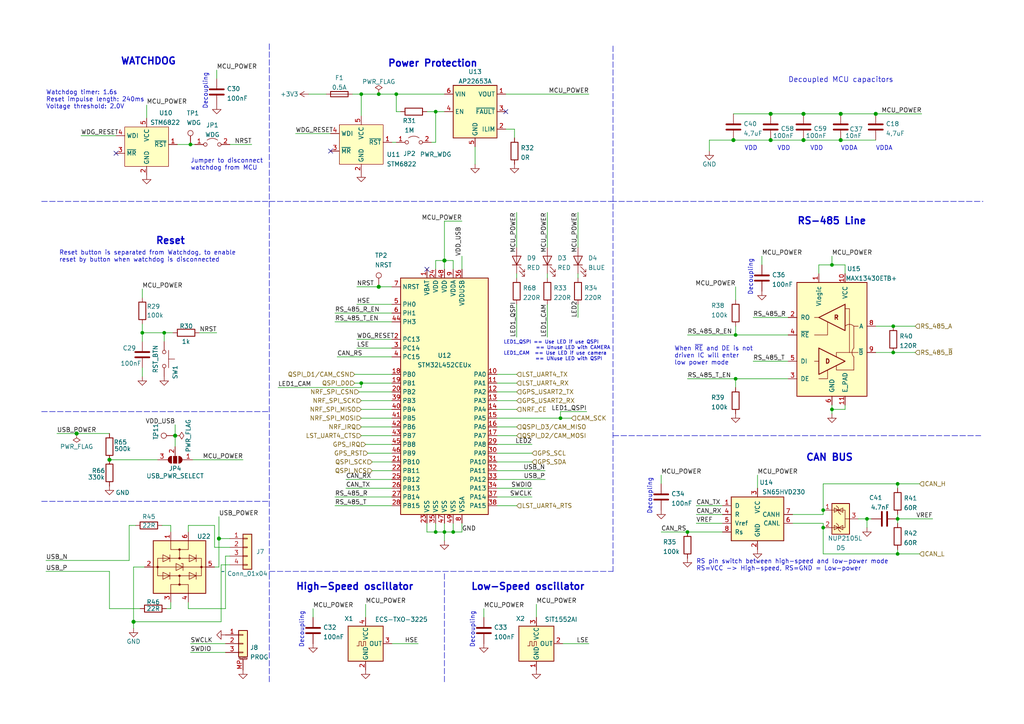
<source format=kicad_sch>
(kicad_sch (version 20211123) (generator eeschema)

  (uuid c99b1bac-5015-436e-be77-1f69903b02de)

  (paper "A4")

  (lib_symbols
    (symbol "Connector:TestPoint" (pin_numbers hide) (pin_names (offset 0.762) hide) (in_bom yes) (on_board yes)
      (property "Reference" "TP" (id 0) (at 0 6.858 0)
        (effects (font (size 1.27 1.27)))
      )
      (property "Value" "TestPoint" (id 1) (at 0 5.08 0)
        (effects (font (size 1.27 1.27)))
      )
      (property "Footprint" "" (id 2) (at 5.08 0 0)
        (effects (font (size 1.27 1.27)) hide)
      )
      (property "Datasheet" "~" (id 3) (at 5.08 0 0)
        (effects (font (size 1.27 1.27)) hide)
      )
      (property "ki_keywords" "test point tp" (id 4) (at 0 0 0)
        (effects (font (size 1.27 1.27)) hide)
      )
      (property "ki_description" "test point" (id 5) (at 0 0 0)
        (effects (font (size 1.27 1.27)) hide)
      )
      (property "ki_fp_filters" "Pin* Test*" (id 6) (at 0 0 0)
        (effects (font (size 1.27 1.27)) hide)
      )
      (symbol "TestPoint_0_1"
        (circle (center 0 3.302) (radius 0.762)
          (stroke (width 0) (type default) (color 0 0 0 0))
          (fill (type none))
        )
      )
      (symbol "TestPoint_1_1"
        (pin passive line (at 0 0 90) (length 2.54)
          (name "1" (effects (font (size 1.27 1.27))))
          (number "1" (effects (font (size 1.27 1.27))))
        )
      )
    )
    (symbol "Connector_Generic:Conn_01x04" (pin_names (offset 1.016) hide) (in_bom yes) (on_board yes)
      (property "Reference" "J" (id 0) (at 0 5.08 0)
        (effects (font (size 1.27 1.27)))
      )
      (property "Value" "Conn_01x04" (id 1) (at 0 -7.62 0)
        (effects (font (size 1.27 1.27)))
      )
      (property "Footprint" "" (id 2) (at 0 0 0)
        (effects (font (size 1.27 1.27)) hide)
      )
      (property "Datasheet" "~" (id 3) (at 0 0 0)
        (effects (font (size 1.27 1.27)) hide)
      )
      (property "ki_keywords" "connector" (id 4) (at 0 0 0)
        (effects (font (size 1.27 1.27)) hide)
      )
      (property "ki_description" "Generic connector, single row, 01x04, script generated (kicad-library-utils/schlib/autogen/connector/)" (id 5) (at 0 0 0)
        (effects (font (size 1.27 1.27)) hide)
      )
      (property "ki_fp_filters" "Connector*:*_1x??_*" (id 6) (at 0 0 0)
        (effects (font (size 1.27 1.27)) hide)
      )
      (symbol "Conn_01x04_1_1"
        (rectangle (start -1.27 -4.953) (end 0 -5.207)
          (stroke (width 0.1524) (type default) (color 0 0 0 0))
          (fill (type none))
        )
        (rectangle (start -1.27 -2.413) (end 0 -2.667)
          (stroke (width 0.1524) (type default) (color 0 0 0 0))
          (fill (type none))
        )
        (rectangle (start -1.27 0.127) (end 0 -0.127)
          (stroke (width 0.1524) (type default) (color 0 0 0 0))
          (fill (type none))
        )
        (rectangle (start -1.27 2.667) (end 0 2.413)
          (stroke (width 0.1524) (type default) (color 0 0 0 0))
          (fill (type none))
        )
        (rectangle (start -1.27 3.81) (end 1.27 -6.35)
          (stroke (width 0.254) (type default) (color 0 0 0 0))
          (fill (type background))
        )
        (pin passive line (at -5.08 2.54 0) (length 3.81)
          (name "Pin_1" (effects (font (size 1.27 1.27))))
          (number "1" (effects (font (size 1.27 1.27))))
        )
        (pin passive line (at -5.08 0 0) (length 3.81)
          (name "Pin_2" (effects (font (size 1.27 1.27))))
          (number "2" (effects (font (size 1.27 1.27))))
        )
        (pin passive line (at -5.08 -2.54 0) (length 3.81)
          (name "Pin_3" (effects (font (size 1.27 1.27))))
          (number "3" (effects (font (size 1.27 1.27))))
        )
        (pin passive line (at -5.08 -5.08 0) (length 3.81)
          (name "Pin_4" (effects (font (size 1.27 1.27))))
          (number "4" (effects (font (size 1.27 1.27))))
        )
      )
    )
    (symbol "Connector_Generic_MountingPin:Conn_01x03_MountingPin" (pin_names (offset 1.016) hide) (in_bom yes) (on_board yes)
      (property "Reference" "J" (id 0) (at 0 5.08 0)
        (effects (font (size 1.27 1.27)))
      )
      (property "Value" "Conn_01x03_MountingPin" (id 1) (at 1.27 -5.08 0)
        (effects (font (size 1.27 1.27)) (justify left))
      )
      (property "Footprint" "" (id 2) (at 0 0 0)
        (effects (font (size 1.27 1.27)) hide)
      )
      (property "Datasheet" "~" (id 3) (at 0 0 0)
        (effects (font (size 1.27 1.27)) hide)
      )
      (property "ki_keywords" "connector" (id 4) (at 0 0 0)
        (effects (font (size 1.27 1.27)) hide)
      )
      (property "ki_description" "Generic connectable mounting pin connector, single row, 01x03, script generated (kicad-library-utils/schlib/autogen/connector/)" (id 5) (at 0 0 0)
        (effects (font (size 1.27 1.27)) hide)
      )
      (property "ki_fp_filters" "Connector*:*_1x??-1MP*" (id 6) (at 0 0 0)
        (effects (font (size 1.27 1.27)) hide)
      )
      (symbol "Conn_01x03_MountingPin_1_1"
        (rectangle (start -1.27 -2.413) (end 0 -2.667)
          (stroke (width 0.1524) (type default) (color 0 0 0 0))
          (fill (type none))
        )
        (rectangle (start -1.27 0.127) (end 0 -0.127)
          (stroke (width 0.1524) (type default) (color 0 0 0 0))
          (fill (type none))
        )
        (rectangle (start -1.27 2.667) (end 0 2.413)
          (stroke (width 0.1524) (type default) (color 0 0 0 0))
          (fill (type none))
        )
        (rectangle (start -1.27 3.81) (end 1.27 -3.81)
          (stroke (width 0.254) (type default) (color 0 0 0 0))
          (fill (type background))
        )
        (polyline
          (pts
            (xy -1.016 -4.572)
            (xy 1.016 -4.572)
          )
          (stroke (width 0.1524) (type default) (color 0 0 0 0))
          (fill (type none))
        )
        (text "Mounting" (at 0 -4.191 0)
          (effects (font (size 0.381 0.381)))
        )
        (pin passive line (at -5.08 2.54 0) (length 3.81)
          (name "Pin_1" (effects (font (size 1.27 1.27))))
          (number "1" (effects (font (size 1.27 1.27))))
        )
        (pin passive line (at -5.08 0 0) (length 3.81)
          (name "Pin_2" (effects (font (size 1.27 1.27))))
          (number "2" (effects (font (size 1.27 1.27))))
        )
        (pin passive line (at -5.08 -2.54 0) (length 3.81)
          (name "Pin_3" (effects (font (size 1.27 1.27))))
          (number "3" (effects (font (size 1.27 1.27))))
        )
        (pin passive line (at 0 -7.62 90) (length 3.048)
          (name "MountPin" (effects (font (size 1.27 1.27))))
          (number "MP" (effects (font (size 1.27 1.27))))
        )
      )
    )
    (symbol "Device:C" (pin_numbers hide) (pin_names (offset 0.254)) (in_bom yes) (on_board yes)
      (property "Reference" "C" (id 0) (at 0.635 2.54 0)
        (effects (font (size 1.27 1.27)) (justify left))
      )
      (property "Value" "C" (id 1) (at 0.635 -2.54 0)
        (effects (font (size 1.27 1.27)) (justify left))
      )
      (property "Footprint" "" (id 2) (at 0.9652 -3.81 0)
        (effects (font (size 1.27 1.27)) hide)
      )
      (property "Datasheet" "~" (id 3) (at 0 0 0)
        (effects (font (size 1.27 1.27)) hide)
      )
      (property "ki_keywords" "cap capacitor" (id 4) (at 0 0 0)
        (effects (font (size 1.27 1.27)) hide)
      )
      (property "ki_description" "Unpolarized capacitor" (id 5) (at 0 0 0)
        (effects (font (size 1.27 1.27)) hide)
      )
      (property "ki_fp_filters" "C_*" (id 6) (at 0 0 0)
        (effects (font (size 1.27 1.27)) hide)
      )
      (symbol "C_0_1"
        (polyline
          (pts
            (xy -2.032 -0.762)
            (xy 2.032 -0.762)
          )
          (stroke (width 0.508) (type default) (color 0 0 0 0))
          (fill (type none))
        )
        (polyline
          (pts
            (xy -2.032 0.762)
            (xy 2.032 0.762)
          )
          (stroke (width 0.508) (type default) (color 0 0 0 0))
          (fill (type none))
        )
      )
      (symbol "C_1_1"
        (pin passive line (at 0 3.81 270) (length 2.794)
          (name "~" (effects (font (size 1.27 1.27))))
          (number "1" (effects (font (size 1.27 1.27))))
        )
        (pin passive line (at 0 -3.81 90) (length 2.794)
          (name "~" (effects (font (size 1.27 1.27))))
          (number "2" (effects (font (size 1.27 1.27))))
        )
      )
    )
    (symbol "Device:Fuse" (pin_numbers hide) (pin_names (offset 0)) (in_bom yes) (on_board yes)
      (property "Reference" "F" (id 0) (at 2.032 0 90)
        (effects (font (size 1.27 1.27)))
      )
      (property "Value" "Fuse" (id 1) (at -1.905 0 90)
        (effects (font (size 1.27 1.27)))
      )
      (property "Footprint" "" (id 2) (at -1.778 0 90)
        (effects (font (size 1.27 1.27)) hide)
      )
      (property "Datasheet" "~" (id 3) (at 0 0 0)
        (effects (font (size 1.27 1.27)) hide)
      )
      (property "ki_keywords" "fuse" (id 4) (at 0 0 0)
        (effects (font (size 1.27 1.27)) hide)
      )
      (property "ki_description" "Fuse" (id 5) (at 0 0 0)
        (effects (font (size 1.27 1.27)) hide)
      )
      (property "ki_fp_filters" "*Fuse*" (id 6) (at 0 0 0)
        (effects (font (size 1.27 1.27)) hide)
      )
      (symbol "Fuse_0_1"
        (rectangle (start -0.762 -2.54) (end 0.762 2.54)
          (stroke (width 0.254) (type default) (color 0 0 0 0))
          (fill (type none))
        )
        (polyline
          (pts
            (xy 0 2.54)
            (xy 0 -2.54)
          )
          (stroke (width 0) (type default) (color 0 0 0 0))
          (fill (type none))
        )
      )
      (symbol "Fuse_1_1"
        (pin passive line (at 0 3.81 270) (length 1.27)
          (name "~" (effects (font (size 1.27 1.27))))
          (number "1" (effects (font (size 1.27 1.27))))
        )
        (pin passive line (at 0 -3.81 90) (length 1.27)
          (name "~" (effects (font (size 1.27 1.27))))
          (number "2" (effects (font (size 1.27 1.27))))
        )
      )
    )
    (symbol "Device:LED" (pin_numbers hide) (pin_names (offset 1.016) hide) (in_bom yes) (on_board yes)
      (property "Reference" "D" (id 0) (at 0 2.54 0)
        (effects (font (size 1.27 1.27)))
      )
      (property "Value" "LED" (id 1) (at 0 -2.54 0)
        (effects (font (size 1.27 1.27)))
      )
      (property "Footprint" "" (id 2) (at 0 0 0)
        (effects (font (size 1.27 1.27)) hide)
      )
      (property "Datasheet" "~" (id 3) (at 0 0 0)
        (effects (font (size 1.27 1.27)) hide)
      )
      (property "ki_keywords" "LED diode" (id 4) (at 0 0 0)
        (effects (font (size 1.27 1.27)) hide)
      )
      (property "ki_description" "Light emitting diode" (id 5) (at 0 0 0)
        (effects (font (size 1.27 1.27)) hide)
      )
      (property "ki_fp_filters" "LED* LED_SMD:* LED_THT:*" (id 6) (at 0 0 0)
        (effects (font (size 1.27 1.27)) hide)
      )
      (symbol "LED_0_1"
        (polyline
          (pts
            (xy -1.27 -1.27)
            (xy -1.27 1.27)
          )
          (stroke (width 0.2032) (type default) (color 0 0 0 0))
          (fill (type none))
        )
        (polyline
          (pts
            (xy -1.27 0)
            (xy 1.27 0)
          )
          (stroke (width 0) (type default) (color 0 0 0 0))
          (fill (type none))
        )
        (polyline
          (pts
            (xy 1.27 -1.27)
            (xy 1.27 1.27)
            (xy -1.27 0)
            (xy 1.27 -1.27)
          )
          (stroke (width 0.2032) (type default) (color 0 0 0 0))
          (fill (type none))
        )
        (polyline
          (pts
            (xy -3.048 -0.762)
            (xy -4.572 -2.286)
            (xy -3.81 -2.286)
            (xy -4.572 -2.286)
            (xy -4.572 -1.524)
          )
          (stroke (width 0) (type default) (color 0 0 0 0))
          (fill (type none))
        )
        (polyline
          (pts
            (xy -1.778 -0.762)
            (xy -3.302 -2.286)
            (xy -2.54 -2.286)
            (xy -3.302 -2.286)
            (xy -3.302 -1.524)
          )
          (stroke (width 0) (type default) (color 0 0 0 0))
          (fill (type none))
        )
      )
      (symbol "LED_1_1"
        (pin passive line (at -3.81 0 0) (length 2.54)
          (name "K" (effects (font (size 1.27 1.27))))
          (number "1" (effects (font (size 1.27 1.27))))
        )
        (pin passive line (at 3.81 0 180) (length 2.54)
          (name "A" (effects (font (size 1.27 1.27))))
          (number "2" (effects (font (size 1.27 1.27))))
        )
      )
    )
    (symbol "Device:R" (pin_numbers hide) (pin_names (offset 0)) (in_bom yes) (on_board yes)
      (property "Reference" "R" (id 0) (at 2.032 0 90)
        (effects (font (size 1.27 1.27)))
      )
      (property "Value" "R" (id 1) (at 0 0 90)
        (effects (font (size 1.27 1.27)))
      )
      (property "Footprint" "" (id 2) (at -1.778 0 90)
        (effects (font (size 1.27 1.27)) hide)
      )
      (property "Datasheet" "~" (id 3) (at 0 0 0)
        (effects (font (size 1.27 1.27)) hide)
      )
      (property "ki_keywords" "R res resistor" (id 4) (at 0 0 0)
        (effects (font (size 1.27 1.27)) hide)
      )
      (property "ki_description" "Resistor" (id 5) (at 0 0 0)
        (effects (font (size 1.27 1.27)) hide)
      )
      (property "ki_fp_filters" "R_*" (id 6) (at 0 0 0)
        (effects (font (size 1.27 1.27)) hide)
      )
      (symbol "R_0_1"
        (rectangle (start -1.016 -2.54) (end 1.016 2.54)
          (stroke (width 0.254) (type default) (color 0 0 0 0))
          (fill (type none))
        )
      )
      (symbol "R_1_1"
        (pin passive line (at 0 3.81 270) (length 1.27)
          (name "~" (effects (font (size 1.27 1.27))))
          (number "1" (effects (font (size 1.27 1.27))))
        )
        (pin passive line (at 0 -3.81 90) (length 1.27)
          (name "~" (effects (font (size 1.27 1.27))))
          (number "2" (effects (font (size 1.27 1.27))))
        )
      )
    )
    (symbol "Interface_CAN_LIN:SN65HVD230" (pin_names (offset 1.016)) (in_bom yes) (on_board yes)
      (property "Reference" "U" (id 0) (at -2.54 10.16 0)
        (effects (font (size 1.27 1.27)) (justify right))
      )
      (property "Value" "SN65HVD230" (id 1) (at -2.54 7.62 0)
        (effects (font (size 1.27 1.27)) (justify right))
      )
      (property "Footprint" "Package_SO:SOIC-8_3.9x4.9mm_P1.27mm" (id 2) (at 0 -12.7 0)
        (effects (font (size 1.27 1.27)) hide)
      )
      (property "Datasheet" "http://www.ti.com/lit/ds/symlink/sn65hvd230.pdf" (id 3) (at -2.54 10.16 0)
        (effects (font (size 1.27 1.27)) hide)
      )
      (property "ki_keywords" "can transeiver ti low-power" (id 4) (at 0 0 0)
        (effects (font (size 1.27 1.27)) hide)
      )
      (property "ki_description" "CAN Bus Transceivers, 3.3V, 1Mbps, Low-Power capabilities, SOIC-8" (id 5) (at 0 0 0)
        (effects (font (size 1.27 1.27)) hide)
      )
      (property "ki_fp_filters" "SOIC*3.9x4.9mm*P1.27mm*" (id 6) (at 0 0 0)
        (effects (font (size 1.27 1.27)) hide)
      )
      (symbol "SN65HVD230_0_1"
        (rectangle (start -7.62 5.08) (end 7.62 -7.62)
          (stroke (width 0.254) (type default) (color 0 0 0 0))
          (fill (type background))
        )
      )
      (symbol "SN65HVD230_1_1"
        (pin input line (at -10.16 2.54 0) (length 2.54)
          (name "D" (effects (font (size 1.27 1.27))))
          (number "1" (effects (font (size 1.27 1.27))))
        )
        (pin power_in line (at 0 -10.16 90) (length 2.54)
          (name "GND" (effects (font (size 1.27 1.27))))
          (number "2" (effects (font (size 1.27 1.27))))
        )
        (pin power_in line (at 0 7.62 270) (length 2.54)
          (name "VCC" (effects (font (size 1.27 1.27))))
          (number "3" (effects (font (size 1.27 1.27))))
        )
        (pin output line (at -10.16 0 0) (length 2.54)
          (name "R" (effects (font (size 1.27 1.27))))
          (number "4" (effects (font (size 1.27 1.27))))
        )
        (pin output line (at -10.16 -2.54 0) (length 2.54)
          (name "Vref" (effects (font (size 1.27 1.27))))
          (number "5" (effects (font (size 1.27 1.27))))
        )
        (pin bidirectional line (at 10.16 -2.54 180) (length 2.54)
          (name "CANL" (effects (font (size 1.27 1.27))))
          (number "6" (effects (font (size 1.27 1.27))))
        )
        (pin bidirectional line (at 10.16 0 180) (length 2.54)
          (name "CANH" (effects (font (size 1.27 1.27))))
          (number "7" (effects (font (size 1.27 1.27))))
        )
        (pin input line (at -10.16 -5.08 0) (length 2.54)
          (name "Rs" (effects (font (size 1.27 1.27))))
          (number "8" (effects (font (size 1.27 1.27))))
        )
      )
    )
    (symbol "Jumper:Jumper_2_Open" (pin_names (offset 0) hide) (in_bom yes) (on_board yes)
      (property "Reference" "JP" (id 0) (at 0 2.794 0)
        (effects (font (size 1.27 1.27)))
      )
      (property "Value" "Jumper_2_Open" (id 1) (at 0 -2.286 0)
        (effects (font (size 1.27 1.27)))
      )
      (property "Footprint" "" (id 2) (at 0 0 0)
        (effects (font (size 1.27 1.27)) hide)
      )
      (property "Datasheet" "~" (id 3) (at 0 0 0)
        (effects (font (size 1.27 1.27)) hide)
      )
      (property "ki_keywords" "Jumper SPST" (id 4) (at 0 0 0)
        (effects (font (size 1.27 1.27)) hide)
      )
      (property "ki_description" "Jumper, 2-pole, open" (id 5) (at 0 0 0)
        (effects (font (size 1.27 1.27)) hide)
      )
      (property "ki_fp_filters" "Jumper* TestPoint*2Pads* TestPoint*Bridge*" (id 6) (at 0 0 0)
        (effects (font (size 1.27 1.27)) hide)
      )
      (symbol "Jumper_2_Open_0_0"
        (circle (center -2.032 0) (radius 0.508)
          (stroke (width 0) (type default) (color 0 0 0 0))
          (fill (type none))
        )
        (circle (center 2.032 0) (radius 0.508)
          (stroke (width 0) (type default) (color 0 0 0 0))
          (fill (type none))
        )
      )
      (symbol "Jumper_2_Open_0_1"
        (arc (start 1.524 1.27) (mid 0 1.778) (end -1.524 1.27)
          (stroke (width 0) (type default) (color 0 0 0 0))
          (fill (type none))
        )
      )
      (symbol "Jumper_2_Open_1_1"
        (pin passive line (at -5.08 0 0) (length 2.54)
          (name "A" (effects (font (size 1.27 1.27))))
          (number "1" (effects (font (size 1.27 1.27))))
        )
        (pin passive line (at 5.08 0 180) (length 2.54)
          (name "B" (effects (font (size 1.27 1.27))))
          (number "2" (effects (font (size 1.27 1.27))))
        )
      )
    )
    (symbol "Jumper:SolderJumper_3_Open" (pin_names (offset 0) hide) (in_bom yes) (on_board yes)
      (property "Reference" "JP" (id 0) (at -2.54 -2.54 0)
        (effects (font (size 1.27 1.27)))
      )
      (property "Value" "SolderJumper_3_Open" (id 1) (at 0 2.794 0)
        (effects (font (size 1.27 1.27)))
      )
      (property "Footprint" "" (id 2) (at 0 0 0)
        (effects (font (size 1.27 1.27)) hide)
      )
      (property "Datasheet" "~" (id 3) (at 0 0 0)
        (effects (font (size 1.27 1.27)) hide)
      )
      (property "ki_keywords" "Solder Jumper SPDT" (id 4) (at 0 0 0)
        (effects (font (size 1.27 1.27)) hide)
      )
      (property "ki_description" "Solder Jumper, 3-pole, open" (id 5) (at 0 0 0)
        (effects (font (size 1.27 1.27)) hide)
      )
      (property "ki_fp_filters" "SolderJumper*Open*" (id 6) (at 0 0 0)
        (effects (font (size 1.27 1.27)) hide)
      )
      (symbol "SolderJumper_3_Open_0_1"
        (arc (start -1.016 1.016) (mid -2.032 0) (end -1.016 -1.016)
          (stroke (width 0) (type default) (color 0 0 0 0))
          (fill (type none))
        )
        (arc (start -1.016 1.016) (mid -2.032 0) (end -1.016 -1.016)
          (stroke (width 0) (type default) (color 0 0 0 0))
          (fill (type outline))
        )
        (rectangle (start -0.508 1.016) (end 0.508 -1.016)
          (stroke (width 0) (type default) (color 0 0 0 0))
          (fill (type outline))
        )
        (polyline
          (pts
            (xy -2.54 0)
            (xy -2.032 0)
          )
          (stroke (width 0) (type default) (color 0 0 0 0))
          (fill (type none))
        )
        (polyline
          (pts
            (xy -1.016 1.016)
            (xy -1.016 -1.016)
          )
          (stroke (width 0) (type default) (color 0 0 0 0))
          (fill (type none))
        )
        (polyline
          (pts
            (xy 0 -1.27)
            (xy 0 -1.016)
          )
          (stroke (width 0) (type default) (color 0 0 0 0))
          (fill (type none))
        )
        (polyline
          (pts
            (xy 1.016 1.016)
            (xy 1.016 -1.016)
          )
          (stroke (width 0) (type default) (color 0 0 0 0))
          (fill (type none))
        )
        (polyline
          (pts
            (xy 2.54 0)
            (xy 2.032 0)
          )
          (stroke (width 0) (type default) (color 0 0 0 0))
          (fill (type none))
        )
        (arc (start 1.016 -1.016) (mid 2.032 0) (end 1.016 1.016)
          (stroke (width 0) (type default) (color 0 0 0 0))
          (fill (type none))
        )
        (arc (start 1.016 -1.016) (mid 2.032 0) (end 1.016 1.016)
          (stroke (width 0) (type default) (color 0 0 0 0))
          (fill (type outline))
        )
      )
      (symbol "SolderJumper_3_Open_1_1"
        (pin passive line (at -5.08 0 0) (length 2.54)
          (name "A" (effects (font (size 1.27 1.27))))
          (number "1" (effects (font (size 1.27 1.27))))
        )
        (pin input line (at 0 -3.81 90) (length 2.54)
          (name "C" (effects (font (size 1.27 1.27))))
          (number "2" (effects (font (size 1.27 1.27))))
        )
        (pin passive line (at 5.08 0 180) (length 2.54)
          (name "B" (effects (font (size 1.27 1.27))))
          (number "3" (effects (font (size 1.27 1.27))))
        )
      )
    )
    (symbol "MCU_ST_STM32L4:STM32L452CEUx" (in_bom yes) (on_board yes)
      (property "Reference" "U" (id 0) (at -12.7 34.29 0)
        (effects (font (size 1.27 1.27)) (justify left))
      )
      (property "Value" "STM32L452CEUx" (id 1) (at 7.62 34.29 0)
        (effects (font (size 1.27 1.27)) (justify left))
      )
      (property "Footprint" "Package_DFN_QFN:QFN-48-1EP_7x7mm_P0.5mm_EP5.6x5.6mm" (id 2) (at -12.7 -35.56 0)
        (effects (font (size 1.27 1.27)) (justify right) hide)
      )
      (property "Datasheet" "http://www.st.com/st-web-ui/static/active/en/resource/technical/document/datasheet/DM00340549.pdf" (id 3) (at 0 0 0)
        (effects (font (size 1.27 1.27)) hide)
      )
      (property "ki_keywords" "ARM Cortex-M4 STM32L4 STM32L4x2" (id 4) (at 0 0 0)
        (effects (font (size 1.27 1.27)) hide)
      )
      (property "ki_description" "ARM Cortex-M4 MCU, 512KB flash, 160KB RAM, 80MHz, 1.71-3.6V, 38 GPIO, UFQFPN-48" (id 5) (at 0 0 0)
        (effects (font (size 1.27 1.27)) hide)
      )
      (property "ki_fp_filters" "QFN*1EP*7x7mm*P0.5mm*" (id 6) (at 0 0 0)
        (effects (font (size 1.27 1.27)) hide)
      )
      (symbol "STM32L452CEUx_0_1"
        (rectangle (start -12.7 -35.56) (end 12.7 33.02)
          (stroke (width 0.254) (type default) (color 0 0 0 0))
          (fill (type background))
        )
      )
      (symbol "STM32L452CEUx_1_1"
        (pin power_in line (at -5.08 35.56 270) (length 2.54)
          (name "VBAT" (effects (font (size 1.27 1.27))))
          (number "1" (effects (font (size 1.27 1.27))))
        )
        (pin bidirectional line (at 15.24 5.08 180) (length 2.54)
          (name "PA0" (effects (font (size 1.27 1.27))))
          (number "10" (effects (font (size 1.27 1.27))))
        )
        (pin bidirectional line (at 15.24 2.54 180) (length 2.54)
          (name "PA1" (effects (font (size 1.27 1.27))))
          (number "11" (effects (font (size 1.27 1.27))))
        )
        (pin bidirectional line (at 15.24 0 180) (length 2.54)
          (name "PA2" (effects (font (size 1.27 1.27))))
          (number "12" (effects (font (size 1.27 1.27))))
        )
        (pin bidirectional line (at 15.24 -2.54 180) (length 2.54)
          (name "PA3" (effects (font (size 1.27 1.27))))
          (number "13" (effects (font (size 1.27 1.27))))
        )
        (pin bidirectional line (at 15.24 -5.08 180) (length 2.54)
          (name "PA4" (effects (font (size 1.27 1.27))))
          (number "14" (effects (font (size 1.27 1.27))))
        )
        (pin bidirectional line (at 15.24 -7.62 180) (length 2.54)
          (name "PA5" (effects (font (size 1.27 1.27))))
          (number "15" (effects (font (size 1.27 1.27))))
        )
        (pin bidirectional line (at 15.24 -10.16 180) (length 2.54)
          (name "PA6" (effects (font (size 1.27 1.27))))
          (number "16" (effects (font (size 1.27 1.27))))
        )
        (pin bidirectional line (at 15.24 -12.7 180) (length 2.54)
          (name "PA7" (effects (font (size 1.27 1.27))))
          (number "17" (effects (font (size 1.27 1.27))))
        )
        (pin bidirectional line (at -15.24 5.08 0) (length 2.54)
          (name "PB0" (effects (font (size 1.27 1.27))))
          (number "18" (effects (font (size 1.27 1.27))))
        )
        (pin bidirectional line (at -15.24 2.54 0) (length 2.54)
          (name "PB1" (effects (font (size 1.27 1.27))))
          (number "19" (effects (font (size 1.27 1.27))))
        )
        (pin bidirectional line (at -15.24 15.24 0) (length 2.54)
          (name "PC13" (effects (font (size 1.27 1.27))))
          (number "2" (effects (font (size 1.27 1.27))))
        )
        (pin bidirectional line (at -15.24 0 0) (length 2.54)
          (name "PB2" (effects (font (size 1.27 1.27))))
          (number "20" (effects (font (size 1.27 1.27))))
        )
        (pin bidirectional line (at -15.24 -20.32 0) (length 2.54)
          (name "PB10" (effects (font (size 1.27 1.27))))
          (number "21" (effects (font (size 1.27 1.27))))
        )
        (pin bidirectional line (at -15.24 -22.86 0) (length 2.54)
          (name "PB11" (effects (font (size 1.27 1.27))))
          (number "22" (effects (font (size 1.27 1.27))))
        )
        (pin power_in line (at -5.08 -38.1 90) (length 2.54)
          (name "VSS" (effects (font (size 1.27 1.27))))
          (number "23" (effects (font (size 1.27 1.27))))
        )
        (pin power_in line (at -2.54 35.56 270) (length 2.54)
          (name "VDD" (effects (font (size 1.27 1.27))))
          (number "24" (effects (font (size 1.27 1.27))))
        )
        (pin bidirectional line (at -15.24 -25.4 0) (length 2.54)
          (name "PB12" (effects (font (size 1.27 1.27))))
          (number "25" (effects (font (size 1.27 1.27))))
        )
        (pin bidirectional line (at -15.24 -27.94 0) (length 2.54)
          (name "PB13" (effects (font (size 1.27 1.27))))
          (number "26" (effects (font (size 1.27 1.27))))
        )
        (pin bidirectional line (at -15.24 -30.48 0) (length 2.54)
          (name "PB14" (effects (font (size 1.27 1.27))))
          (number "27" (effects (font (size 1.27 1.27))))
        )
        (pin bidirectional line (at -15.24 -33.02 0) (length 2.54)
          (name "PB15" (effects (font (size 1.27 1.27))))
          (number "28" (effects (font (size 1.27 1.27))))
        )
        (pin bidirectional line (at 15.24 -15.24 180) (length 2.54)
          (name "PA8" (effects (font (size 1.27 1.27))))
          (number "29" (effects (font (size 1.27 1.27))))
        )
        (pin bidirectional line (at -15.24 12.7 0) (length 2.54)
          (name "PC14" (effects (font (size 1.27 1.27))))
          (number "3" (effects (font (size 1.27 1.27))))
        )
        (pin bidirectional line (at 15.24 -17.78 180) (length 2.54)
          (name "PA9" (effects (font (size 1.27 1.27))))
          (number "30" (effects (font (size 1.27 1.27))))
        )
        (pin bidirectional line (at 15.24 -20.32 180) (length 2.54)
          (name "PA10" (effects (font (size 1.27 1.27))))
          (number "31" (effects (font (size 1.27 1.27))))
        )
        (pin bidirectional line (at 15.24 -22.86 180) (length 2.54)
          (name "PA11" (effects (font (size 1.27 1.27))))
          (number "32" (effects (font (size 1.27 1.27))))
        )
        (pin bidirectional line (at 15.24 -25.4 180) (length 2.54)
          (name "PA12" (effects (font (size 1.27 1.27))))
          (number "33" (effects (font (size 1.27 1.27))))
        )
        (pin bidirectional line (at 15.24 -27.94 180) (length 2.54)
          (name "PA13" (effects (font (size 1.27 1.27))))
          (number "34" (effects (font (size 1.27 1.27))))
        )
        (pin power_in line (at -2.54 -38.1 90) (length 2.54)
          (name "VSS" (effects (font (size 1.27 1.27))))
          (number "35" (effects (font (size 1.27 1.27))))
        )
        (pin power_in line (at 5.08 35.56 270) (length 2.54)
          (name "VDDUSB" (effects (font (size 1.27 1.27))))
          (number "36" (effects (font (size 1.27 1.27))))
        )
        (pin bidirectional line (at 15.24 -30.48 180) (length 2.54)
          (name "PA14" (effects (font (size 1.27 1.27))))
          (number "37" (effects (font (size 1.27 1.27))))
        )
        (pin bidirectional line (at 15.24 -33.02 180) (length 2.54)
          (name "PA15" (effects (font (size 1.27 1.27))))
          (number "38" (effects (font (size 1.27 1.27))))
        )
        (pin bidirectional line (at -15.24 -2.54 0) (length 2.54)
          (name "PB3" (effects (font (size 1.27 1.27))))
          (number "39" (effects (font (size 1.27 1.27))))
        )
        (pin bidirectional line (at -15.24 10.16 0) (length 2.54)
          (name "PC15" (effects (font (size 1.27 1.27))))
          (number "4" (effects (font (size 1.27 1.27))))
        )
        (pin bidirectional line (at -15.24 -5.08 0) (length 2.54)
          (name "PB4" (effects (font (size 1.27 1.27))))
          (number "40" (effects (font (size 1.27 1.27))))
        )
        (pin bidirectional line (at -15.24 -7.62 0) (length 2.54)
          (name "PB5" (effects (font (size 1.27 1.27))))
          (number "41" (effects (font (size 1.27 1.27))))
        )
        (pin bidirectional line (at -15.24 -10.16 0) (length 2.54)
          (name "PB6" (effects (font (size 1.27 1.27))))
          (number "42" (effects (font (size 1.27 1.27))))
        )
        (pin bidirectional line (at -15.24 -12.7 0) (length 2.54)
          (name "PB7" (effects (font (size 1.27 1.27))))
          (number "43" (effects (font (size 1.27 1.27))))
        )
        (pin bidirectional line (at -15.24 20.32 0) (length 2.54)
          (name "PH3" (effects (font (size 1.27 1.27))))
          (number "44" (effects (font (size 1.27 1.27))))
        )
        (pin bidirectional line (at -15.24 -15.24 0) (length 2.54)
          (name "PB8" (effects (font (size 1.27 1.27))))
          (number "45" (effects (font (size 1.27 1.27))))
        )
        (pin bidirectional line (at -15.24 -17.78 0) (length 2.54)
          (name "PB9" (effects (font (size 1.27 1.27))))
          (number "46" (effects (font (size 1.27 1.27))))
        )
        (pin power_in line (at 0 -38.1 90) (length 2.54)
          (name "VSS" (effects (font (size 1.27 1.27))))
          (number "47" (effects (font (size 1.27 1.27))))
        )
        (pin power_in line (at 0 35.56 270) (length 2.54)
          (name "VDD" (effects (font (size 1.27 1.27))))
          (number "48" (effects (font (size 1.27 1.27))))
        )
        (pin power_in line (at 2.54 -38.1 90) (length 2.54)
          (name "VSS" (effects (font (size 1.27 1.27))))
          (number "49" (effects (font (size 1.27 1.27))))
        )
        (pin input line (at -15.24 25.4 0) (length 2.54)
          (name "PH0" (effects (font (size 1.27 1.27))))
          (number "5" (effects (font (size 1.27 1.27))))
        )
        (pin input line (at -15.24 22.86 0) (length 2.54)
          (name "PH1" (effects (font (size 1.27 1.27))))
          (number "6" (effects (font (size 1.27 1.27))))
        )
        (pin input line (at -15.24 30.48 0) (length 2.54)
          (name "NRST" (effects (font (size 1.27 1.27))))
          (number "7" (effects (font (size 1.27 1.27))))
        )
        (pin power_in line (at 5.08 -38.1 90) (length 2.54)
          (name "VSSA" (effects (font (size 1.27 1.27))))
          (number "8" (effects (font (size 1.27 1.27))))
        )
        (pin power_in line (at 2.54 35.56 270) (length 2.54)
          (name "VDDA" (effects (font (size 1.27 1.27))))
          (number "9" (effects (font (size 1.27 1.27))))
        )
      )
    )
    (symbol "Power_Protection:NUP2105L" (pin_names hide) (in_bom yes) (on_board yes)
      (property "Reference" "D" (id 0) (at 5.715 2.54 0)
        (effects (font (size 1.27 1.27)) (justify left))
      )
      (property "Value" "NUP2105L" (id 1) (at 5.715 0.635 0)
        (effects (font (size 1.27 1.27)) (justify left))
      )
      (property "Footprint" "Package_TO_SOT_SMD:SOT-23" (id 2) (at 5.715 -1.27 0)
        (effects (font (size 1.27 1.27)) (justify left) hide)
      )
      (property "Datasheet" "http://www.onsemi.com/pub_link/Collateral/NUP2105L-D.PDF" (id 3) (at 3.175 3.175 0)
        (effects (font (size 1.27 1.27)) hide)
      )
      (property "ki_keywords" "can esd protection suppression transient" (id 4) (at 0 0 0)
        (effects (font (size 1.27 1.27)) hide)
      )
      (property "ki_description" "Dual Line CAN Bus Protector, 24Vrwm" (id 5) (at 0 0 0)
        (effects (font (size 1.27 1.27)) hide)
      )
      (property "ki_fp_filters" "SOT?23*" (id 6) (at 0 0 0)
        (effects (font (size 1.27 1.27)) hide)
      )
      (symbol "NUP2105L_0_0"
        (pin passive line (at 0 -5.08 90) (length 2.54)
          (name "A" (effects (font (size 1.27 1.27))))
          (number "3" (effects (font (size 1.27 1.27))))
        )
      )
      (symbol "NUP2105L_0_1"
        (rectangle (start -4.445 2.54) (end 4.445 -2.54)
          (stroke (width 0.254) (type default) (color 0 0 0 0))
          (fill (type background))
        )
        (polyline
          (pts
            (xy -2.54 2.54)
            (xy -2.54 0.635)
          )
          (stroke (width 0) (type default) (color 0 0 0 0))
          (fill (type none))
        )
        (polyline
          (pts
            (xy 0 -1.27)
            (xy 0 -2.54)
          )
          (stroke (width 0) (type default) (color 0 0 0 0))
          (fill (type none))
        )
        (polyline
          (pts
            (xy 2.54 2.54)
            (xy 2.54 0.635)
          )
          (stroke (width 0) (type default) (color 0 0 0 0))
          (fill (type none))
        )
        (polyline
          (pts
            (xy -3.81 1.27)
            (xy -3.175 0.635)
            (xy -1.905 0.635)
            (xy -1.27 0)
          )
          (stroke (width 0) (type default) (color 0 0 0 0))
          (fill (type none))
        )
        (polyline
          (pts
            (xy -2.54 0.635)
            (xy -2.54 -1.27)
            (xy 2.54 -1.27)
            (xy 2.54 0.635)
          )
          (stroke (width 0) (type default) (color 0 0 0 0))
          (fill (type none))
        )
        (polyline
          (pts
            (xy -2.54 0.635)
            (xy -1.905 -0.635)
            (xy -3.175 -0.635)
            (xy -2.54 0.635)
          )
          (stroke (width 0) (type default) (color 0 0 0 0))
          (fill (type none))
        )
        (polyline
          (pts
            (xy 2.54 0.635)
            (xy 1.905 -0.635)
            (xy 3.175 -0.635)
            (xy 2.54 0.635)
          )
          (stroke (width 0) (type default) (color 0 0 0 0))
          (fill (type none))
        )
        (polyline
          (pts
            (xy 2.54 0.635)
            (xy 3.175 1.905)
            (xy 1.905 1.905)
            (xy 2.54 0.635)
          )
          (stroke (width 0) (type default) (color 0 0 0 0))
          (fill (type none))
        )
        (polyline
          (pts
            (xy -2.54 0.635)
            (xy -3.175 1.905)
            (xy -1.905 1.905)
            (xy -2.54 0.635)
            (xy -2.54 1.27)
          )
          (stroke (width 0) (type default) (color 0 0 0 0))
          (fill (type none))
        )
        (polyline
          (pts
            (xy 1.27 1.27)
            (xy 1.905 0.635)
            (xy 2.54 0.635)
            (xy 3.175 0.635)
            (xy 3.81 0)
          )
          (stroke (width 0) (type default) (color 0 0 0 0))
          (fill (type none))
        )
      )
      (symbol "NUP2105L_1_1"
        (pin passive line (at -2.54 5.08 270) (length 2.54)
          (name "K" (effects (font (size 1.27 1.27))))
          (number "1" (effects (font (size 1.27 1.27))))
        )
        (pin passive line (at 2.54 5.08 270) (length 2.54)
          (name "K" (effects (font (size 1.27 1.27))))
          (number "2" (effects (font (size 1.27 1.27))))
        )
      )
    )
    (symbol "Power_Protection:USBLC6-2P6" (pin_names hide) (in_bom yes) (on_board yes)
      (property "Reference" "U" (id 0) (at 2.54 8.89 0)
        (effects (font (size 1.27 1.27)) (justify left))
      )
      (property "Value" "USBLC6-2P6" (id 1) (at 2.54 -8.89 0)
        (effects (font (size 1.27 1.27)) (justify left))
      )
      (property "Footprint" "Package_TO_SOT_SMD:SOT-666" (id 2) (at 0 -12.7 0)
        (effects (font (size 1.27 1.27)) hide)
      )
      (property "Datasheet" "https://www.st.com/resource/en/datasheet/usblc6-2.pdf" (id 3) (at 5.08 8.89 0)
        (effects (font (size 1.27 1.27)) hide)
      )
      (property "ki_keywords" "usb ethernet video" (id 4) (at 0 0 0)
        (effects (font (size 1.27 1.27)) hide)
      )
      (property "ki_description" "Very low capacitance ESD protection diode, 2 data-line, SOT-666" (id 5) (at 0 0 0)
        (effects (font (size 1.27 1.27)) hide)
      )
      (property "ki_fp_filters" "SOT?666*" (id 6) (at 0 0 0)
        (effects (font (size 1.27 1.27)) hide)
      )
      (symbol "USBLC6-2P6_0_1"
        (rectangle (start -7.62 -7.62) (end 7.62 7.62)
          (stroke (width 0.254) (type default) (color 0 0 0 0))
          (fill (type background))
        )
        (circle (center -5.08 0) (radius 0.254)
          (stroke (width 0) (type default) (color 0 0 0 0))
          (fill (type outline))
        )
        (circle (center -2.54 0) (radius 0.254)
          (stroke (width 0) (type default) (color 0 0 0 0))
          (fill (type outline))
        )
        (rectangle (start -2.54 6.35) (end 2.54 -6.35)
          (stroke (width 0) (type default) (color 0 0 0 0))
          (fill (type none))
        )
        (circle (center 0 -6.35) (radius 0.254)
          (stroke (width 0) (type default) (color 0 0 0 0))
          (fill (type outline))
        )
        (polyline
          (pts
            (xy -5.08 -2.54)
            (xy -7.62 -2.54)
          )
          (stroke (width 0) (type default) (color 0 0 0 0))
          (fill (type none))
        )
        (polyline
          (pts
            (xy -5.08 0)
            (xy -5.08 -2.54)
          )
          (stroke (width 0) (type default) (color 0 0 0 0))
          (fill (type none))
        )
        (polyline
          (pts
            (xy -5.08 2.54)
            (xy -7.62 2.54)
          )
          (stroke (width 0) (type default) (color 0 0 0 0))
          (fill (type none))
        )
        (polyline
          (pts
            (xy -1.524 -2.794)
            (xy -3.556 -2.794)
          )
          (stroke (width 0) (type default) (color 0 0 0 0))
          (fill (type none))
        )
        (polyline
          (pts
            (xy -1.524 4.826)
            (xy -3.556 4.826)
          )
          (stroke (width 0) (type default) (color 0 0 0 0))
          (fill (type none))
        )
        (polyline
          (pts
            (xy 0 -7.62)
            (xy 0 -6.35)
          )
          (stroke (width 0) (type default) (color 0 0 0 0))
          (fill (type none))
        )
        (polyline
          (pts
            (xy 0 -6.35)
            (xy 0 1.27)
          )
          (stroke (width 0) (type default) (color 0 0 0 0))
          (fill (type none))
        )
        (polyline
          (pts
            (xy 0 1.27)
            (xy 0 6.35)
          )
          (stroke (width 0) (type default) (color 0 0 0 0))
          (fill (type none))
        )
        (polyline
          (pts
            (xy 0 6.35)
            (xy 0 7.62)
          )
          (stroke (width 0) (type default) (color 0 0 0 0))
          (fill (type none))
        )
        (polyline
          (pts
            (xy 1.524 -2.794)
            (xy 3.556 -2.794)
          )
          (stroke (width 0) (type default) (color 0 0 0 0))
          (fill (type none))
        )
        (polyline
          (pts
            (xy 1.524 4.826)
            (xy 3.556 4.826)
          )
          (stroke (width 0) (type default) (color 0 0 0 0))
          (fill (type none))
        )
        (polyline
          (pts
            (xy 5.08 -2.54)
            (xy 7.62 -2.54)
          )
          (stroke (width 0) (type default) (color 0 0 0 0))
          (fill (type none))
        )
        (polyline
          (pts
            (xy 5.08 0)
            (xy 5.08 -2.54)
          )
          (stroke (width 0) (type default) (color 0 0 0 0))
          (fill (type none))
        )
        (polyline
          (pts
            (xy 5.08 2.54)
            (xy 7.62 2.54)
          )
          (stroke (width 0) (type default) (color 0 0 0 0))
          (fill (type none))
        )
        (polyline
          (pts
            (xy -2.54 0)
            (xy -5.08 0)
            (xy -5.08 2.54)
          )
          (stroke (width 0) (type default) (color 0 0 0 0))
          (fill (type none))
        )
        (polyline
          (pts
            (xy 2.54 0)
            (xy 5.08 0)
            (xy 5.08 2.54)
          )
          (stroke (width 0) (type default) (color 0 0 0 0))
          (fill (type none))
        )
        (polyline
          (pts
            (xy -3.556 -4.826)
            (xy -1.524 -4.826)
            (xy -2.54 -2.794)
            (xy -3.556 -4.826)
          )
          (stroke (width 0) (type default) (color 0 0 0 0))
          (fill (type none))
        )
        (polyline
          (pts
            (xy -3.556 2.794)
            (xy -1.524 2.794)
            (xy -2.54 4.826)
            (xy -3.556 2.794)
          )
          (stroke (width 0) (type default) (color 0 0 0 0))
          (fill (type none))
        )
        (polyline
          (pts
            (xy -1.016 -1.016)
            (xy 1.016 -1.016)
            (xy 0 1.016)
            (xy -1.016 -1.016)
          )
          (stroke (width 0) (type default) (color 0 0 0 0))
          (fill (type none))
        )
        (polyline
          (pts
            (xy 1.016 1.016)
            (xy 0.762 1.016)
            (xy -1.016 1.016)
            (xy -1.016 0.508)
          )
          (stroke (width 0) (type default) (color 0 0 0 0))
          (fill (type none))
        )
        (polyline
          (pts
            (xy 3.556 -4.826)
            (xy 1.524 -4.826)
            (xy 2.54 -2.794)
            (xy 3.556 -4.826)
          )
          (stroke (width 0) (type default) (color 0 0 0 0))
          (fill (type none))
        )
        (polyline
          (pts
            (xy 3.556 2.794)
            (xy 1.524 2.794)
            (xy 2.54 4.826)
            (xy 3.556 2.794)
          )
          (stroke (width 0) (type default) (color 0 0 0 0))
          (fill (type none))
        )
        (circle (center 0 6.35) (radius 0.254)
          (stroke (width 0) (type default) (color 0 0 0 0))
          (fill (type outline))
        )
        (circle (center 2.54 0) (radius 0.254)
          (stroke (width 0) (type default) (color 0 0 0 0))
          (fill (type outline))
        )
        (circle (center 5.08 0) (radius 0.254)
          (stroke (width 0) (type default) (color 0 0 0 0))
          (fill (type outline))
        )
      )
      (symbol "USBLC6-2P6_1_1"
        (pin passive line (at -10.16 -2.54 0) (length 2.54)
          (name "I/O1" (effects (font (size 1.27 1.27))))
          (number "1" (effects (font (size 1.27 1.27))))
        )
        (pin passive line (at 0 -10.16 90) (length 2.54)
          (name "GND" (effects (font (size 1.27 1.27))))
          (number "2" (effects (font (size 1.27 1.27))))
        )
        (pin passive line (at 10.16 -2.54 180) (length 2.54)
          (name "I/O2" (effects (font (size 1.27 1.27))))
          (number "3" (effects (font (size 1.27 1.27))))
        )
        (pin passive line (at 10.16 2.54 180) (length 2.54)
          (name "I/O2" (effects (font (size 1.27 1.27))))
          (number "4" (effects (font (size 1.27 1.27))))
        )
        (pin passive line (at 0 10.16 270) (length 2.54)
          (name "VBUS" (effects (font (size 1.27 1.27))))
          (number "5" (effects (font (size 1.27 1.27))))
        )
        (pin passive line (at -10.16 2.54 0) (length 2.54)
          (name "I/O1" (effects (font (size 1.27 1.27))))
          (number "6" (effects (font (size 1.27 1.27))))
        )
      )
    )
    (symbol "Switch:SW_Push" (pin_numbers hide) (pin_names (offset 1.016) hide) (in_bom yes) (on_board yes)
      (property "Reference" "SW" (id 0) (at 1.27 2.54 0)
        (effects (font (size 1.27 1.27)) (justify left))
      )
      (property "Value" "SW_Push" (id 1) (at 0 -1.524 0)
        (effects (font (size 1.27 1.27)))
      )
      (property "Footprint" "" (id 2) (at 0 5.08 0)
        (effects (font (size 1.27 1.27)) hide)
      )
      (property "Datasheet" "~" (id 3) (at 0 5.08 0)
        (effects (font (size 1.27 1.27)) hide)
      )
      (property "ki_keywords" "switch normally-open pushbutton push-button" (id 4) (at 0 0 0)
        (effects (font (size 1.27 1.27)) hide)
      )
      (property "ki_description" "Push button switch, generic, two pins" (id 5) (at 0 0 0)
        (effects (font (size 1.27 1.27)) hide)
      )
      (symbol "SW_Push_0_1"
        (circle (center -2.032 0) (radius 0.508)
          (stroke (width 0) (type default) (color 0 0 0 0))
          (fill (type none))
        )
        (polyline
          (pts
            (xy 0 1.27)
            (xy 0 3.048)
          )
          (stroke (width 0) (type default) (color 0 0 0 0))
          (fill (type none))
        )
        (polyline
          (pts
            (xy 2.54 1.27)
            (xy -2.54 1.27)
          )
          (stroke (width 0) (type default) (color 0 0 0 0))
          (fill (type none))
        )
        (circle (center 2.032 0) (radius 0.508)
          (stroke (width 0) (type default) (color 0 0 0 0))
          (fill (type none))
        )
        (pin passive line (at -5.08 0 0) (length 2.54)
          (name "1" (effects (font (size 1.27 1.27))))
          (number "1" (effects (font (size 1.27 1.27))))
        )
        (pin passive line (at 5.08 0 180) (length 2.54)
          (name "2" (effects (font (size 1.27 1.27))))
          (number "2" (effects (font (size 1.27 1.27))))
        )
      )
    )
    (symbol "TCY_IC:MAX13430ETB+" (pin_names (offset 1.016)) (in_bom yes) (on_board yes)
      (property "Reference" "U" (id 0) (at -10.16 19.05 0)
        (effects (font (size 1.27 1.27)) (justify left))
      )
      (property "Value" "MAX13430ETB+" (id 1) (at 5.08 19.05 0)
        (effects (font (size 1.27 1.27)) (justify left))
      )
      (property "Footprint" "Package_DFN_QFN:DFN-10-1EP_3x3mm_P0.5mm_EP1.55x2.48mm" (id 2) (at 0 -29.21 0)
        (effects (font (size 1.27 1.27) italic) hide)
      )
      (property "Datasheet" "https://datasheets.maximintegrated.com/en/ds/MAX13430E-MAX13433E.pdf" (id 3) (at 0 -31.75 0)
        (effects (font (size 1.27 1.27)) hide)
      )
      (property "ki_keywords" "rs485 transceiver" (id 4) (at 0 0 0)
        (effects (font (size 1.27 1.27)) hide)
      )
      (property "ki_description" "RS485 transceiver, half duplex, dual supply, receiver/driver enable, 500kbps, DFN-14 package" (id 5) (at 0 0 0)
        (effects (font (size 1.27 1.27)) hide)
      )
      (property "ki_fp_filters" "DFN*3x4mm*P0.5mm*" (id 6) (at 0 0 0)
        (effects (font (size 1.27 1.27)) hide)
      )
      (symbol "MAX13430ETB+_0_0"
        (text "D" (at -1.27 -5.08 0)
          (effects (font (size 1.27 1.27) bold))
        )
        (text "R" (at 1.27 7.62 0)
          (effects (font (size 1.27 1.27) bold))
        )
      )
      (symbol "MAX13430ETB+_0_1"
        (rectangle (start -10.16 -15.24) (end 10.16 17.78)
          (stroke (width 0.254) (type default) (color 0 0 0 0))
          (fill (type background))
        )
        (polyline
          (pts
            (xy -5.08 -5.08)
            (xy -3.81 -5.08)
          )
          (stroke (width 0) (type default) (color 0 0 0 0))
          (fill (type none))
        )
        (polyline
          (pts
            (xy -3.81 7.62)
            (xy -5.08 7.62)
          )
          (stroke (width 0) (type default) (color 0 0 0 0))
          (fill (type none))
        )
        (polyline
          (pts
            (xy 5.08 10.16)
            (xy 5.08 -2.54)
          )
          (stroke (width 0.1524) (type default) (color 0 0 0 0))
          (fill (type none))
        )
        (polyline
          (pts
            (xy 6.35 -7.62)
            (xy 6.35 -3.81)
          )
          (stroke (width 0.1524) (type default) (color 0 0 0 0))
          (fill (type none))
        )
        (polyline
          (pts
            (xy 6.35 -1.27)
            (xy 6.35 5.08)
          )
          (stroke (width 0.1524) (type default) (color 0 0 0 0))
          (fill (type none))
        )
        (polyline
          (pts
            (xy 6.35 5.08)
            (xy 7.62 5.08)
          )
          (stroke (width 0.1524) (type default) (color 0 0 0 0))
          (fill (type none))
        )
        (polyline
          (pts
            (xy 5.08 10.16)
            (xy 3.81 10.16)
            (xy 3.81 10.16)
          )
          (stroke (width 0) (type default) (color 0 0 0 0))
          (fill (type none))
        )
        (polyline
          (pts
            (xy -3.81 -10.16)
            (xy -1.27 -10.16)
            (xy -1.27 -7.62)
            (xy -1.27 -7.62)
          )
          (stroke (width 0) (type default) (color 0 0 0 0))
          (fill (type none))
        )
        (polyline
          (pts
            (xy -1.27 6.35)
            (xy -1.27 2.54)
            (xy -2.54 2.54)
            (xy -5.08 2.54)
          )
          (stroke (width 0) (type default) (color 0 0 0 0))
          (fill (type none))
        )
        (polyline
          (pts
            (xy 6.35 -7.62)
            (xy 1.27 -7.62)
            (xy 1.27 -6.35)
            (xy 1.27 -6.35)
          )
          (stroke (width 0) (type default) (color 0 0 0 0))
          (fill (type none))
        )
        (polyline
          (pts
            (xy 7.62 -2.54)
            (xy 1.27 -2.54)
            (xy 1.27 -3.81)
            (xy 1.27 -3.81)
          )
          (stroke (width 0) (type default) (color 0 0 0 0))
          (fill (type none))
        )
        (polyline
          (pts
            (xy -3.81 -1.27)
            (xy -3.81 -8.89)
            (xy 3.81 -5.08)
            (xy -3.81 -1.27)
            (xy -3.81 -1.27)
          )
          (stroke (width 0.254) (type default) (color 0 0 0 0))
          (fill (type none))
        )
        (polyline
          (pts
            (xy 3.81 11.43)
            (xy 3.81 3.81)
            (xy -3.81 7.62)
            (xy 3.81 11.43)
            (xy 3.81 11.43)
          )
          (stroke (width 0.254) (type default) (color 0 0 0 0))
          (fill (type none))
        )
        (arc (start 6.35 -1.27) (mid 5.824 -2.54) (end 6.35 -3.81)
          (stroke (width 0.1524) (type default) (color 0 0 0 0))
          (fill (type none))
        )
        (arc (start 6.35 5.08) (mid 5.08 5.606) (end 3.81 5.08)
          (stroke (width 0.1524) (type default) (color 0 0 0 0))
          (fill (type none))
        )
      )
      (symbol "MAX13430ETB+_1_1"
        (pin power_in line (at -3.81 20.32 270) (length 2.54)
          (name "Vlogic" (effects (font (size 1.27 1.27))))
          (number "1" (effects (font (size 1.27 1.27))))
        )
        (pin power_in line (at 3.81 20.32 270) (length 2.54)
          (name "VCC" (effects (font (size 1.27 1.27))))
          (number "10" (effects (font (size 1.27 1.27))))
        )
        (pin power_in line (at 3.81 -17.78 90) (length 2.54)
          (name "E_PAD" (effects (font (size 1.27 1.27))))
          (number "11" (effects (font (size 1.27 1.27))))
        )
        (pin output line (at -12.7 7.62 0) (length 2.54)
          (name "RO" (effects (font (size 1.27 1.27))))
          (number "2" (effects (font (size 1.27 1.27))))
        )
        (pin input line (at -12.7 -10.16 0) (length 2.54)
          (name "DE" (effects (font (size 1.27 1.27))))
          (number "3" (effects (font (size 1.27 1.27))))
        )
        (pin input line (at -12.7 2.54 0) (length 2.54)
          (name "~{RE}" (effects (font (size 1.27 1.27))))
          (number "4" (effects (font (size 1.27 1.27))))
        )
        (pin input line (at -12.7 -5.08 0) (length 2.54)
          (name "DI" (effects (font (size 1.27 1.27))))
          (number "5" (effects (font (size 1.27 1.27))))
        )
        (pin power_in line (at 0 -17.78 90) (length 2.54)
          (name "GND" (effects (font (size 1.27 1.27))))
          (number "6" (effects (font (size 1.27 1.27))))
        )
        (pin no_connect line (at 10.16 1.27 180) (length 2.54) hide
          (name "NC" (effects (font (size 1.27 1.27))))
          (number "7" (effects (font (size 1.27 1.27))))
        )
        (pin input line (at 12.7 5.08 180) (length 2.54)
          (name "A" (effects (font (size 1.27 1.27))))
          (number "8" (effects (font (size 1.27 1.27))))
        )
        (pin input line (at 12.7 -2.54 180) (length 2.54)
          (name "~{B}" (effects (font (size 1.27 1.27))))
          (number "9" (effects (font (size 1.27 1.27))))
        )
      )
    )
    (symbol "TCY_IC:STM6822" (in_bom yes) (on_board yes)
      (property "Reference" "U" (id 0) (at 6.35 13.97 0)
        (effects (font (size 1.27 1.27)))
      )
      (property "Value" "STM6822" (id 1) (at 6.35 16.51 0)
        (effects (font (size 1.27 1.27)))
      )
      (property "Footprint" "Package_TO_SOT_SMD:SOT-23-5" (id 2) (at 1.27 -25.4 0)
        (effects (font (size 1.27 1.27)) hide)
      )
      (property "Datasheet" "https://www.st.com/resource/en/datasheet/stm6321.pdf" (id 3) (at 1.27 -29.21 0)
        (effects (font (size 1.27 1.27)) hide)
      )
      (property "ki_keywords" "Watchdog" (id 4) (at 0 0 0)
        (effects (font (size 1.27 1.27)) hide)
      )
      (property "ki_description" "Supervisor with watchdog timer and push-button reset" (id 5) (at 0 0 0)
        (effects (font (size 1.27 1.27)) hide)
      )
      (symbol "STM6822_0_1"
        (rectangle (start -6.35 11.43) (end 6.35 0)
          (stroke (width 0.1524) (type default) (color 0 0 0 0))
          (fill (type background))
        )
      )
      (symbol "STM6822_1_1"
        (pin open_collector line (at 8.89 6.35 180) (length 2.54)
          (name "~{RST}" (effects (font (size 1.27 1.27))))
          (number "1" (effects (font (size 1.27 1.27))))
        )
        (pin passive line (at 0 -2.54 90) (length 2.54)
          (name "GND" (effects (font (size 1.27 1.27))))
          (number "2" (effects (font (size 1.27 1.27))))
        )
        (pin input line (at -8.89 3.81 0) (length 2.54)
          (name "~{MR}" (effects (font (size 1.27 1.27))))
          (number "3" (effects (font (size 1.27 1.27))))
        )
        (pin input line (at -8.89 8.89 0) (length 2.54)
          (name "WDI" (effects (font (size 1.27 1.27))))
          (number "4" (effects (font (size 1.27 1.27))))
        )
        (pin power_in line (at 0 13.97 270) (length 2.54)
          (name "VCC" (effects (font (size 1.27 1.27))))
          (number "5" (effects (font (size 1.27 1.27))))
        )
      )
    )
    (symbol "TCY_ocillators:ECS-TXO-3225" (pin_names (offset 0.254)) (in_bom yes) (on_board yes)
      (property "Reference" "X" (id 0) (at -6.35 6.35 0)
        (effects (font (size 1.27 1.27)) (justify left))
      )
      (property "Value" "ECS-TXO-3225" (id 1) (at 1.27 6.35 0)
        (effects (font (size 1.27 1.27)) (justify left))
      )
      (property "Footprint" "TCY_oscillators:ECS-TXO-3225" (id 2) (at 0 -21.59 0)
        (effects (font (size 1.27 1.27)) hide)
      )
      (property "Datasheet" "https://ecsxtal.com/store/pdf/ECS-TXO-3225.pdf" (id 3) (at 0 -24.13 0)
        (effects (font (size 1.27 1.27)) hide)
      )
      (property "ki_keywords" "HCMOS TCXO" (id 4) (at 0 0 0)
        (effects (font (size 1.27 1.27)) hide)
      )
      (property "ki_description" "3.3V TCXO 20MHz" (id 5) (at 0 0 0)
        (effects (font (size 1.27 1.27)) hide)
      )
      (property "ki_fp_filters" "Oscillator*DIP*14*" (id 6) (at 0 0 0)
        (effects (font (size 1.27 1.27)) hide)
      )
      (symbol "ECS-TXO-3225_0_1"
        (rectangle (start -5.08 5.08) (end 5.08 -5.08)
          (stroke (width 0.254) (type default) (color 0 0 0 0))
          (fill (type background))
        )
        (polyline
          (pts
            (xy -2.54 -0.635)
            (xy -1.905 -0.635)
            (xy -1.905 0.635)
            (xy -1.27 0.635)
            (xy -1.27 -0.635)
            (xy -0.635 -0.635)
            (xy -0.635 0.635)
            (xy 0 0.635)
            (xy 0 -0.635)
          )
          (stroke (width 0) (type default) (color 0 0 0 0))
          (fill (type none))
        )
      )
      (symbol "ECS-TXO-3225_1_1"
        (pin no_connect line (at -7.62 0 0) (length 2.54) hide
          (name "NC" (effects (font (size 1.27 1.27))))
          (number "1" (effects (font (size 1.27 1.27))))
        )
        (pin power_in line (at 0 -7.62 90) (length 2.54)
          (name "GND" (effects (font (size 1.27 1.27))))
          (number "2" (effects (font (size 1.27 1.27))))
        )
        (pin output line (at 7.62 0 180) (length 2.54)
          (name "OUT" (effects (font (size 1.27 1.27))))
          (number "3" (effects (font (size 1.27 1.27))))
        )
        (pin power_in line (at 0 7.62 270) (length 2.54)
          (name "VCC" (effects (font (size 1.27 1.27))))
          (number "4" (effects (font (size 1.27 1.27))))
        )
      )
    )
    (symbol "TCY_ocillators:SiT1552AI" (pin_names (offset 0.254)) (in_bom yes) (on_board yes)
      (property "Reference" "X" (id 0) (at -6.35 6.35 0)
        (effects (font (size 1.27 1.27)) (justify left))
      )
      (property "Value" "SiT1552AI" (id 1) (at 1.27 6.35 0)
        (effects (font (size 1.27 1.27)) (justify left))
      )
      (property "Footprint" "TCY_oscillators:CSP-4_1.5x0.8mm" (id 2) (at 0 -21.59 0)
        (effects (font (size 1.27 1.27)) hide)
      )
      (property "Datasheet" "https://www.sitime.com/datasheet/SiT1552" (id 3) (at 0 -24.13 0)
        (effects (font (size 1.27 1.27)) hide)
      )
      (property "ki_keywords" "Ultra-Low Power MEMS TCXO" (id 4) (at 0 0 0)
        (effects (font (size 1.27 1.27)) hide)
      )
      (property "ki_description" "3.3V TCXO  32.768 kHz" (id 5) (at 0 0 0)
        (effects (font (size 1.27 1.27)) hide)
      )
      (property "ki_fp_filters" "Oscillator*DIP*14*" (id 6) (at 0 0 0)
        (effects (font (size 1.27 1.27)) hide)
      )
      (symbol "SiT1552AI_0_1"
        (rectangle (start -5.08 5.08) (end 5.08 -5.08)
          (stroke (width 0.254) (type default) (color 0 0 0 0))
          (fill (type background))
        )
        (polyline
          (pts
            (xy -2.54 -0.635)
            (xy -1.905 -0.635)
            (xy -1.905 0.635)
            (xy -1.27 0.635)
            (xy -1.27 -0.635)
            (xy -0.635 -0.635)
            (xy -0.635 0.635)
            (xy 0 0.635)
            (xy 0 -0.635)
          )
          (stroke (width 0) (type default) (color 0 0 0 0))
          (fill (type none))
        )
      )
      (symbol "SiT1552AI_1_1"
        (pin power_in line (at 0 -7.62 90) (length 2.54)
          (name "GND" (effects (font (size 1.27 1.27))))
          (number "1" (effects (font (size 1.27 1.27))))
        )
        (pin output line (at 7.62 0 180) (length 2.54)
          (name "OUT" (effects (font (size 1.27 1.27))))
          (number "2" (effects (font (size 1.27 1.27))))
        )
        (pin power_in line (at 0 7.62 270) (length 2.54)
          (name "VCC" (effects (font (size 1.27 1.27))))
          (number "3" (effects (font (size 1.27 1.27))))
        )
        (pin power_in line (at 0 -7.62 90) (length 2.54) hide
          (name "GND" (effects (font (size 1.27 1.27))))
          (number "4" (effects (font (size 1.27 1.27))))
        )
      )
    )
    (symbol "TCY_power_management:AP22653" (in_bom yes) (on_board yes)
      (property "Reference" "U" (id 0) (at 8.89 7.62 0)
        (effects (font (size 1.27 1.27)))
      )
      (property "Value" "AP22653" (id 1) (at 0 7.62 0)
        (effects (font (size 1.27 1.27)))
      )
      (property "Footprint" "Package_DFN_QFN:DFN-6-1EP_2x2mm_P0.65mm_EP1x1.6mm" (id 2) (at -2.54 -24.13 0)
        (effects (font (size 1.27 1.27)) hide)
      )
      (property "Datasheet" "https://www.diodes.com/assets/Datasheets/AP22652_53_52A_53A.pdf" (id 3) (at 0 -21.59 0)
        (effects (font (size 1.27 1.27)) hide)
      )
      (property "ki_keywords" "Current limiting load switch" (id 4) (at 0 0 0)
        (effects (font (size 1.27 1.27)) hide)
      )
      (property "ki_description" "Precision adjustable current-limited power switches" (id 5) (at 0 0 0)
        (effects (font (size 1.27 1.27)) hide)
      )
      (symbol "AP22653_0_1"
        (rectangle (start -6.35 5.08) (end 6.35 -10.16)
          (stroke (width 0.254) (type default) (color 0 0 0 0))
          (fill (type background))
        )
      )
      (symbol "AP22653_1_1"
        (pin power_out line (at 8.89 2.54 180) (length 2.54)
          (name "VOUT" (effects (font (size 1.27 1.27))))
          (number "1" (effects (font (size 1.27 1.27))))
        )
        (pin passive line (at 8.89 -7.62 180) (length 2.54)
          (name "ILIM" (effects (font (size 1.27 1.27))))
          (number "2" (effects (font (size 1.27 1.27))))
        )
        (pin output line (at 8.89 -2.54 180) (length 2.54)
          (name "~{FAULT}" (effects (font (size 1.27 1.27))))
          (number "3" (effects (font (size 1.27 1.27))))
        )
        (pin input line (at -8.89 -2.54 0) (length 2.54)
          (name "EN" (effects (font (size 1.27 1.27))))
          (number "4" (effects (font (size 1.27 1.27))))
        )
        (pin passive line (at 0 -12.7 90) (length 2.54)
          (name "GND" (effects (font (size 1.27 1.27))))
          (number "5" (effects (font (size 1.27 1.27))))
        )
        (pin power_in line (at -8.89 2.54 0) (length 2.54)
          (name "VIN" (effects (font (size 1.27 1.27))))
          (number "6" (effects (font (size 1.27 1.27))))
        )
        (pin passive line (at 0 -12.7 90) (length 2.54) hide
          (name "E_PAD" (effects (font (size 1.27 1.27))))
          (number "7" (effects (font (size 1.27 1.27))))
        )
      )
    )
    (symbol "power:+3V3" (power) (pin_names (offset 0)) (in_bom yes) (on_board yes)
      (property "Reference" "#PWR" (id 0) (at 0 -3.81 0)
        (effects (font (size 1.27 1.27)) hide)
      )
      (property "Value" "+3V3" (id 1) (at 0 3.556 0)
        (effects (font (size 1.27 1.27)))
      )
      (property "Footprint" "" (id 2) (at 0 0 0)
        (effects (font (size 1.27 1.27)) hide)
      )
      (property "Datasheet" "" (id 3) (at 0 0 0)
        (effects (font (size 1.27 1.27)) hide)
      )
      (property "ki_keywords" "power-flag" (id 4) (at 0 0 0)
        (effects (font (size 1.27 1.27)) hide)
      )
      (property "ki_description" "Power symbol creates a global label with name \"+3V3\"" (id 5) (at 0 0 0)
        (effects (font (size 1.27 1.27)) hide)
      )
      (symbol "+3V3_0_1"
        (polyline
          (pts
            (xy -0.762 1.27)
            (xy 0 2.54)
          )
          (stroke (width 0) (type default) (color 0 0 0 0))
          (fill (type none))
        )
        (polyline
          (pts
            (xy 0 0)
            (xy 0 2.54)
          )
          (stroke (width 0) (type default) (color 0 0 0 0))
          (fill (type none))
        )
        (polyline
          (pts
            (xy 0 2.54)
            (xy 0.762 1.27)
          )
          (stroke (width 0) (type default) (color 0 0 0 0))
          (fill (type none))
        )
      )
      (symbol "+3V3_1_1"
        (pin power_in line (at 0 0 90) (length 0) hide
          (name "+3V3" (effects (font (size 1.27 1.27))))
          (number "1" (effects (font (size 1.27 1.27))))
        )
      )
    )
    (symbol "power:GND" (power) (pin_names (offset 0)) (in_bom yes) (on_board yes)
      (property "Reference" "#PWR" (id 0) (at 0 -6.35 0)
        (effects (font (size 1.27 1.27)) hide)
      )
      (property "Value" "GND" (id 1) (at 0 -3.81 0)
        (effects (font (size 1.27 1.27)))
      )
      (property "Footprint" "" (id 2) (at 0 0 0)
        (effects (font (size 1.27 1.27)) hide)
      )
      (property "Datasheet" "" (id 3) (at 0 0 0)
        (effects (font (size 1.27 1.27)) hide)
      )
      (property "ki_keywords" "power-flag" (id 4) (at 0 0 0)
        (effects (font (size 1.27 1.27)) hide)
      )
      (property "ki_description" "Power symbol creates a global label with name \"GND\" , ground" (id 5) (at 0 0 0)
        (effects (font (size 1.27 1.27)) hide)
      )
      (symbol "GND_0_1"
        (polyline
          (pts
            (xy 0 0)
            (xy 0 -1.27)
            (xy 1.27 -1.27)
            (xy 0 -2.54)
            (xy -1.27 -1.27)
            (xy 0 -1.27)
          )
          (stroke (width 0) (type default) (color 0 0 0 0))
          (fill (type none))
        )
      )
      (symbol "GND_1_1"
        (pin power_in line (at 0 0 270) (length 0) hide
          (name "GND" (effects (font (size 1.27 1.27))))
          (number "1" (effects (font (size 1.27 1.27))))
        )
      )
    )
    (symbol "power:PWR_FLAG" (power) (pin_numbers hide) (pin_names (offset 0) hide) (in_bom yes) (on_board yes)
      (property "Reference" "#FLG" (id 0) (at 0 1.905 0)
        (effects (font (size 1.27 1.27)) hide)
      )
      (property "Value" "PWR_FLAG" (id 1) (at 0 3.81 0)
        (effects (font (size 1.27 1.27)))
      )
      (property "Footprint" "" (id 2) (at 0 0 0)
        (effects (font (size 1.27 1.27)) hide)
      )
      (property "Datasheet" "~" (id 3) (at 0 0 0)
        (effects (font (size 1.27 1.27)) hide)
      )
      (property "ki_keywords" "power-flag" (id 4) (at 0 0 0)
        (effects (font (size 1.27 1.27)) hide)
      )
      (property "ki_description" "Special symbol for telling ERC where power comes from" (id 5) (at 0 0 0)
        (effects (font (size 1.27 1.27)) hide)
      )
      (symbol "PWR_FLAG_0_0"
        (pin power_out line (at 0 0 90) (length 0)
          (name "pwr" (effects (font (size 1.27 1.27))))
          (number "1" (effects (font (size 1.27 1.27))))
        )
      )
      (symbol "PWR_FLAG_0_1"
        (polyline
          (pts
            (xy 0 0)
            (xy 0 1.27)
            (xy -1.016 1.905)
            (xy 0 2.54)
            (xy 1.016 1.905)
            (xy 0 1.27)
          )
          (stroke (width 0) (type default) (color 0 0 0 0))
          (fill (type none))
        )
      )
    )
  )

  (junction (at 241.3 118.745) (diameter 0.9144) (color 0 0 0 0)
    (uuid 0a6b5814-2972-4ec4-8bea-46828fb75039)
  )
  (junction (at 254 33.02) (diameter 1.016) (color 0 0 0 0)
    (uuid 1401aaf2-7f13-48d0-8a1f-1a41703e0721)
  )
  (junction (at 38.735 180.34) (diameter 1.016) (color 0 0 0 0)
    (uuid 1525535f-a14f-4148-bf1a-2c1a2802f16c)
  )
  (junction (at 241.3 76.835) (diameter 0.9144) (color 0 0 0 0)
    (uuid 167e0dc3-f820-4d48-81fb-4e2a58476c04)
  )
  (junction (at 22.225 125.73) (diameter 1.016) (color 0 0 0 0)
    (uuid 1dfbb08e-4502-4041-b288-07dbab29f6fa)
  )
  (junction (at 260.35 150.495) (diameter 0.9144) (color 0 0 0 0)
    (uuid 1eff450e-d239-4e31-9c3f-596e83e33a69)
  )
  (junction (at 251.46 150.495) (diameter 0.9144) (color 0 0 0 0)
    (uuid 2a24dffe-c9d6-428a-aa0a-97de6a340b8b)
  )
  (junction (at 238.76 153.035) (diameter 0.9144) (color 0 0 0 0)
    (uuid 2d1e82de-24cd-4f1a-ad1f-20dda2d54b43)
  )
  (junction (at 223.52 33.02) (diameter 1.016) (color 0 0 0 0)
    (uuid 2dfa347b-08b4-4ee1-b0ac-49ade4fe9171)
  )
  (junction (at 128.905 154.305) (diameter 0.9144) (color 0 0 0 0)
    (uuid 3d3bdad0-548d-4071-9075-ac87e9e96ee0)
  )
  (junction (at 47.625 96.52) (diameter 0.9144) (color 0 0 0 0)
    (uuid 4371cedd-a894-45a7-8f2e-b664b567a667)
  )
  (junction (at 126.365 32.385) (diameter 0.9144) (color 0 0 0 0)
    (uuid 439a0826-2a4b-4f2a-9a85-b9cbf2766a09)
  )
  (junction (at 109.855 27.305) (diameter 0.9144) (color 0 0 0 0)
    (uuid 6fa8342e-2989-40ca-b0ae-b207f17ca831)
  )
  (junction (at 212.725 40.64) (diameter 1.016) (color 0 0 0 0)
    (uuid 70396b64-ba42-4955-ac7d-aeff65748330)
  )
  (junction (at 126.365 154.305) (diameter 0.9144) (color 0 0 0 0)
    (uuid 7e11542a-c428-4e80-830e-94b7e05e0716)
  )
  (junction (at 104.775 27.305) (diameter 0.9144) (color 0 0 0 0)
    (uuid 815e38da-4e8a-4d91-9c77-2aa0746d5639)
  )
  (junction (at 260.35 160.655) (diameter 0.9144) (color 0 0 0 0)
    (uuid 8538d430-1fd4-494f-ab17-e95325a71380)
  )
  (junction (at 50.8 126.365) (diameter 1.016) (color 0 0 0 0)
    (uuid 88ce3174-a8b3-4149-886a-872ed4746e98)
  )
  (junction (at 63.5 156.21) (diameter 1.016) (color 0 0 0 0)
    (uuid 8a2747cd-9545-4996-b99f-a27623db4e36)
  )
  (junction (at 243.84 33.02) (diameter 1.016) (color 0 0 0 0)
    (uuid 917cd117-92bc-45a7-bf89-1770f5fb3f75)
  )
  (junction (at 259.08 94.615) (diameter 0.9144) (color 0 0 0 0)
    (uuid 99f2690c-1a6d-4fbb-ba61-f3d41eb4c0b7)
  )
  (junction (at 233.045 40.64) (diameter 1.016) (color 0 0 0 0)
    (uuid 9a6294f5-83f2-423d-91c2-6cfd1df081e7)
  )
  (junction (at 233.045 33.02) (diameter 1.016) (color 0 0 0 0)
    (uuid a5b2a88f-fa1e-47a1-b1fe-06f37e21ca1b)
  )
  (junction (at 104.775 111.125) (diameter 0) (color 0 0 0 0)
    (uuid a7b8333a-4645-41a6-8012-f89e0bc1cb01)
  )
  (junction (at 162.56 121.285) (diameter 0) (color 0 0 0 0)
    (uuid a7e49020-1eda-4257-a094-7b50e2c72225)
  )
  (junction (at 213.36 97.155) (diameter 0.9144) (color 0 0 0 0)
    (uuid a8f3fb57-d72d-4e56-b518-98e829534921)
  )
  (junction (at 114.935 27.305) (diameter 0.9144) (color 0 0 0 0)
    (uuid b6d945bb-e2eb-4605-8009-e2c500075502)
  )
  (junction (at 223.52 40.64) (diameter 1.016) (color 0 0 0 0)
    (uuid ba1f0967-2682-40e7-8282-722799674775)
  )
  (junction (at 238.76 147.955) (diameter 0.9144) (color 0 0 0 0)
    (uuid be0005d6-fe27-4790-8dca-71a7c48d5d83)
  )
  (junction (at 31.75 133.35) (diameter 1.016) (color 0 0 0 0)
    (uuid c03374e9-87ea-401d-8ec8-f0596c74ecdf)
  )
  (junction (at 131.445 154.305) (diameter 0.9144) (color 0 0 0 0)
    (uuid c2f385f2-7a78-4f82-b8fd-1151e835fc14)
  )
  (junction (at 109.855 83.185) (diameter 1.016) (color 0 0 0 0)
    (uuid c9293921-3f4d-4839-bf8f-cb50bb7c5431)
  )
  (junction (at 260.35 140.335) (diameter 0.9144) (color 0 0 0 0)
    (uuid cb2ff936-d01f-4ed3-a5da-0089d3c4dd41)
  )
  (junction (at 259.08 102.235) (diameter 0.9144) (color 0 0 0 0)
    (uuid d35150b0-2eb6-4157-85e4-9498d87dce2c)
  )
  (junction (at 55.245 41.91) (diameter 0.9144) (color 0 0 0 0)
    (uuid d3a64311-031c-492b-817d-d8c8c6fedbb6)
  )
  (junction (at 199.39 154.305) (diameter 0.9144) (color 0 0 0 0)
    (uuid e0a50294-8c6e-4d53-aeda-b230ef3f0916)
  )
  (junction (at 243.84 40.64) (diameter 1.016) (color 0 0 0 0)
    (uuid e65cdd4f-d044-4664-ac08-106160a06115)
  )
  (junction (at 128.905 75.565) (diameter 1.016) (color 0 0 0 0)
    (uuid e74c1c14-2c10-4ed2-af66-d46451b14517)
  )
  (junction (at 213.36 109.855) (diameter 0.9144) (color 0 0 0 0)
    (uuid f6429ab2-213c-4030-a705-9f073170a98c)
  )
  (junction (at 41.275 96.52) (diameter 0.9144) (color 0 0 0 0)
    (uuid fa0658a8-b566-42fd-96ec-033831ff4d14)
  )

  (no_connect (at 95.885 43.815) (uuid 58aa9bf0-2b8d-4f09-9852-144033041c8b))
  (no_connect (at 146.685 32.385) (uuid 8740f14b-f9b3-44fc-bc70-0ab09c84cf20))
  (no_connect (at 33.655 44.45) (uuid c20b32bc-16b5-4a14-abcf-ed25ee2b1b4a))
  (no_connect (at 123.825 78.105) (uuid f8dfa690-166a-483b-b0e7-099c24dfd9ce))

  (wire (pts (xy 144.145 128.905) (xy 154.305 128.905))
    (stroke (width 0) (type solid) (color 0 0 0 0))
    (uuid 00a966e1-d420-48ec-b060-fa71c541c93d)
  )
  (wire (pts (xy 213.36 94.615) (xy 213.36 97.155))
    (stroke (width 0) (type solid) (color 0 0 0 0))
    (uuid 031b9b8e-4342-4dbd-a07d-5e084e87aeb2)
  )
  (wire (pts (xy 47.625 96.52) (xy 50.165 96.52))
    (stroke (width 0) (type solid) (color 0 0 0 0))
    (uuid 03b3c4e8-541d-4859-b8bd-4f811368f6a8)
  )
  (wire (pts (xy 89.535 27.305) (xy 94.615 27.305))
    (stroke (width 0) (type solid) (color 0 0 0 0))
    (uuid 04ab99ff-641b-46ee-b1b5-4728659a89d2)
  )
  (wire (pts (xy 102.87 111.125) (xy 104.775 111.125))
    (stroke (width 0) (type solid) (color 0 0 0 0))
    (uuid 059c0137-16e7-4959-8164-fffd13e3b3a8)
  )
  (wire (pts (xy 241.3 76.835) (xy 241.3 74.295))
    (stroke (width 0) (type solid) (color 0 0 0 0))
    (uuid 05afb0e6-dfa8-4115-b5b9-35a2732cfa3f)
  )
  (wire (pts (xy 260.35 140.335) (xy 238.76 140.335))
    (stroke (width 0) (type solid) (color 0 0 0 0))
    (uuid 08b165d0-69bb-4612-ae10-77a94bfa1be9)
  )
  (polyline (pts (xy 78.105 58.42) (xy 177.165 58.42))
    (stroke (width 0) (type dash) (color 0 0 0 0))
    (uuid 09012826-ff69-4191-a212-1d63a536adc9)
  )

  (wire (pts (xy 50.8 123.19) (xy 50.8 126.365))
    (stroke (width 0) (type solid) (color 0 0 0 0))
    (uuid 0a4f07e8-a33f-473a-83dc-40bc043e8205)
  )
  (wire (pts (xy 50.8 126.365) (xy 50.8 129.54))
    (stroke (width 0) (type solid) (color 0 0 0 0))
    (uuid 0a4f07e8-a33f-473a-83dc-40bc043e8206)
  )
  (wire (pts (xy 103.505 88.265) (xy 113.665 88.265))
    (stroke (width 0) (type solid) (color 0 0 0 0))
    (uuid 0b046fe5-989d-43c1-bb3b-763eb0b05024)
  )
  (wire (pts (xy 259.08 94.615) (xy 265.43 94.615))
    (stroke (width 0) (type solid) (color 0 0 0 0))
    (uuid 0b190edc-4033-4bcb-8800-8cce0552413d)
  )
  (wire (pts (xy 123.825 154.305) (xy 123.825 151.765))
    (stroke (width 0) (type solid) (color 0 0 0 0))
    (uuid 0ccb8912-7818-46ab-91d1-79b32e684b45)
  )
  (wire (pts (xy 229.87 149.225) (xy 238.76 149.225))
    (stroke (width 0) (type solid) (color 0 0 0 0))
    (uuid 0d4ae710-76fe-4322-892c-633ef5d744b0)
  )
  (polyline (pts (xy 177.8 126.365) (xy 284.48 126.365))
    (stroke (width 0) (type dash) (color 0 0 0 0))
    (uuid 0dae5e77-9694-42a8-9da0-b55670e0863c)
  )
  (polyline (pts (xy 78.105 166.37) (xy 78.105 198.12))
    (stroke (width 0) (type dash) (color 0 0 0 0))
    (uuid 0dddaa99-cc8e-4ad6-8df6-68b021407e25)
  )

  (wire (pts (xy 13.335 165.735) (xy 31.75 165.735))
    (stroke (width 0) (type solid) (color 0 0 0 0))
    (uuid 0f45dec3-b844-4168-8db9-8e836f1f1a06)
  )
  (wire (pts (xy 31.75 165.735) (xy 31.75 176.53))
    (stroke (width 0) (type solid) (color 0 0 0 0))
    (uuid 0f45dec3-b844-4168-8db9-8e836f1f1a07)
  )
  (wire (pts (xy 260.35 159.385) (xy 260.35 160.655))
    (stroke (width 0) (type solid) (color 0 0 0 0))
    (uuid 117785b4-9144-4ae0-9ef6-4e6bdba59938)
  )
  (wire (pts (xy 241.3 117.475) (xy 241.3 118.745))
    (stroke (width 0) (type solid) (color 0 0 0 0))
    (uuid 12dfdc07-5b65-417d-83f0-9c61ddf412bd)
  )
  (wire (pts (xy 104.775 118.745) (xy 113.665 118.745))
    (stroke (width 0) (type solid) (color 0 0 0 0))
    (uuid 1328679e-a5ef-44e1-a365-43e269de7bc0)
  )
  (wire (pts (xy 167.64 88.265) (xy 167.64 92.075))
    (stroke (width 0) (type solid) (color 0 0 0 0))
    (uuid 1351b85b-ffc0-48d6-a9f3-22c3a97827fb)
  )
  (wire (pts (xy 104.775 116.205) (xy 113.665 116.205))
    (stroke (width 0) (type solid) (color 0 0 0 0))
    (uuid 137a18a1-7e76-4907-811d-5d98485e6d5f)
  )
  (wire (pts (xy 238.76 149.225) (xy 238.76 147.955))
    (stroke (width 0) (type solid) (color 0 0 0 0))
    (uuid 1a9f014e-1ea1-4469-998b-656e542fcfe6)
  )
  (polyline (pts (xy 12.065 119.38) (xy 78.105 119.38))
    (stroke (width 0) (type dash) (color 0 0 0 0))
    (uuid 1adabc6b-ab7c-4878-8bfb-9ed9fa54e331)
  )

  (wire (pts (xy 42.545 30.48) (xy 42.545 34.29))
    (stroke (width 0) (type solid) (color 0 0 0 0))
    (uuid 1b1d5ecd-108f-48f6-9e82-8c369e05657c)
  )
  (wire (pts (xy 201.93 151.765) (xy 209.55 151.765))
    (stroke (width 0) (type solid) (color 0 0 0 0))
    (uuid 1bed1a70-6537-4ff4-8485-ef40f9b2e544)
  )
  (wire (pts (xy 80.645 112.395) (xy 104.775 112.395))
    (stroke (width 0) (type default) (color 0 0 0 0))
    (uuid 1cec73bb-90cb-41ad-b466-da741ef57037)
  )
  (wire (pts (xy 113.665 41.275) (xy 114.935 41.275))
    (stroke (width 0) (type solid) (color 0 0 0 0))
    (uuid 1e27ac6c-fa75-45d1-adc7-101c259ed332)
  )
  (wire (pts (xy 144.145 113.665) (xy 149.86 113.665))
    (stroke (width 0) (type solid) (color 0 0 0 0))
    (uuid 1e78b412-ef5b-4b36-b45b-d7708ee91e2d)
  )
  (wire (pts (xy 31.75 176.53) (xy 40.64 176.53))
    (stroke (width 0) (type solid) (color 0 0 0 0))
    (uuid 1f0cf2a2-a07e-45ee-a46c-5e48360d6704)
  )
  (polyline (pts (xy 78.105 12.7) (xy 78.105 166.37))
    (stroke (width 0) (type dash) (color 0 0 0 0))
    (uuid 1f8eecc2-92c1-4e52-88bf-019767affd7f)
  )

  (wire (pts (xy 162.56 119.38) (xy 162.56 121.285))
    (stroke (width 0) (type default) (color 0 0 0 0))
    (uuid 22a97b78-5869-4430-ac45-a327e13f50fe)
  )
  (wire (pts (xy 146.685 27.305) (xy 170.815 27.305))
    (stroke (width 0) (type solid) (color 0 0 0 0))
    (uuid 22c0deaf-8844-44ba-8d17-05035e797056)
  )
  (wire (pts (xy 199.39 154.305) (xy 209.55 154.305))
    (stroke (width 0) (type solid) (color 0 0 0 0))
    (uuid 22cf6105-0f72-4084-9059-501cb982f52b)
  )
  (wire (pts (xy 266.7 160.655) (xy 260.35 160.655))
    (stroke (width 0) (type solid) (color 0 0 0 0))
    (uuid 234e9e1c-23c5-44cf-a277-690ded279a0b)
  )
  (wire (pts (xy 213.36 109.855) (xy 228.6 109.855))
    (stroke (width 0) (type solid) (color 0 0 0 0))
    (uuid 23fe0b24-ef47-4e53-b88b-5437c8db939c)
  )
  (wire (pts (xy 223.52 33.02) (xy 233.045 33.02))
    (stroke (width 0) (type solid) (color 0 0 0 0))
    (uuid 240d9dbd-a5ee-4b05-a481-816d0827b0b0)
  )
  (wire (pts (xy 233.045 33.02) (xy 243.84 33.02))
    (stroke (width 0) (type solid) (color 0 0 0 0))
    (uuid 240d9dbd-a5ee-4b05-a481-816d0827b0b1)
  )
  (wire (pts (xy 49.53 154.305) (xy 49.53 152.4))
    (stroke (width 0) (type solid) (color 0 0 0 0))
    (uuid 256d50c9-f8be-4e92-8bb8-84dbe7832798)
  )
  (polyline (pts (xy 78.105 165.735) (xy 177.8 165.735))
    (stroke (width 0) (type dash) (color 0 0 0 0))
    (uuid 25d4ea6b-71dd-4b88-95c4-d5a676e214a0)
  )

  (wire (pts (xy 114.935 27.305) (xy 114.935 32.385))
    (stroke (width 0) (type solid) (color 0 0 0 0))
    (uuid 289dcd16-97e1-4f93-b0cf-c4c2d55878a7)
  )
  (wire (pts (xy 213.36 97.155) (xy 228.6 97.155))
    (stroke (width 0) (type solid) (color 0 0 0 0))
    (uuid 28a754a6-8753-4524-bde7-2a618044be67)
  )
  (wire (pts (xy 213.36 83.185) (xy 213.36 86.995))
    (stroke (width 0) (type solid) (color 0 0 0 0))
    (uuid 2957843c-c4a8-4793-b150-4808beb7938d)
  )
  (wire (pts (xy 167.64 79.375) (xy 167.64 80.645))
    (stroke (width 0) (type solid) (color 0 0 0 0))
    (uuid 2a2eff3d-f041-4b47-8490-b4bc68e28f84)
  )
  (wire (pts (xy 137.795 42.545) (xy 137.795 47.625))
    (stroke (width 0) (type solid) (color 0 0 0 0))
    (uuid 2f49c5f3-1abb-4b36-a22a-370c6b3a5c4a)
  )
  (wire (pts (xy 126.365 32.385) (xy 128.905 32.385))
    (stroke (width 0) (type solid) (color 0 0 0 0))
    (uuid 3139d067-54cf-4b7b-b8c3-3fa9974c4b8c)
  )
  (wire (pts (xy 162.56 121.285) (xy 165.735 121.285))
    (stroke (width 0) (type solid) (color 0 0 0 0))
    (uuid 3149d1fe-9b01-4234-86fd-3bd31b8f925a)
  )
  (wire (pts (xy 245.11 76.835) (xy 241.3 76.835))
    (stroke (width 0) (type solid) (color 0 0 0 0))
    (uuid 395ce619-caae-4c53-b126-6729cd7e895c)
  )
  (wire (pts (xy 128.905 64.135) (xy 133.985 64.135))
    (stroke (width 0) (type solid) (color 0 0 0 0))
    (uuid 3d8a3d74-3731-4eca-853a-f558489f96c2)
  )
  (wire (pts (xy 66.675 41.91) (xy 73.025 41.91))
    (stroke (width 0) (type solid) (color 0 0 0 0))
    (uuid 3e5ae8a7-f9ac-4e19-9739-c82f9759bafa)
  )
  (wire (pts (xy 38.735 180.34) (xy 38.735 164.465))
    (stroke (width 0) (type solid) (color 0 0 0 0))
    (uuid 405743e8-3f83-44f6-822e-b07d5e975a38)
  )
  (wire (pts (xy 254 33.02) (xy 267.335 33.02))
    (stroke (width 0) (type solid) (color 0 0 0 0))
    (uuid 40d3aa8e-bb54-4740-821b-64bfa66b1be1)
  )
  (wire (pts (xy 212.725 33.02) (xy 223.52 33.02))
    (stroke (width 0) (type solid) (color 0 0 0 0))
    (uuid 411d0634-9fcf-4fb0-abbc-dd30cda12ff2)
  )
  (wire (pts (xy 163.195 186.69) (xy 170.815 186.69))
    (stroke (width 0) (type solid) (color 0 0 0 0))
    (uuid 419ceb5e-9676-44b4-bedc-55c87bfefcab)
  )
  (polyline (pts (xy 12.065 145.415) (xy 78.105 145.415))
    (stroke (width 0) (type dash) (color 0 0 0 0))
    (uuid 41c92bbf-1ee7-49cb-bc04-28b2b4110390)
  )

  (wire (pts (xy 104.775 121.285) (xy 113.665 121.285))
    (stroke (width 0) (type solid) (color 0 0 0 0))
    (uuid 4269e12b-67ae-496a-b236-ea58e07f6250)
  )
  (wire (pts (xy 57.785 96.52) (xy 62.865 96.52))
    (stroke (width 0) (type solid) (color 0 0 0 0))
    (uuid 444a391d-dfa6-4854-b364-b82939e4285e)
  )
  (wire (pts (xy 126.365 75.565) (xy 128.905 75.565))
    (stroke (width 0) (type solid) (color 0 0 0 0))
    (uuid 44a73d3c-46f4-4d08-becf-b88a1fc23f3e)
  )
  (wire (pts (xy 62.23 158.75) (xy 62.23 152.4))
    (stroke (width 0) (type solid) (color 0 0 0 0))
    (uuid 44c313ee-186a-49e9-be2c-334824e9e35d)
  )
  (wire (pts (xy 104.775 111.125) (xy 104.775 112.395))
    (stroke (width 0) (type default) (color 0 0 0 0))
    (uuid 45fc6856-b81b-49b0-82ad-727775947a3b)
  )
  (wire (pts (xy 245.11 118.745) (xy 241.3 118.745))
    (stroke (width 0) (type solid) (color 0 0 0 0))
    (uuid 464d0ae7-baf2-477d-ba91-f0fcf699818e)
  )
  (wire (pts (xy 218.44 92.075) (xy 228.6 92.075))
    (stroke (width 0) (type solid) (color 0 0 0 0))
    (uuid 4ac7a23b-8766-4d80-b5ac-a3df628104a6)
  )
  (wire (pts (xy 229.87 151.765) (xy 238.76 151.765))
    (stroke (width 0) (type solid) (color 0 0 0 0))
    (uuid 4b7657e4-470f-46fc-9145-d898f7510f43)
  )
  (wire (pts (xy 41.275 106.68) (xy 41.275 109.22))
    (stroke (width 0) (type solid) (color 0 0 0 0))
    (uuid 4ce8e546-0139-4e0d-84c9-5d30327f4ec5)
  )
  (wire (pts (xy 54.61 174.625) (xy 54.61 176.53))
    (stroke (width 0) (type solid) (color 0 0 0 0))
    (uuid 4f552a57-bf53-4afd-9016-e6ad38e0011e)
  )
  (wire (pts (xy 54.61 176.53) (xy 65.405 176.53))
    (stroke (width 0) (type solid) (color 0 0 0 0))
    (uuid 4f552a57-bf53-4afd-9016-e6ad38e0011f)
  )
  (polyline (pts (xy 191.135 58.42) (xy 285.115 58.42))
    (stroke (width 0) (type dash) (color 0 0 0 0))
    (uuid 502899b5-9f3a-421c-b4c0-61b963c2bf6b)
  )

  (wire (pts (xy 102.235 27.305) (xy 104.775 27.305))
    (stroke (width 0) (type solid) (color 0 0 0 0))
    (uuid 5236228c-8a90-4149-91db-8633021fae2b)
  )
  (wire (pts (xy 109.855 83.185) (xy 113.665 83.185))
    (stroke (width 0) (type solid) (color 0 0 0 0))
    (uuid 5463122a-84f8-4aa5-a2b5-8f52e0ef802b)
  )
  (wire (pts (xy 167.64 61.595) (xy 167.64 71.755))
    (stroke (width 0) (type solid) (color 0 0 0 0))
    (uuid 54e33b97-c6ea-4a4d-98e6-6e5b56686af2)
  )
  (wire (pts (xy 191.77 137.795) (xy 191.77 140.335))
    (stroke (width 0) (type solid) (color 0 0 0 0))
    (uuid 587da37e-f4a5-4f8f-af0c-c8381fb366a8)
  )
  (wire (pts (xy 260.35 150.495) (xy 270.51 150.495))
    (stroke (width 0) (type solid) (color 0 0 0 0))
    (uuid 5ef1cda4-af25-479a-832e-94cf9294e5c0)
  )
  (wire (pts (xy 254 102.235) (xy 259.08 102.235))
    (stroke (width 0) (type solid) (color 0 0 0 0))
    (uuid 5f6bde86-0dfe-4dbc-ad7e-f3e892eb1f7c)
  )
  (wire (pts (xy 144.145 111.125) (xy 149.86 111.125))
    (stroke (width 0) (type solid) (color 0 0 0 0))
    (uuid 5f940392-67c0-4369-87ae-9ad6c22324a3)
  )
  (wire (pts (xy 131.445 154.305) (xy 133.985 154.305))
    (stroke (width 0) (type solid) (color 0 0 0 0))
    (uuid 5fa2524e-2680-48ec-8d9f-58c7e93c2acb)
  )
  (wire (pts (xy 65.405 186.69) (xy 55.245 186.69))
    (stroke (width 0) (type solid) (color 0 0 0 0))
    (uuid 61d63c80-7ca6-407c-8b6a-b9d27a77a88f)
  )
  (polyline (pts (xy 177.165 58.42) (xy 191.135 58.42))
    (stroke (width 0) (type dash) (color 0 0 0 0))
    (uuid 644cb22d-6b2a-4a5f-89fa-b6fd1d6b21b4)
  )

  (wire (pts (xy 47.625 96.52) (xy 47.625 99.06))
    (stroke (width 0) (type solid) (color 0 0 0 0))
    (uuid 67071ac3-fea6-4fcf-b436-035ad6dc1fd6)
  )
  (wire (pts (xy 113.665 133.985) (xy 107.95 133.985))
    (stroke (width 0) (type solid) (color 0 0 0 0))
    (uuid 6856857e-2c52-40e3-a3c7-55e40f81ac90)
  )
  (wire (pts (xy 259.08 102.235) (xy 265.43 102.235))
    (stroke (width 0) (type solid) (color 0 0 0 0))
    (uuid 68579f59-83f9-4f4a-8d12-6a2c81eaf628)
  )
  (wire (pts (xy 254 94.615) (xy 259.08 94.615))
    (stroke (width 0) (type solid) (color 0 0 0 0))
    (uuid 692688c3-fec8-4590-afe7-5c285cffc012)
  )
  (wire (pts (xy 90.805 176.53) (xy 90.805 179.07))
    (stroke (width 0) (type solid) (color 0 0 0 0))
    (uuid 69573d47-7e61-4a4c-b4fc-168f4a3b771e)
  )
  (wire (pts (xy 128.905 75.565) (xy 131.445 75.565))
    (stroke (width 0) (type solid) (color 0 0 0 0))
    (uuid 6a556e81-4669-41ae-a271-10299626da05)
  )
  (polyline (pts (xy 12.065 58.42) (xy 78.105 58.42))
    (stroke (width 0) (type dash) (color 0 0 0 0))
    (uuid 6a5b0c25-42a6-43a1-ac6d-915f1df9caf8)
  )

  (wire (pts (xy 248.92 150.495) (xy 251.46 150.495))
    (stroke (width 0) (type solid) (color 0 0 0 0))
    (uuid 6ab2b5cf-2cee-4eb7-a741-3844753cd611)
  )
  (wire (pts (xy 144.145 139.065) (xy 158.115 139.065))
    (stroke (width 0) (type solid) (color 0 0 0 0))
    (uuid 6b69a391-98b4-40f6-b84f-68decc568322)
  )
  (wire (pts (xy 128.905 154.305) (xy 131.445 154.305))
    (stroke (width 0) (type solid) (color 0 0 0 0))
    (uuid 6ce2e23f-629d-4038-a8b8-7b7a628c7ecc)
  )
  (wire (pts (xy 233.045 40.64) (xy 243.84 40.64))
    (stroke (width 0) (type solid) (color 0 0 0 0))
    (uuid 6eade9e4-5433-45af-a41d-9f0659574814)
  )
  (wire (pts (xy 243.84 40.64) (xy 254 40.64))
    (stroke (width 0) (type solid) (color 0 0 0 0))
    (uuid 6eade9e4-5433-45af-a41d-9f0659574815)
  )
  (wire (pts (xy 201.93 149.225) (xy 209.55 149.225))
    (stroke (width 0) (type solid) (color 0 0 0 0))
    (uuid 71d00ccc-4c8b-4e11-8d42-ed7dab32c2a4)
  )
  (wire (pts (xy 38.735 164.465) (xy 41.91 164.465))
    (stroke (width 0) (type solid) (color 0 0 0 0))
    (uuid 724e7200-8ed2-4f1a-9d28-ed77221a0e6a)
  )
  (wire (pts (xy 106.045 175.26) (xy 106.045 179.07))
    (stroke (width 0) (type solid) (color 0 0 0 0))
    (uuid 733a1c94-0f21-451c-84fa-d991092783f2)
  )
  (wire (pts (xy 104.775 123.825) (xy 113.665 123.825))
    (stroke (width 0) (type solid) (color 0 0 0 0))
    (uuid 75f30da4-4206-47ea-8d95-3199297bbd9a)
  )
  (wire (pts (xy 199.39 109.855) (xy 213.36 109.855))
    (stroke (width 0) (type solid) (color 0 0 0 0))
    (uuid 77403d59-0e36-4429-8a94-ef82f534422d)
  )
  (wire (pts (xy 106.045 128.905) (xy 113.665 128.905))
    (stroke (width 0) (type solid) (color 0 0 0 0))
    (uuid 787ff428-1d61-4fd3-ae7c-e0fda27ef146)
  )
  (wire (pts (xy 219.71 137.795) (xy 219.71 141.605))
    (stroke (width 0) (type solid) (color 0 0 0 0))
    (uuid 7a1a06a5-1a6e-4586-8878-c3be97719aeb)
  )
  (wire (pts (xy 144.145 108.585) (xy 149.86 108.585))
    (stroke (width 0) (type solid) (color 0 0 0 0))
    (uuid 7aedeeaf-4005-40e2-a6ca-54a9176191fc)
  )
  (wire (pts (xy 41.275 93.98) (xy 41.275 96.52))
    (stroke (width 0) (type solid) (color 0 0 0 0))
    (uuid 7d3f0813-852f-4875-b45e-16d6133af99f)
  )
  (wire (pts (xy 128.905 154.305) (xy 126.365 154.305))
    (stroke (width 0) (type solid) (color 0 0 0 0))
    (uuid 7e367ff3-fcbf-4e10-89cf-472308032b39)
  )
  (wire (pts (xy 251.46 150.495) (xy 252.73 150.495))
    (stroke (width 0) (type solid) (color 0 0 0 0))
    (uuid 7f6c8e33-71f3-494e-a9fb-b45f6f6d4da4)
  )
  (wire (pts (xy 245.11 117.475) (xy 245.11 118.745))
    (stroke (width 0) (type solid) (color 0 0 0 0))
    (uuid 801addae-ca90-4d1c-9b5d-1114e46c67a1)
  )
  (wire (pts (xy 104.775 27.305) (xy 109.855 27.305))
    (stroke (width 0) (type solid) (color 0 0 0 0))
    (uuid 81636907-717d-47bb-99f8-df48077d1bea)
  )
  (polyline (pts (xy 177.8 13.335) (xy 177.8 165.735))
    (stroke (width 0) (type dash) (color 0 0 0 0))
    (uuid 8233c6c0-5c22-4250-ba24-8143c9ef8f41)
  )

  (wire (pts (xy 85.725 38.735) (xy 95.885 38.735))
    (stroke (width 0) (type solid) (color 0 0 0 0))
    (uuid 844fc87c-3542-4057-9dce-d4a3db9944d5)
  )
  (wire (pts (xy 16.51 125.73) (xy 22.225 125.73))
    (stroke (width 0) (type solid) (color 0 0 0 0))
    (uuid 847da737-6bb7-4200-a659-b2f16b0a07a8)
  )
  (wire (pts (xy 22.225 125.73) (xy 31.75 125.73))
    (stroke (width 0) (type solid) (color 0 0 0 0))
    (uuid 847da737-6bb7-4200-a659-b2f16b0a07a9)
  )
  (wire (pts (xy 238.76 151.765) (xy 238.76 153.035))
    (stroke (width 0) (type solid) (color 0 0 0 0))
    (uuid 86f9e82d-113f-4369-9ae2-29f9254f3ca3)
  )
  (wire (pts (xy 62.23 158.75) (xy 66.675 158.75))
    (stroke (width 0) (type solid) (color 0 0 0 0))
    (uuid 871676ee-f655-40b4-a89a-a7ef83b15d02)
  )
  (wire (pts (xy 155.575 175.26) (xy 155.575 179.07))
    (stroke (width 0) (type solid) (color 0 0 0 0))
    (uuid 89ff754b-9762-4f82-8613-7c4b29b757c9)
  )
  (wire (pts (xy 97.155 90.805) (xy 113.665 90.805))
    (stroke (width 0) (type solid) (color 0 0 0 0))
    (uuid 8a1f733b-1b10-4d17-b317-4bb8b64053c5)
  )
  (wire (pts (xy 126.365 154.305) (xy 123.825 154.305))
    (stroke (width 0) (type solid) (color 0 0 0 0))
    (uuid 8c36cb06-a4e6-4e0e-a878-ab209bfb04f9)
  )
  (wire (pts (xy 13.335 162.56) (xy 37.465 162.56))
    (stroke (width 0) (type solid) (color 0 0 0 0))
    (uuid 8e70d236-5944-44cc-a3fb-ceddd177544f)
  )
  (wire (pts (xy 37.465 152.4) (xy 37.465 162.56))
    (stroke (width 0) (type solid) (color 0 0 0 0))
    (uuid 8e70d236-5944-44cc-a3fb-ceddd1775450)
  )
  (wire (pts (xy 39.37 152.4) (xy 37.465 152.4))
    (stroke (width 0) (type solid) (color 0 0 0 0))
    (uuid 8e70d236-5944-44cc-a3fb-ceddd1775451)
  )
  (wire (pts (xy 62.23 164.465) (xy 63.5 164.465))
    (stroke (width 0) (type solid) (color 0 0 0 0))
    (uuid 8f01412a-d5d8-48b1-a11e-d1d10c32139c)
  )
  (wire (pts (xy 63.5 149.86) (xy 63.5 156.21))
    (stroke (width 0) (type solid) (color 0 0 0 0))
    (uuid 8f01412a-d5d8-48b1-a11e-d1d10c32139d)
  )
  (wire (pts (xy 63.5 156.21) (xy 63.5 164.465))
    (stroke (width 0) (type solid) (color 0 0 0 0))
    (uuid 8f01412a-d5d8-48b1-a11e-d1d10c32139e)
  )
  (wire (pts (xy 149.86 79.375) (xy 149.86 80.645))
    (stroke (width 0) (type solid) (color 0 0 0 0))
    (uuid 945ceec7-622c-49a2-8df1-7a65cd0e1c71)
  )
  (wire (pts (xy 205.74 40.64) (xy 212.725 40.64))
    (stroke (width 0) (type solid) (color 0 0 0 0))
    (uuid 948ac98d-d5c1-4dc6-8716-5fbd1680d94e)
  )
  (wire (pts (xy 205.74 43.815) (xy 205.74 40.64))
    (stroke (width 0) (type solid) (color 0 0 0 0))
    (uuid 948ac98d-d5c1-4dc6-8716-5fbd1680d94f)
  )
  (wire (pts (xy 212.725 40.64) (xy 223.52 40.64))
    (stroke (width 0) (type solid) (color 0 0 0 0))
    (uuid 948ac98d-d5c1-4dc6-8716-5fbd1680d950)
  )
  (wire (pts (xy 223.52 40.64) (xy 233.045 40.64))
    (stroke (width 0) (type solid) (color 0 0 0 0))
    (uuid 948ac98d-d5c1-4dc6-8716-5fbd1680d951)
  )
  (wire (pts (xy 128.905 151.765) (xy 128.905 154.305))
    (stroke (width 0) (type solid) (color 0 0 0 0))
    (uuid 956cca21-c41d-415d-9bbd-7597de4868b4)
  )
  (wire (pts (xy 146.685 37.465) (xy 149.225 37.465))
    (stroke (width 0) (type solid) (color 0 0 0 0))
    (uuid 96bc7b14-2559-4361-9d11-3e7be519be31)
  )
  (wire (pts (xy 149.86 88.265) (xy 149.86 97.79))
    (stroke (width 0) (type solid) (color 0 0 0 0))
    (uuid 99e4c265-3d1d-491d-b608-c6677c749dad)
  )
  (wire (pts (xy 65.405 161.29) (xy 66.675 161.29))
    (stroke (width 0) (type solid) (color 0 0 0 0))
    (uuid 9b87ebd8-3499-43eb-8491-b921e6f809dd)
  )
  (wire (pts (xy 97.155 144.145) (xy 113.665 144.145))
    (stroke (width 0) (type solid) (color 0 0 0 0))
    (uuid 9b94cf1a-f02c-44a5-96a4-4e5131843241)
  )
  (wire (pts (xy 97.155 146.685) (xy 113.665 146.685))
    (stroke (width 0) (type solid) (color 0 0 0 0))
    (uuid 9c6b815e-c7d4-4d94-ba42-c0cd8ef48047)
  )
  (wire (pts (xy 65.405 161.29) (xy 65.405 176.53))
    (stroke (width 0) (type solid) (color 0 0 0 0))
    (uuid 9e6d4ebd-ab27-4d1d-b8aa-0b792de44ff3)
  )
  (wire (pts (xy 133.985 154.305) (xy 133.985 151.765))
    (stroke (width 0) (type solid) (color 0 0 0 0))
    (uuid 9f8aabba-5885-4ca8-8aff-3c57f3c0c292)
  )
  (wire (pts (xy 128.905 156.845) (xy 128.905 154.305))
    (stroke (width 0) (type solid) (color 0 0 0 0))
    (uuid a17e23a8-3f86-4677-8098-ee0ce62a5156)
  )
  (wire (pts (xy 243.84 33.02) (xy 254 33.02))
    (stroke (width 0) (type solid) (color 0 0 0 0))
    (uuid a32a6ada-9336-4839-8966-3f8f042795b8)
  )
  (wire (pts (xy 126.365 32.385) (xy 126.365 41.275))
    (stroke (width 0) (type solid) (color 0 0 0 0))
    (uuid a390f55d-9c6b-419f-bb17-22ddb6cd1570)
  )
  (wire (pts (xy 133.985 74.295) (xy 133.985 78.105))
    (stroke (width 0) (type solid) (color 0 0 0 0))
    (uuid a3a02ae2-5fb4-4827-9d95-044432be139b)
  )
  (wire (pts (xy 213.36 109.855) (xy 213.36 112.395))
    (stroke (width 0) (type solid) (color 0 0 0 0))
    (uuid a52d36df-3326-4ec9-b8ca-3d6735691baf)
  )
  (wire (pts (xy 106.68 131.445) (xy 113.665 131.445))
    (stroke (width 0) (type solid) (color 0 0 0 0))
    (uuid a5b282d5-229c-4ea8-a8ed-310fc873202f)
  )
  (wire (pts (xy 51.435 41.91) (xy 55.245 41.91))
    (stroke (width 0) (type solid) (color 0 0 0 0))
    (uuid a5f1b91c-4c84-4cdd-a2c7-eea2694764fa)
  )
  (wire (pts (xy 144.145 141.605) (xy 154.305 141.605))
    (stroke (width 0) (type solid) (color 0 0 0 0))
    (uuid a63cf246-a44b-4821-9d56-de084ec5a8a3)
  )
  (wire (pts (xy 102.87 108.585) (xy 113.665 108.585))
    (stroke (width 0) (type solid) (color 0 0 0 0))
    (uuid a721756a-8bab-4d37-8dce-3a6ec26d48e1)
  )
  (wire (pts (xy 162.56 119.38) (xy 170.18 119.38))
    (stroke (width 0) (type default) (color 0 0 0 0))
    (uuid a747ae03-f81b-48c4-a3b2-3fabfde02ae0)
  )
  (polyline (pts (xy 128.905 166.37) (xy 128.905 198.12))
    (stroke (width 0) (type dash) (color 0 0 0 0))
    (uuid a97f12f5-0dd8-4386-b065-2eab2e5b4519)
  )

  (wire (pts (xy 41.275 96.52) (xy 47.625 96.52))
    (stroke (width 0) (type solid) (color 0 0 0 0))
    (uuid a9c55987-0962-4bc6-93d5-bc283e4f8b41)
  )
  (wire (pts (xy 260.35 160.655) (xy 238.76 160.655))
    (stroke (width 0) (type solid) (color 0 0 0 0))
    (uuid ab37eabc-b06d-4abe-99b8-0388cb13cff6)
  )
  (wire (pts (xy 113.665 186.69) (xy 121.285 186.69))
    (stroke (width 0) (type solid) (color 0 0 0 0))
    (uuid ac6c290b-f600-4de3-873a-9a52ca9a20ab)
  )
  (wire (pts (xy 114.935 27.305) (xy 128.905 27.305))
    (stroke (width 0) (type solid) (color 0 0 0 0))
    (uuid ac84bb1f-0fe6-4f67-b370-7934b0a58fba)
  )
  (wire (pts (xy 97.79 103.505) (xy 113.665 103.505))
    (stroke (width 0) (type default) (color 0 0 0 0))
    (uuid afcc2c6e-f511-4826-ae0d-713e5c890388)
  )
  (wire (pts (xy 62.865 20.32) (xy 62.865 22.86))
    (stroke (width 0) (type solid) (color 0 0 0 0))
    (uuid b186aef3-0e73-4d12-817a-28269c1d5a0e)
  )
  (wire (pts (xy 113.665 136.525) (xy 107.95 136.525))
    (stroke (width 0) (type solid) (color 0 0 0 0))
    (uuid b1b598d0-dd39-4b8e-925e-a19fff6eeeb3)
  )
  (wire (pts (xy 126.365 151.765) (xy 126.365 154.305))
    (stroke (width 0) (type solid) (color 0 0 0 0))
    (uuid b79f0549-dae8-4475-90ab-2193094def10)
  )
  (wire (pts (xy 238.76 140.335) (xy 238.76 147.955))
    (stroke (width 0) (type solid) (color 0 0 0 0))
    (uuid bdff7f3a-dc6c-46d4-9338-aba083708648)
  )
  (wire (pts (xy 64.135 163.83) (xy 66.675 163.83))
    (stroke (width 0) (type solid) (color 0 0 0 0))
    (uuid be3c1ef5-c2f1-4741-b881-b9b1adfb2faf)
  )
  (wire (pts (xy 149.86 61.595) (xy 149.86 71.755))
    (stroke (width 0) (type solid) (color 0 0 0 0))
    (uuid bf1bc000-8f77-4e92-a916-6d6ed8add3b6)
  )
  (wire (pts (xy 144.145 131.445) (xy 154.305 131.445))
    (stroke (width 0) (type solid) (color 0 0 0 0))
    (uuid c003d8e1-f44e-42c7-8b2d-a98674d7d1a2)
  )
  (wire (pts (xy 128.905 64.135) (xy 128.905 75.565))
    (stroke (width 0) (type solid) (color 0 0 0 0))
    (uuid c16ad165-584c-465f-af4e-ed64f5148e7c)
  )
  (wire (pts (xy 128.905 75.565) (xy 128.905 78.105))
    (stroke (width 0) (type solid) (color 0 0 0 0))
    (uuid c16ad165-584c-465f-af4e-ed64f5148e7d)
  )
  (wire (pts (xy 123.825 32.385) (xy 126.365 32.385))
    (stroke (width 0) (type solid) (color 0 0 0 0))
    (uuid c20392d1-6342-48e3-a38b-fd45a3e60154)
  )
  (wire (pts (xy 260.35 151.765) (xy 260.35 150.495))
    (stroke (width 0) (type solid) (color 0 0 0 0))
    (uuid c3525501-3f6c-4eb1-8ddf-e7bf9d81133d)
  )
  (wire (pts (xy 104.775 111.125) (xy 113.665 111.125))
    (stroke (width 0) (type solid) (color 0 0 0 0))
    (uuid c43c17ed-024c-49f2-aefb-0b28f97cdb10)
  )
  (wire (pts (xy 191.77 154.305) (xy 199.39 154.305))
    (stroke (width 0) (type solid) (color 0 0 0 0))
    (uuid c51ab134-7a95-4901-81fd-d14324c3ff4b)
  )
  (wire (pts (xy 237.49 79.375) (xy 237.49 76.835))
    (stroke (width 0) (type solid) (color 0 0 0 0))
    (uuid c59ac589-6431-4224-916b-c365e6f46dca)
  )
  (wire (pts (xy 46.99 152.4) (xy 49.53 152.4))
    (stroke (width 0) (type solid) (color 0 0 0 0))
    (uuid c8a7b07e-f56a-4ba1-b25c-401750c9a89d)
  )
  (wire (pts (xy 104.775 33.655) (xy 104.775 27.305))
    (stroke (width 0) (type solid) (color 0 0 0 0))
    (uuid c8a85a98-37e3-468b-a523-2b42f577bc73)
  )
  (wire (pts (xy 144.145 146.685) (xy 149.86 146.685))
    (stroke (width 0) (type solid) (color 0 0 0 0))
    (uuid c98e9673-bbbe-4ba2-b6d8-54d544f1cfde)
  )
  (wire (pts (xy 38.735 180.34) (xy 64.135 180.34))
    (stroke (width 0) (type solid) (color 0 0 0 0))
    (uuid c9aae371-7fd0-4a23-b14a-5aaef2a2cead)
  )
  (wire (pts (xy 38.735 182.245) (xy 38.735 180.34))
    (stroke (width 0) (type solid) (color 0 0 0 0))
    (uuid c9aae371-7fd0-4a23-b14a-5aaef2a2ceae)
  )
  (wire (pts (xy 126.365 78.105) (xy 126.365 75.565))
    (stroke (width 0) (type solid) (color 0 0 0 0))
    (uuid cc162a5c-eb06-4e00-a82d-48a26042f7db)
  )
  (wire (pts (xy 103.505 100.965) (xy 113.665 100.965))
    (stroke (width 0) (type solid) (color 0 0 0 0))
    (uuid cc317cab-b6ab-4c3e-9f53-cee2c831a929)
  )
  (wire (pts (xy 241.3 118.745) (xy 241.3 120.015))
    (stroke (width 0) (type solid) (color 0 0 0 0))
    (uuid cdc62a8d-d68b-45c6-bc32-6c1db4c7d223)
  )
  (wire (pts (xy 104.14 113.665) (xy 113.665 113.665))
    (stroke (width 0) (type default) (color 0 0 0 0))
    (uuid ce6f51f1-1dfb-439f-bcb1-7e7399ee17b5)
  )
  (wire (pts (xy 64.135 163.83) (xy 64.135 180.34))
    (stroke (width 0) (type solid) (color 0 0 0 0))
    (uuid d05f125a-2915-418e-b97c-f2db5432fe57)
  )
  (wire (pts (xy 266.7 140.335) (xy 260.35 140.335))
    (stroke (width 0) (type solid) (color 0 0 0 0))
    (uuid d13c3629-fb92-4f6b-a1ac-3ae17682dae6)
  )
  (wire (pts (xy 41.275 96.52) (xy 41.275 99.06))
    (stroke (width 0) (type solid) (color 0 0 0 0))
    (uuid d2ab0fde-ea9a-4768-a75e-5efefe194c53)
  )
  (wire (pts (xy 218.44 104.775) (xy 228.6 104.775))
    (stroke (width 0) (type solid) (color 0 0 0 0))
    (uuid d2e19d9c-8f58-43a2-a65a-3c142834b976)
  )
  (wire (pts (xy 23.495 39.37) (xy 33.655 39.37))
    (stroke (width 0) (type solid) (color 0 0 0 0))
    (uuid d2ecc2d1-1cb1-463b-9ef2-496b991e5690)
  )
  (wire (pts (xy 158.75 79.375) (xy 158.75 80.645))
    (stroke (width 0) (type solid) (color 0 0 0 0))
    (uuid d35c7d86-9eea-41b3-a5e6-11f68edfa9b6)
  )
  (wire (pts (xy 238.76 153.035) (xy 238.76 160.655))
    (stroke (width 0) (type solid) (color 0 0 0 0))
    (uuid d3ca1b7d-663e-4f40-ba9b-c56777337d5b)
  )
  (wire (pts (xy 251.46 150.495) (xy 251.46 153.035))
    (stroke (width 0) (type solid) (color 0 0 0 0))
    (uuid d5c02b1c-d03c-4867-9a1f-b6b1df4e16f0)
  )
  (wire (pts (xy 260.35 149.225) (xy 260.35 150.495))
    (stroke (width 0) (type solid) (color 0 0 0 0))
    (uuid d6cce152-56ce-4401-877f-c6eedfe31e85)
  )
  (wire (pts (xy 63.5 156.21) (xy 66.675 156.21))
    (stroke (width 0) (type solid) (color 0 0 0 0))
    (uuid d8464099-981d-4ab8-b5d3-de7a0e426636)
  )
  (wire (pts (xy 245.11 79.375) (xy 245.11 76.835))
    (stroke (width 0) (type solid) (color 0 0 0 0))
    (uuid da908762-aa99-4472-8aae-fabe0a7ddbb6)
  )
  (wire (pts (xy 48.26 176.53) (xy 49.53 176.53))
    (stroke (width 0) (type solid) (color 0 0 0 0))
    (uuid dab24747-55e8-4617-a239-abcf6ce81475)
  )
  (wire (pts (xy 49.53 174.625) (xy 49.53 176.53))
    (stroke (width 0) (type solid) (color 0 0 0 0))
    (uuid dab24747-55e8-4617-a239-abcf6ce81476)
  )
  (wire (pts (xy 100.33 139.065) (xy 113.665 139.065))
    (stroke (width 0) (type solid) (color 0 0 0 0))
    (uuid db11510a-32e7-43fa-900c-3b6cb0d9a49e)
  )
  (wire (pts (xy 31.75 133.35) (xy 45.72 133.35))
    (stroke (width 0) (type solid) (color 0 0 0 0))
    (uuid db806458-ed73-4f3c-8f2c-cd56215e6440)
  )
  (wire (pts (xy 131.445 151.765) (xy 131.445 154.305))
    (stroke (width 0) (type solid) (color 0 0 0 0))
    (uuid dccf2fb5-d42e-4993-9922-33cfb93fae46)
  )
  (wire (pts (xy 144.145 123.825) (xy 149.86 123.825))
    (stroke (width 0) (type solid) (color 0 0 0 0))
    (uuid deebab10-396a-4077-8eea-0d97d664df55)
  )
  (wire (pts (xy 109.855 27.305) (xy 114.935 27.305))
    (stroke (width 0) (type solid) (color 0 0 0 0))
    (uuid df1b5f33-04dd-4c18-bd31-d67504063622)
  )
  (wire (pts (xy 140.335 176.53) (xy 140.335 179.07))
    (stroke (width 0) (type solid) (color 0 0 0 0))
    (uuid dfba6cb5-02bc-479f-9c11-634dd4753404)
  )
  (wire (pts (xy 54.61 152.4) (xy 54.61 154.305))
    (stroke (width 0) (type solid) (color 0 0 0 0))
    (uuid e2d65b3b-848d-40ff-b03c-2a79d0ed05c8)
  )
  (wire (pts (xy 62.23 152.4) (xy 54.61 152.4))
    (stroke (width 0) (type solid) (color 0 0 0 0))
    (uuid e2d65b3b-848d-40ff-b03c-2a79d0ed05c9)
  )
  (wire (pts (xy 220.98 74.295) (xy 220.98 76.835))
    (stroke (width 0) (type solid) (color 0 0 0 0))
    (uuid e394f837-45bb-43a1-9427-ad42f354bcbf)
  )
  (wire (pts (xy 149.225 37.465) (xy 149.225 40.005))
    (stroke (width 0) (type solid) (color 0 0 0 0))
    (uuid e3a919f2-ff6c-44cb-a6de-705955ac63fc)
  )
  (wire (pts (xy 144.145 126.365) (xy 149.86 126.365))
    (stroke (width 0) (type solid) (color 0 0 0 0))
    (uuid e4851490-9a64-41bb-8d40-3ed832b589f9)
  )
  (wire (pts (xy 131.445 78.105) (xy 131.445 75.565))
    (stroke (width 0) (type solid) (color 0 0 0 0))
    (uuid e4fa5dfa-f819-486d-9be3-662a9d5d9389)
  )
  (wire (pts (xy 100.33 141.605) (xy 113.665 141.605))
    (stroke (width 0) (type solid) (color 0 0 0 0))
    (uuid e68d5ac1-80f6-430e-b0b1-3f3a18205dd1)
  )
  (wire (pts (xy 144.145 133.985) (xy 154.305 133.985))
    (stroke (width 0) (type solid) (color 0 0 0 0))
    (uuid e9089dcd-eaf4-4b82-8d33-ac981583026e)
  )
  (wire (pts (xy 103.505 83.185) (xy 109.855 83.185))
    (stroke (width 0) (type solid) (color 0 0 0 0))
    (uuid ea32e897-6d02-4c09-9f3a-240828d3da08)
  )
  (wire (pts (xy 103.505 98.425) (xy 113.665 98.425))
    (stroke (width 0) (type solid) (color 0 0 0 0))
    (uuid ecb91237-9b3d-4ec4-8c55-ce92f5e2c2dd)
  )
  (wire (pts (xy 41.275 83.82) (xy 41.275 86.36))
    (stroke (width 0) (type solid) (color 0 0 0 0))
    (uuid f0ad0093-41ba-48e2-872c-0922a5e36621)
  )
  (wire (pts (xy 55.88 133.35) (xy 70.485 133.35))
    (stroke (width 0) (type solid) (color 0 0 0 0))
    (uuid f1273a01-b4c1-4ae7-a978-59f9a4cbe644)
  )
  (wire (pts (xy 125.095 41.275) (xy 126.365 41.275))
    (stroke (width 0) (type solid) (color 0 0 0 0))
    (uuid f142d32a-afc9-4d15-8799-422b19afa3bb)
  )
  (wire (pts (xy 65.405 189.23) (xy 55.245 189.23))
    (stroke (width 0) (type solid) (color 0 0 0 0))
    (uuid f18970d8-eb56-4677-8fed-7198759294dd)
  )
  (wire (pts (xy 55.245 41.91) (xy 56.515 41.91))
    (stroke (width 0) (type solid) (color 0 0 0 0))
    (uuid f1c1da98-c690-48d8-aabf-1f105df0b4d2)
  )
  (wire (pts (xy 158.75 61.595) (xy 158.75 71.755))
    (stroke (width 0) (type solid) (color 0 0 0 0))
    (uuid f370b6be-4612-4555-8843-aec4f20f6f71)
  )
  (wire (pts (xy 260.35 140.335) (xy 260.35 141.605))
    (stroke (width 0) (type solid) (color 0 0 0 0))
    (uuid f4f4262e-034d-4159-97ad-ac72758a6587)
  )
  (wire (pts (xy 158.75 88.265) (xy 158.75 97.79))
    (stroke (width 0) (type solid) (color 0 0 0 0))
    (uuid f55c607a-2865-4ca4-8e33-51a6c222ae87)
  )
  (wire (pts (xy 116.205 32.385) (xy 114.935 32.385))
    (stroke (width 0) (type solid) (color 0 0 0 0))
    (uuid f74611aa-8e21-4d63-b9a0-6ec1f235b36b)
  )
  (wire (pts (xy 237.49 76.835) (xy 241.3 76.835))
    (stroke (width 0) (type solid) (color 0 0 0 0))
    (uuid f832e4e4-e93b-421d-b627-883b8a7d1a5b)
  )
  (wire (pts (xy 199.39 97.155) (xy 213.36 97.155))
    (stroke (width 0) (type solid) (color 0 0 0 0))
    (uuid f9a61e24-3c9d-46f3-8906-bd9c0417645b)
  )
  (wire (pts (xy 97.155 93.345) (xy 113.665 93.345))
    (stroke (width 0) (type solid) (color 0 0 0 0))
    (uuid fa066245-04dd-4ec5-a31c-342bd4fef45b)
  )
  (wire (pts (xy 144.145 136.525) (xy 158.115 136.525))
    (stroke (width 0) (type solid) (color 0 0 0 0))
    (uuid fa8e72df-2ab2-403c-95ad-d21f4739958c)
  )
  (wire (pts (xy 201.93 146.685) (xy 209.55 146.685))
    (stroke (width 0) (type solid) (color 0 0 0 0))
    (uuid fac59f44-6cbc-41b8-8be2-fcbe039a7fe5)
  )
  (wire (pts (xy 104.775 126.365) (xy 113.665 126.365))
    (stroke (width 0) (type solid) (color 0 0 0 0))
    (uuid fb27994b-b8a2-4192-a97e-b7dd26273259)
  )
  (wire (pts (xy 144.145 116.205) (xy 149.86 116.205))
    (stroke (width 0) (type solid) (color 0 0 0 0))
    (uuid fbabed8d-1716-4bef-8f8b-74a377aac349)
  )
  (wire (pts (xy 144.145 144.145) (xy 154.305 144.145))
    (stroke (width 0) (type solid) (color 0 0 0 0))
    (uuid fce1d81b-5c3f-4f05-888c-920ddf5a2720)
  )
  (wire (pts (xy 144.145 121.285) (xy 162.56 121.285))
    (stroke (width 0) (type solid) (color 0 0 0 0))
    (uuid fd20192b-1e3e-4283-8776-abf0f7ad6ce0)
  )
  (wire (pts (xy 144.145 118.745) (xy 149.86 118.745))
    (stroke (width 0) (type solid) (color 0 0 0 0))
    (uuid fe780016-98cb-46c2-b0a6-fb47ebb3605f)
  )

  (text "Watchdog timer: 1.6s\nReset impulse length: 240ms\nVoltage threshold: 2.0V"
    (at 13.335 31.75 0)
    (effects (font (size 1.27 1.27)) (justify left bottom))
    (uuid 00a52d88-8800-45e5-a63c-b26231316755)
  )
  (text "Jumper to disconnect\nwatchdog from MCU" (at 55.245 49.53 0)
    (effects (font (size 1.27 1.27)) (justify left bottom))
    (uuid 115c92fc-70fd-41b7-af7c-6a49d8bff548)
  )
  (text "VDDA\n" (at 254 43.815 0)
    (effects (font (size 1.27 1.27)) (justify left bottom))
    (uuid 1bfb16a1-4be6-4d71-815e-d8127ff248d9)
  )
  (text "VDD" (at 215.9 43.815 0)
    (effects (font (size 1.27 1.27)) (justify left bottom))
    (uuid 30504ac9-c728-4d92-bf7d-21a15eb4a4df)
  )
  (text "RS-485 Line" (at 231.14 65.405 0)
    (effects (font (size 2 2) (thickness 0.4) bold) (justify left bottom))
    (uuid 4461a801-d5be-4b16-95ec-c21ab302b80a)
  )
  (text "Low-Speed oscillator" (at 136.525 171.45 0)
    (effects (font (size 2 2) (thickness 0.4) bold) (justify left bottom))
    (uuid 4713ba73-7475-43e7-94f7-c9f882301c03)
  )
  (text "Reset" (at 45.085 71.12 0)
    (effects (font (size 2 2) (thickness 0.4) bold) (justify left bottom))
    (uuid 480c3375-4523-48e7-98c1-d9b31b518a4c)
  )
  (text "VDD" (at 234.95 43.815 0)
    (effects (font (size 1.27 1.27)) (justify left bottom))
    (uuid 49903c65-436e-4149-9f87-49c0bd302042)
  )
  (text "VDDA\n" (at 243.84 43.815 0)
    (effects (font (size 1.27 1.27)) (justify left bottom))
    (uuid 4ab32ea6-48f8-4900-9bd3-2ce3e96e5664)
  )
  (text "Decoupling" (at 189.23 149.225 90)
    (effects (font (size 1.27 1.27)) (justify left bottom))
    (uuid 4d08a862-84cc-419f-9ca6-1667b50a9fe4)
  )
  (text "Power Protection" (at 112.395 19.685 0)
    (effects (font (size 2 2) (thickness 0.4) bold) (justify left bottom))
    (uuid 7071d21f-a340-4b29-b9ad-54e06225002e)
  )
  (text "Decoupled MCU capacitors" (at 228.6 24.13 0)
    (effects (font (size 1.5 1.5)) (justify left bottom))
    (uuid 7b7658d3-0141-4ca6-bd5f-273daa58cfc3)
  )
  (text "High-Speed oscillator" (at 85.725 171.45 0)
    (effects (font (size 2 2) (thickness 0.4) bold) (justify left bottom))
    (uuid 7cd06a7f-06fa-4cd5-a879-1226b343440f)
  )
  (text "Decoupling" (at 88.265 187.96 90)
    (effects (font (size 1.27 1.27)) (justify left bottom))
    (uuid 7ddb3f18-7a36-4c3c-9f61-3f9b3a93d5b1)
  )
  (text "VDD" (at 225.425 43.815 0)
    (effects (font (size 1.27 1.27)) (justify left bottom))
    (uuid a1ea9287-01b3-4c71-a723-ae567a4e4979)
  )
  (text "WATCHDOG" (at 34.925 19.05 0)
    (effects (font (size 2 2) (thickness 0.4) bold) (justify left bottom))
    (uuid a8c311b3-ed81-4119-b589-93a5c63e6751)
  )
  (text "Decoupling" (at 218.44 85.725 90)
    (effects (font (size 1.27 1.27)) (justify left bottom))
    (uuid b241b1f5-8a83-4767-948f-d4633a553b85)
  )
  (text "CAN BUS" (at 233.68 133.985 0)
    (effects (font (size 2 2) (thickness 0.4) bold) (justify left bottom))
    (uuid b8c1c635-f40d-4b0d-827d-4a3f728952a2)
  )
  (text "When ~{RE} and DE is not\ndriven IC will enter\nlow power mode"
    (at 195.58 106.045 0)
    (effects (font (size 1.27 1.27)) (justify left bottom))
    (uuid cc0f07a3-55e0-4094-a9fd-ac78daaaeaa8)
  )
  (text "\n\n" (at 224.155 46.355 0)
    (effects (font (size 1.27 1.27)) (justify left bottom))
    (uuid db1f3182-c96c-45ab-8354-d89619109159)
  )
  (text "RS pin switch between high-speed and low-power mode\nRS=VCC -> High-speed, RS=GND = Low-power"
    (at 201.93 165.735 0)
    (effects (font (size 1.27 1.27)) (justify left bottom))
    (uuid e5a862de-b578-4c7e-8ca6-dde61bf3fce0)
  )
  (text "Reset button is separated from Watchdog, to enable\nreset by button when watchdog is disconnected"
    (at 17.145 76.2 0)
    (effects (font (size 1.27 1.27)) (justify left bottom))
    (uuid eaa855c8-32a4-4450-9050-9d86f5fa408a)
  )
  (text "Decoupling" (at 60.325 31.75 90)
    (effects (font (size 1.27 1.27)) (justify left bottom))
    (uuid f5dcdd11-ce97-4b1f-ba59-c27cf847f283)
  )
  (text "Decoupling" (at 137.795 187.96 90)
    (effects (font (size 1.27 1.27)) (justify left bottom))
    (uuid f7d9b2ec-c0df-4662-90c8-9909c84b451c)
  )
  (text "\n\n" (at 266.065 45.085 0)
    (effects (font (size 1.27 1.27)) (justify left bottom))
    (uuid f89a1843-75f1-472c-91bd-d4717783d54d)
  )
  (text "LED1_QSPI == Use LED if use QSPI\n		  == Unuse LED with CAMERA\nLED1_CAM  == Use LED if use camera\n            == UNuse LED with QSPI"
    (at 146.05 104.775 0)
    (effects (font (size 1 1)) (justify left bottom))
    (uuid fbbb54af-316f-4565-98c9-b34350b1ab90)
  )

  (label "MCU_POWER" (at 106.045 175.26 0)
    (effects (font (size 1.27 1.27)) (justify left bottom))
    (uuid 0546f24d-5537-408e-8321-857dccad689c)
  )
  (label "SWCLK" (at 55.245 186.69 0)
    (effects (font (size 1.27 1.27)) (justify left bottom))
    (uuid 2073734d-3465-4c71-8994-0e3ec476a192)
  )
  (label "LED2" (at 154.305 128.905 180)
    (effects (font (size 1.27 1.27)) (justify right bottom))
    (uuid 27bd03b7-b6e5-4061-b2d7-57a542e2cbf4)
  )
  (label "MCU_POWER" (at 42.545 30.48 0)
    (effects (font (size 1.27 1.27)) (justify left bottom))
    (uuid 2a8bed90-19e0-48f8-a51c-78a0b42c86fa)
  )
  (label "GND" (at 133.985 154.305 0)
    (effects (font (size 1.27 1.27)) (justify left bottom))
    (uuid 2be9f600-f7ef-4386-ba25-ee4a39d6ed46)
  )
  (label "CAN_RX" (at 100.33 139.065 0)
    (effects (font (size 1.27 1.27)) (justify left bottom))
    (uuid 33732940-3716-4ea8-9d14-c97c20b8a948)
  )
  (label "MCU_POWER" (at 90.805 176.53 0)
    (effects (font (size 1.27 1.27)) (justify left bottom))
    (uuid 36a7c747-2d6a-4122-9422-7bf16fbda5c7)
  )
  (label "CAN_RX" (at 201.93 149.225 0)
    (effects (font (size 1.27 1.27)) (justify left bottom))
    (uuid 3711b6ab-e5fa-446b-bd69-a41744175a44)
  )
  (label "WDG_RESET" (at 103.505 98.425 0)
    (effects (font (size 1.27 1.27)) (justify left bottom))
    (uuid 40dffe69-7bca-4308-86d4-382a58c51e3e)
  )
  (label "CAN_TX" (at 100.33 141.605 0)
    (effects (font (size 1.27 1.27)) (justify left bottom))
    (uuid 41f79033-77f1-43ab-97d3-d88195dccf0d)
  )
  (label "RS_485_R_EN" (at 97.155 90.805 0)
    (effects (font (size 1.27 1.27)) (justify left bottom))
    (uuid 4365c92b-c72a-4412-9c26-6eb678b1382e)
  )
  (label "MCU_POWER" (at 170.815 27.305 180)
    (effects (font (size 1.27 1.27)) (justify right bottom))
    (uuid 46e6ad7e-6051-4b48-b6c7-5aa6531ebfa8)
  )
  (label "NRST" (at 62.865 96.52 180)
    (effects (font (size 1.27 1.27)) (justify right bottom))
    (uuid 488921ce-a7d1-4a52-b71d-31cb766d8786)
  )
  (label "NRST" (at 103.505 83.185 0)
    (effects (font (size 1.27 1.27)) (justify left bottom))
    (uuid 4b50ff84-75bb-47ef-9915-2b3a59f114b2)
  )
  (label "SWCLK" (at 154.305 144.145 180)
    (effects (font (size 1.27 1.27)) (justify right bottom))
    (uuid 4ec4e2f4-9691-471e-8a05-5eed60701a54)
  )
  (label "MCU_POWER" (at 149.86 61.595 270)
    (effects (font (size 1.27 1.27)) (justify right bottom))
    (uuid 4effad4f-7ef1-4031-a8ff-db6914bd0d74)
  )
  (label "HSE" (at 121.285 186.69 180)
    (effects (font (size 1.27 1.27)) (justify right bottom))
    (uuid 59c4d96d-27a0-4e35-bd8f-0e66ca29062c)
  )
  (label "VREF" (at 201.93 151.765 0)
    (effects (font (size 1.27 1.27)) (justify left bottom))
    (uuid 628f4d5d-f023-4f1c-acbf-a940e32874a9)
  )
  (label "USB_P" (at 158.115 139.065 180)
    (effects (font (size 1.27 1.27)) (justify right bottom))
    (uuid 65f5f16f-3b6f-4096-a6d7-c006ecb5f7c4)
  )
  (label "VDD_USB" (at 50.8 123.19 180)
    (effects (font (size 1.27 1.27)) (justify right bottom))
    (uuid 6929c2d9-bab9-4e30-b891-8c0901fc90d3)
  )
  (label "VREF" (at 270.51 150.495 180)
    (effects (font (size 1.27 1.27)) (justify right bottom))
    (uuid 6a598881-4a65-4a37-a9e3-68b3aa8c8ea9)
  )
  (label "CAN_TX" (at 201.93 146.685 0)
    (effects (font (size 1.27 1.27)) (justify left bottom))
    (uuid 70919b81-daf3-4941-8b90-f376d3ae6769)
  )
  (label "USB_N" (at 13.335 162.56 0)
    (effects (font (size 1.27 1.27)) (justify left bottom))
    (uuid 7486fb60-b433-4a74-8af7-be1547986e77)
  )
  (label "MCU_POWER" (at 62.865 20.32 0)
    (effects (font (size 1.27 1.27)) (justify left bottom))
    (uuid 760932fa-2079-49a8-991f-c2f649542cff)
  )
  (label "LED1_QSPI" (at 170.18 119.38 180)
    (effects (font (size 1.27 1.27)) (justify right bottom))
    (uuid 76c542af-6bea-4b92-afb7-88b21c428a8c)
  )
  (label "VDD_USB" (at 133.985 74.295 90)
    (effects (font (size 1.27 1.27)) (justify left bottom))
    (uuid 7a668966-06a4-4643-8bf6-b13ff51ea2d9)
  )
  (label "MCU_POWER" (at 219.71 137.795 0)
    (effects (font (size 1.27 1.27)) (justify left bottom))
    (uuid 7b330fad-15a8-4beb-9882-926444920b9a)
  )
  (label "NRST" (at 73.025 41.91 180)
    (effects (font (size 1.27 1.27)) (justify right bottom))
    (uuid 7df01fed-479e-4e08-b5a6-9bee6baf19c9)
  )
  (label "LED2" (at 167.64 92.075 90)
    (effects (font (size 1.27 1.27)) (justify left bottom))
    (uuid 83f789df-afe7-47f6-a88c-5a53d2cdb896)
  )
  (label "WDG_RESET" (at 85.725 38.735 0)
    (effects (font (size 1.27 1.27)) (justify left bottom))
    (uuid 841fa733-58d4-4070-82f0-4df0f30a4c85)
  )
  (label "RS_485_T" (at 218.44 104.775 0)
    (effects (font (size 1.27 1.27)) (justify left bottom))
    (uuid 8b78e4be-3726-4e13-912d-6d22488bf39c)
  )
  (label "MCU_POWER" (at 191.77 137.795 0)
    (effects (font (size 1.27 1.27)) (justify left bottom))
    (uuid 9714ac8b-81be-4b60-b020-790eda4d99aa)
  )
  (label "SWDIO" (at 154.305 141.605 180)
    (effects (font (size 1.27 1.27)) (justify right bottom))
    (uuid 98df40b1-ef91-4fb2-b6c5-0abd5e12d8b0)
  )
  (label "CAN_RS" (at 97.79 103.505 0)
    (effects (font (size 1.27 1.27)) (justify left bottom))
    (uuid 9ad311c8-a7fd-486e-a93e-a8b2d210f737)
  )
  (label "USB_POWER" (at 16.51 125.73 0)
    (effects (font (size 1.27 1.27)) (justify left bottom))
    (uuid a4646992-e8d9-4412-ae00-a47b992ce45a)
  )
  (label "LSE" (at 103.505 100.965 0)
    (effects (font (size 1.27 1.27)) (justify left bottom))
    (uuid a8e10719-1703-4cc6-845f-a5cc56562195)
  )
  (label "HSE" (at 103.505 88.265 0)
    (effects (font (size 1.27 1.27)) (justify left bottom))
    (uuid aca55ea0-35fc-4d49-8485-4fcf8a8b08ae)
  )
  (label "MCU_POWER" (at 133.985 64.135 180)
    (effects (font (size 1.27 1.27)) (justify right bottom))
    (uuid b24375ed-630d-4348-a39f-503ed0ac04c5)
  )
  (label "LED1_QSPI" (at 149.86 97.79 90)
    (effects (font (size 1.27 1.27)) (justify left bottom))
    (uuid b6532107-ac13-4bae-905b-a935680849f6)
  )
  (label "WDG_RESET" (at 23.495 39.37 0)
    (effects (font (size 1.27 1.27)) (justify left bottom))
    (uuid b8697e48-5cae-4819-a0c1-086784de001d)
  )
  (label "MCU_POWER" (at 140.335 176.53 0)
    (effects (font (size 1.27 1.27)) (justify left bottom))
    (uuid be5525ed-4a22-40d3-bb84-177417ea3158)
  )
  (label "RS_485_T" (at 97.155 146.685 0)
    (effects (font (size 1.27 1.27)) (justify left bottom))
    (uuid c21c7c27-b8fc-45f4-8c88-73a0b1f18ce5)
  )
  (label "RS_485_R" (at 97.155 144.145 0)
    (effects (font (size 1.27 1.27)) (justify left bottom))
    (uuid c2e92c8d-0042-4454-974a-4b2ab0d974fe)
  )
  (label "LED1_CAM" (at 158.75 97.79 90)
    (effects (font (size 1.27 1.27)) (justify left bottom))
    (uuid c587495d-61ae-45fe-b8b7-bede82dcd815)
  )
  (label "MCU_POWER" (at 241.3 74.295 0)
    (effects (font (size 1.27 1.27)) (justify left bottom))
    (uuid c8920883-85ef-4e7d-a44e-896bbd4e51d2)
  )
  (label "MCU_POWER" (at 220.98 74.295 0)
    (effects (font (size 1.27 1.27)) (justify left bottom))
    (uuid cb8259d4-47d9-41ca-af6b-69ab41b9491f)
  )
  (label "MCU_POWER" (at 70.485 133.35 180)
    (effects (font (size 1.27 1.27)) (justify right bottom))
    (uuid cbe0046d-cbfd-4bfd-ad1b-150c218f2ecb)
  )
  (label "MCU_POWER" (at 41.275 83.82 0)
    (effects (font (size 1.27 1.27)) (justify left bottom))
    (uuid cdc56a47-2f9e-48b0-9bdb-7415e6757dd4)
  )
  (label "RS_485_R" (at 218.44 92.075 0)
    (effects (font (size 1.27 1.27)) (justify left bottom))
    (uuid ce9fc1bb-68ba-4335-8dcb-abdc82e4f26b)
  )
  (label "MCU_POWER" (at 267.335 33.02 180)
    (effects (font (size 1.27 1.27)) (justify right bottom))
    (uuid cfc55692-c90a-4b03-b3a7-69b409ed6224)
  )
  (label "RS_485_T_EN" (at 97.155 93.345 0)
    (effects (font (size 1.27 1.27)) (justify left bottom))
    (uuid d706854b-84a8-4e39-ab31-a22df484a0f2)
  )
  (label "USB_P" (at 13.335 165.735 0)
    (effects (font (size 1.27 1.27)) (justify left bottom))
    (uuid db61b763-561c-42e3-bceb-cafc428eb08c)
  )
  (label "RS_485_T_EN" (at 199.39 109.855 0)
    (effects (font (size 1.27 1.27)) (justify left bottom))
    (uuid dd8a296f-abdd-4824-85de-f8d807232260)
  )
  (label "RS_485_R_EN" (at 199.39 97.155 0)
    (effects (font (size 1.27 1.27)) (justify left bottom))
    (uuid e69298e6-1a2d-4f8a-a5de-28e7cbdee77a)
  )
  (label "USB_POWER" (at 63.5 149.86 0)
    (effects (font (size 1.27 1.27)) (justify left bottom))
    (uuid ea3993ef-ded3-42dd-9eba-bc28256b7d34)
  )
  (label "MCU_POWER" (at 158.75 61.595 270)
    (effects (font (size 1.27 1.27)) (justify right bottom))
    (uuid ee29c65c-c427-4e94-9aee-dfcf51c279f4)
  )
  (label "USB_N" (at 158.115 136.525 180)
    (effects (font (size 1.27 1.27)) (justify right bottom))
    (uuid eeb96c9c-57ed-47b0-b42e-356082ff07ba)
  )
  (label "LED1_CAM" (at 80.645 112.395 0)
    (effects (font (size 1.27 1.27)) (justify left bottom))
    (uuid eee40991-bfad-494f-89cf-cff149d4e6b0)
  )
  (label "MCU_POWER" (at 155.575 175.26 0)
    (effects (font (size 1.27 1.27)) (justify left bottom))
    (uuid f1c5e11c-2439-46c1-8548-1950adf8687b)
  )
  (label "MCU_POWER" (at 167.64 61.595 270)
    (effects (font (size 1.27 1.27)) (justify right bottom))
    (uuid f3b485a6-e170-4e3d-ae65-ca680acd8200)
  )
  (label "MCU_POWER" (at 213.36 83.185 180)
    (effects (font (size 1.27 1.27)) (justify right bottom))
    (uuid fbffe2ae-29ec-4be3-a0a4-46f8d4f2b3bd)
  )
  (label "LSE" (at 170.815 186.69 180)
    (effects (font (size 1.27 1.27)) (justify right bottom))
    (uuid fe09b574-5040-47d7-aa08-961effa08448)
  )
  (label "CAN_RS" (at 191.77 154.305 0)
    (effects (font (size 1.27 1.27)) (justify left bottom))
    (uuid ffb3ba4a-c337-4d39-b0f0-93d5299ea2a8)
  )
  (label "SWDIO" (at 55.245 189.23 0)
    (effects (font (size 1.27 1.27)) (justify left bottom))
    (uuid ffe40d1b-8979-4b4d-9ee5-81d17d82670b)
  )

  (hierarchical_label "LST_UART4_RTS" (shape input) (at 149.86 146.685 0)
    (effects (font (size 1.27 1.27)) (justify left))
    (uuid 02141a99-81f8-4705-8bd8-9617513de18c)
  )
  (hierarchical_label "RS_485_~{B}" (shape input) (at 265.43 102.235 0)
    (effects (font (size 1.27 1.27)) (justify left))
    (uuid 080a0f5e-939f-492a-909f-13231405f9b3)
  )
  (hierarchical_label "NRF_SPI_MOSI" (shape input) (at 104.775 121.285 180)
    (effects (font (size 1.27 1.27)) (justify right))
    (uuid 191e83da-859f-4663-8668-e1e769095edd)
  )
  (hierarchical_label "GPS_IRQ" (shape input) (at 106.045 128.905 180)
    (effects (font (size 1.27 1.27)) (justify right))
    (uuid 368d478b-7e22-44b6-b168-df5741a238bb)
  )
  (hierarchical_label "GPS_USART2_RX" (shape input) (at 149.86 116.205 0)
    (effects (font (size 1.27 1.27)) (justify left))
    (uuid 385ddb3c-f358-4fd2-991f-abe0a95ba55f)
  )
  (hierarchical_label "GPS_SCL" (shape input) (at 154.305 131.445 0)
    (effects (font (size 1.27 1.27)) (justify left))
    (uuid 439513a2-d56a-4902-8ddf-c8b03c6edc81)
  )
  (hierarchical_label "RS_485_A" (shape input) (at 265.43 94.615 0)
    (effects (font (size 1.27 1.27)) (justify left))
    (uuid 49067868-f060-4dcf-9e36-e6406ce119ba)
  )
  (hierarchical_label "CAN_L" (shape input) (at 266.7 160.655 0)
    (effects (font (size 1.27 1.27)) (justify left))
    (uuid 4cf13aba-067e-469b-9000-10bc29adc96e)
  )
  (hierarchical_label "QSPI_SCK" (shape input) (at 107.95 133.985 180)
    (effects (font (size 1.27 1.27)) (justify right))
    (uuid 53c4bfb0-b942-49a9-8085-ed4ddd61d7ea)
  )
  (hierarchical_label "GPS_SDA" (shape input) (at 154.305 133.985 0)
    (effects (font (size 1.27 1.27)) (justify left))
    (uuid 5580ad1c-e8df-4140-81ca-282bed666ab6)
  )
  (hierarchical_label "QSPI_NCS" (shape input) (at 107.95 136.525 180)
    (effects (font (size 1.27 1.27)) (justify right))
    (uuid 5a94d422-affa-4977-92f5-992d86c22c8d)
  )
  (hierarchical_label "NRF_SPI_CSN" (shape input) (at 104.14 113.665 180)
    (effects (font (size 1.27 1.27)) (justify right))
    (uuid 5cb2e1c8-5547-4d80-8f3d-ba6b6117a4a2)
  )
  (hierarchical_label "NRF_CE" (shape input) (at 149.86 118.745 0)
    (effects (font (size 1.27 1.27)) (justify left))
    (uuid 627603d8-7198-4f45-867d-822fbf9dabc2)
  )
  (hierarchical_label "NRF_SPI_MISO" (shape input) (at 104.775 118.745 180)
    (effects (font (size 1.27 1.27)) (justify right))
    (uuid 63019543-cd03-4f53-a93a-1c1209ecbd8c)
  )
  (hierarchical_label "CAN_H" (shape input) (at 266.7 140.335 0)
    (effects (font (size 1.27 1.27)) (justify left))
    (uuid 85146213-9055-4991-b8b9-ce855958ae19)
  )
  (hierarchical_label "LST_UART4_RX" (shape input) (at 149.86 111.125 0)
    (effects (font (size 1.27 1.27)) (justify left))
    (uuid 85a785ec-98ab-4ae8-97a8-06593cc2fba7)
  )
  (hierarchical_label "LST_UART4_CTS" (shape input) (at 104.775 126.365 180)
    (effects (font (size 1.27 1.27)) (justify right))
    (uuid 993558bc-e70e-4612-8e5a-ec1f5f955788)
  )
  (hierarchical_label "LST_UART4_TX" (shape input) (at 149.86 108.585 0)
    (effects (font (size 1.27 1.27)) (justify left))
    (uuid a80a8e53-0597-46b1-8c68-77c4dba3918c)
  )
  (hierarchical_label "NRF_IRQ" (shape input) (at 104.775 123.825 180)
    (effects (font (size 1.27 1.27)) (justify right))
    (uuid a9ab35ec-2b80-4e42-91e1-e777ac1027a9)
  )
  (hierarchical_label "QSPI_D1{slash}CAM_CSN" (shape input) (at 102.87 108.585 180)
    (effects (font (size 1.27 1.27)) (justify right))
    (uuid ad11d9e5-de8a-4ef6-8676-6a1d70f123e2)
  )
  (hierarchical_label "QSPI_D2{slash}CAM_MOSI" (shape input) (at 149.86 126.365 0)
    (effects (font (size 1.27 1.27)) (justify left))
    (uuid d5efba5f-94d1-415d-95e9-7c6247193d46)
  )
  (hierarchical_label "QSPI_D3{slash}CAM_MISO" (shape input) (at 149.86 123.825 0)
    (effects (font (size 1.27 1.27)) (justify left))
    (uuid ec6d8ffb-9d64-4ae9-b1d6-91dbc1a60b48)
  )
  (hierarchical_label "NRF_SPI_SCK" (shape input) (at 104.775 116.205 180)
    (effects (font (size 1.27 1.27)) (justify right))
    (uuid f3b84612-0e3a-43c0-b273-bdffe41d10cb)
  )
  (hierarchical_label "GPS_RST" (shape input) (at 106.68 131.445 180)
    (effects (font (size 1.27 1.27)) (justify right))
    (uuid f3f9c6de-1708-405a-8563-88fb576fbd35)
  )
  (hierarchical_label "CAM_SCK" (shape input) (at 165.735 121.285 0)
    (effects (font (size 1.27 1.27)) (justify left))
    (uuid f580a4f4-8205-42c7-9176-484549698c7b)
  )
  (hierarchical_label "QSPI_D0" (shape input) (at 102.87 111.125 180)
    (effects (font (size 1.27 1.27)) (justify right))
    (uuid f92fa767-9b2f-4807-b33d-85283fd937c9)
  )
  (hierarchical_label "GPS_USART2_TX" (shape input) (at 149.86 113.665 0)
    (effects (font (size 1.27 1.27)) (justify left))
    (uuid f966936b-d03f-4d4a-9fc9-57ac5862c4f9)
  )

  (symbol (lib_id "TCY_IC:STM6822") (at 42.545 48.26 0) (unit 1)
    (in_bom yes) (on_board yes)
    (uuid 087f685b-381e-416e-877f-21ddb167ba88)
    (property "Reference" "U10" (id 0) (at 46.1011 32.7465 0)
      (effects (font (size 1.27 1.27)) (justify left))
    )
    (property "Value" "STM6822" (id 1) (at 43.5611 35.5216 0)
      (effects (font (size 1.27 1.27)) (justify left))
    )
    (property "Footprint" "Package_TO_SOT_SMD:SOT-23-5" (id 2) (at 43.815 73.66 0)
      (effects (font (size 1.27 1.27)) hide)
    )
    (property "Datasheet" "https://www.st.com/resource/en/datasheet/stm6321.pdf" (id 3) (at 43.815 77.47 0)
      (effects (font (size 1.27 1.27)) hide)
    )
    (pin "1" (uuid 6844501d-b77e-4803-b2a0-e96ad11a4c38))
    (pin "2" (uuid 09e1d139-168c-4060-a10b-9e9eb0137577))
    (pin "3" (uuid f6378240-bf94-4614-9a77-3ed1404a38b7))
    (pin "4" (uuid 11b8432c-bb3b-45cd-b9f8-674f304d5608))
    (pin "5" (uuid 6a130cb3-5af5-4c9b-ab99-11221ea84684))
  )

  (symbol (lib_id "Device:C") (at 41.275 102.87 0) (unit 1)
    (in_bom yes) (on_board yes)
    (uuid 0a99cbcd-83ea-4103-bd11-d6ce7bfaebdc)
    (property "Reference" "C29" (id 0) (at 35.56 100.965 0)
      (effects (font (size 1.27 1.27)) (justify left))
    )
    (property "Value" "100nF" (id 1) (at 34.925 105.41 0)
      (effects (font (size 1.27 1.27)) (justify left))
    )
    (property "Footprint" "Capacitor_SMD:C_0603_1608Metric" (id 2) (at 42.2402 106.68 0)
      (effects (font (size 1.27 1.27)) hide)
    )
    (property "Datasheet" "~" (id 3) (at 41.275 102.87 0)
      (effects (font (size 1.27 1.27)) hide)
    )
    (pin "1" (uuid 9381be11-2d3d-4e1b-81ea-a9fcf6f493c7))
    (pin "2" (uuid c35c4ddd-1e6c-4d22-894b-9ed19e06081d))
  )

  (symbol (lib_id "power:GND") (at 42.545 50.8 0) (unit 1)
    (in_bom yes) (on_board yes) (fields_autoplaced)
    (uuid 155262b0-a2cb-4e09-861a-486b276a9f49)
    (property "Reference" "#PWR0125" (id 0) (at 42.545 57.15 0)
      (effects (font (size 1.27 1.27)) hide)
    )
    (property "Value" "GND" (id 1) (at 42.545 55.3626 0)
      (effects (font (size 1.27 1.27)) hide)
    )
    (property "Footprint" "" (id 2) (at 42.545 50.8 0)
      (effects (font (size 1.27 1.27)) hide)
    )
    (property "Datasheet" "" (id 3) (at 42.545 50.8 0)
      (effects (font (size 1.27 1.27)) hide)
    )
    (pin "1" (uuid 8285e0a2-9c33-4008-b9ec-4fe1a09f9a60))
  )

  (symbol (lib_id "power:+3V3") (at 89.535 27.305 90) (unit 1)
    (in_bom yes) (on_board yes)
    (uuid 16db8e9e-347a-44c9-836c-e75de6ddf45c)
    (property "Reference" "#PWR0157" (id 0) (at 93.345 27.305 0)
      (effects (font (size 1.27 1.27)) hide)
    )
    (property "Value" "+3V3" (id 1) (at 81.28 27.3049 90)
      (effects (font (size 1.27 1.27)) (justify right))
    )
    (property "Footprint" "" (id 2) (at 89.535 27.305 0)
      (effects (font (size 1.27 1.27)) hide)
    )
    (property "Datasheet" "" (id 3) (at 89.535 27.305 0)
      (effects (font (size 1.27 1.27)) hide)
    )
    (pin "1" (uuid f3d76b3d-4fd3-4a99-a1b5-d8c5d75c6a8d))
  )

  (symbol (lib_id "power:GND") (at 106.045 194.31 0) (unit 1)
    (in_bom yes) (on_board yes) (fields_autoplaced)
    (uuid 18848cf9-5014-416d-b4ae-fe503b2a93ad)
    (property "Reference" "#PWR0135" (id 0) (at 106.045 200.66 0)
      (effects (font (size 1.27 1.27)) hide)
    )
    (property "Value" "GND" (id 1) (at 106.045 198.8726 0)
      (effects (font (size 1.27 1.27)) hide)
    )
    (property "Footprint" "" (id 2) (at 106.045 194.31 0)
      (effects (font (size 1.27 1.27)) hide)
    )
    (property "Datasheet" "" (id 3) (at 106.045 194.31 0)
      (effects (font (size 1.27 1.27)) hide)
    )
    (pin "1" (uuid 5857e7c8-df12-478d-96ec-2afebcb31763))
  )

  (symbol (lib_id "power:GND") (at 47.625 109.22 0) (unit 1)
    (in_bom yes) (on_board yes)
    (uuid 19a55cc6-50db-4868-a321-95aaf9b01c90)
    (property "Reference" "#PWR0128" (id 0) (at 47.625 115.57 0)
      (effects (font (size 1.27 1.27)) hide)
    )
    (property "Value" "GND" (id 1) (at 47.625 113.03 0)
      (effects (font (size 1.27 1.27)) hide)
    )
    (property "Footprint" "" (id 2) (at 47.625 109.22 0)
      (effects (font (size 1.27 1.27)) hide)
    )
    (property "Datasheet" "" (id 3) (at 47.625 109.22 0)
      (effects (font (size 1.27 1.27)) hide)
    )
    (pin "1" (uuid 4fe24a40-6884-411f-8eb1-3ebe6325ca51))
  )

  (symbol (lib_id "Device:R") (at 260.35 155.575 0) (unit 1)
    (in_bom yes) (on_board yes) (fields_autoplaced)
    (uuid 19ccaade-0a35-4123-9cbe-720e97c6c0cb)
    (property "Reference" "R42" (id 0) (at 262.1281 154.6665 0)
      (effects (font (size 1.27 1.27)) (justify left))
    )
    (property "Value" "60R" (id 1) (at 262.1281 157.4416 0)
      (effects (font (size 1.27 1.27)) (justify left))
    )
    (property "Footprint" "Resistor_SMD:R_0603_1608Metric" (id 2) (at 258.572 155.575 90)
      (effects (font (size 1.27 1.27)) hide)
    )
    (property "Datasheet" "~" (id 3) (at 260.35 155.575 0)
      (effects (font (size 1.27 1.27)) hide)
    )
    (pin "1" (uuid 31b4f2fb-008f-4de7-aaa7-52da2373f333))
    (pin "2" (uuid 9dd908a4-dfef-4f62-9f2b-b36474fd90be))
  )

  (symbol (lib_id "Device:C") (at 140.335 182.88 0) (unit 1)
    (in_bom yes) (on_board yes) (fields_autoplaced)
    (uuid 26294134-500d-4295-aa44-4c4d57b97a40)
    (property "Reference" "C33" (id 0) (at 143.2561 181.9715 0)
      (effects (font (size 1.27 1.27)) (justify left))
    )
    (property "Value" "100nF" (id 1) (at 143.2561 184.7466 0)
      (effects (font (size 1.27 1.27)) (justify left))
    )
    (property "Footprint" "Capacitor_SMD:C_0603_1608Metric" (id 2) (at 141.3002 186.69 0)
      (effects (font (size 1.27 1.27)) hide)
    )
    (property "Datasheet" "~" (id 3) (at 140.335 182.88 0)
      (effects (font (size 1.27 1.27)) hide)
    )
    (pin "1" (uuid 011c55df-b243-4609-a668-8dcefcc28d1a))
    (pin "2" (uuid 82673658-0365-4c9c-855a-d6dae8519bf8))
  )

  (symbol (lib_id "Connector:TestPoint") (at 109.855 83.185 0) (unit 1)
    (in_bom yes) (on_board yes)
    (uuid 26a30da9-98ff-429b-b8aa-8c072fd36fd1)
    (property "Reference" "TP2" (id 0) (at 108.7121 74.085 0)
      (effects (font (size 1.27 1.27)) (justify left))
    )
    (property "Value" "NRST" (id 1) (at 108.7121 76.8601 0)
      (effects (font (size 1.27 1.27)) (justify left))
    )
    (property "Footprint" "TCY_Connector:TestPoint_Pad_D0.5mm" (id 2) (at 114.935 83.185 0)
      (effects (font (size 1.27 1.27)) hide)
    )
    (property "Datasheet" "~" (id 3) (at 114.935 83.185 0)
      (effects (font (size 1.27 1.27)) hide)
    )
    (pin "1" (uuid 7d584c5f-1a27-41bf-a5db-d3ac2776022a))
  )

  (symbol (lib_id "Jumper:SolderJumper_3_Open") (at 50.8 133.35 180) (unit 1)
    (in_bom yes) (on_board yes)
    (uuid 2ca2363d-378a-4270-aea6-f64024a62be5)
    (property "Reference" "JP4" (id 0) (at 50.8 135.89 0))
    (property "Value" "USB_PWR_SELECT" (id 1) (at 50.8 138.049 0))
    (property "Footprint" "Jumper:SolderJumper-3_P1.3mm_Open_RoundedPad1.0x1.5mm" (id 2) (at 50.8 133.35 0)
      (effects (font (size 1.27 1.27)) hide)
    )
    (property "Datasheet" "~" (id 3) (at 50.8 133.35 0)
      (effects (font (size 1.27 1.27)) hide)
    )
    (pin "1" (uuid 740a1e85-e8d5-42dd-abeb-92449bf41c5e))
    (pin "2" (uuid df342d02-ba90-429f-a714-26743b641b65))
    (pin "3" (uuid 171550f8-5842-47ca-8ed2-6c053156c2a2))
  )

  (symbol (lib_id "power:GND") (at 41.275 109.22 0) (unit 1)
    (in_bom yes) (on_board yes)
    (uuid 36166563-f02e-4648-9f7d-e084aafecde6)
    (property "Reference" "#PWR0127" (id 0) (at 41.275 115.57 0)
      (effects (font (size 1.27 1.27)) hide)
    )
    (property "Value" "GND" (id 1) (at 41.275 113.03 0)
      (effects (font (size 1.27 1.27)) hide)
    )
    (property "Footprint" "" (id 2) (at 41.275 109.22 0)
      (effects (font (size 1.27 1.27)) hide)
    )
    (property "Datasheet" "" (id 3) (at 41.275 109.22 0)
      (effects (font (size 1.27 1.27)) hide)
    )
    (pin "1" (uuid fbcd579e-932a-49fe-ae35-871da39ca55d))
  )

  (symbol (lib_id "Device:C") (at 243.84 36.83 0) (unit 1)
    (in_bom yes) (on_board yes)
    (uuid 3988f22a-f384-495b-911c-f243c9342735)
    (property "Reference" "C37" (id 0) (at 246.38 37.4649 0)
      (effects (font (size 1.27 1.27)) (justify left))
    )
    (property "Value" "10nF" (id 1) (at 245.11 39.3699 0)
      (effects (font (size 1.27 1.27)) (justify left))
    )
    (property "Footprint" "Capacitor_SMD:C_0603_1608Metric" (id 2) (at 244.8052 40.64 0)
      (effects (font (size 1.27 1.27)) hide)
    )
    (property "Datasheet" "~" (id 3) (at 243.84 36.83 0)
      (effects (font (size 1.27 1.27)) hide)
    )
    (pin "1" (uuid 6dac7dad-b4af-45ed-9091-a7dd0814a731))
    (pin "2" (uuid d12fe843-c35f-4e59-9be0-0ee9ce6e4049))
  )

  (symbol (lib_id "Device:C") (at 191.77 144.145 0) (unit 1)
    (in_bom yes) (on_board yes) (fields_autoplaced)
    (uuid 3e3457f7-46ac-4923-8d82-6d22690ca098)
    (property "Reference" "C34" (id 0) (at 194.6911 143.2365 0)
      (effects (font (size 1.27 1.27)) (justify left))
    )
    (property "Value" "100nF" (id 1) (at 194.6911 146.0116 0)
      (effects (font (size 1.27 1.27)) (justify left))
    )
    (property "Footprint" "Capacitor_SMD:C_0603_1608Metric" (id 2) (at 192.7352 147.955 0)
      (effects (font (size 1.27 1.27)) hide)
    )
    (property "Datasheet" "~" (id 3) (at 191.77 144.145 0)
      (effects (font (size 1.27 1.27)) hide)
    )
    (pin "1" (uuid f1f70831-173b-4b2f-bb0b-cf6cab7e4bd5))
    (pin "2" (uuid 5f632d65-2736-4667-868f-f9bd72a73157))
  )

  (symbol (lib_id "Power_Protection:USBLC6-2P6") (at 52.07 164.465 270) (unit 1)
    (in_bom yes) (on_board yes)
    (uuid 409f6910-9c90-42e8-ad34-664547835ca9)
    (property "Reference" "U22" (id 0) (at 57.15 155.5749 90)
      (effects (font (size 1.27 1.27)) (justify left))
    )
    (property "Value" "~" (id 1) (at 64.135 165.7349 90)
      (effects (font (size 1.27 1.27)) (justify left))
    )
    (property "Footprint" "Package_TO_SOT_SMD:SOT-23-6" (id 2) (at 39.37 164.465 0)
      (effects (font (size 1.27 1.27)) hide)
    )
    (property "Datasheet" "https://www.st.com/resource/en/datasheet/usblc6-2.pdf" (id 3) (at 60.96 169.545 0)
      (effects (font (size 1.27 1.27)) hide)
    )
    (pin "1" (uuid 5a96a930-2dff-401e-a655-b2fe9f092363))
    (pin "2" (uuid 510d5221-1179-4897-a3d2-72daee996b2e))
    (pin "3" (uuid ed77e189-49ec-42bf-ba4d-eb382a2f984a))
    (pin "4" (uuid 96d9ac5e-c292-496a-9e80-96271f0ca59c))
    (pin "5" (uuid ca50f982-c61d-43cb-868b-f8a13fe7478e))
    (pin "6" (uuid f4c05fd2-c7c0-40f8-82d2-9f9e0a8a6406))
  )

  (symbol (lib_id "power:GND") (at 38.735 182.245 0) (unit 1)
    (in_bom yes) (on_board yes) (fields_autoplaced)
    (uuid 41e4238d-a8a2-4e95-be0f-929875a871e2)
    (property "Reference" "#PWR0141" (id 0) (at 38.735 188.595 0)
      (effects (font (size 1.27 1.27)) hide)
    )
    (property "Value" "GND" (id 1) (at 38.735 186.055 0))
    (property "Footprint" "" (id 2) (at 38.735 182.245 0)
      (effects (font (size 1.27 1.27)) hide)
    )
    (property "Datasheet" "" (id 3) (at 38.735 182.245 0)
      (effects (font (size 1.27 1.27)) hide)
    )
    (pin "1" (uuid d138240c-8e66-4287-9e4c-b116cb9addd0))
  )

  (symbol (lib_id "Device:C") (at 220.98 80.645 0) (unit 1)
    (in_bom yes) (on_board yes) (fields_autoplaced)
    (uuid 42e2ba02-16a6-4663-8482-5ff94bc37506)
    (property "Reference" "C36" (id 0) (at 223.9011 79.7365 0)
      (effects (font (size 1.27 1.27)) (justify left))
    )
    (property "Value" "100nF" (id 1) (at 223.9011 82.5116 0)
      (effects (font (size 1.27 1.27)) (justify left))
    )
    (property "Footprint" "Capacitor_SMD:C_0603_1608Metric" (id 2) (at 221.9452 84.455 0)
      (effects (font (size 1.27 1.27)) hide)
    )
    (property "Datasheet" "~" (id 3) (at 220.98 80.645 0)
      (effects (font (size 1.27 1.27)) hide)
    )
    (pin "1" (uuid 1e081589-ac47-4adf-aa35-570b326fcc62))
    (pin "2" (uuid ad2b1a51-40d7-48e6-ab14-3dd5384dc42a))
  )

  (symbol (lib_id "Device:Fuse") (at 98.425 27.305 90) (unit 1)
    (in_bom yes) (on_board yes) (fields_autoplaced)
    (uuid 4310161a-51a5-4dfc-955b-0bc3e3b5f523)
    (property "Reference" "F1" (id 0) (at 98.425 22.5764 90))
    (property "Value" "0.5A" (id 1) (at 98.425 25.3515 90))
    (property "Footprint" "Fuse:Fuse_0805_2012Metric" (id 2) (at 98.425 29.083 90)
      (effects (font (size 1.27 1.27)) hide)
    )
    (property "Datasheet" "~" (id 3) (at 98.425 27.305 0)
      (effects (font (size 1.27 1.27)) hide)
    )
    (pin "1" (uuid ca087ce3-81bb-4ae3-ac71-3f2d35e86e57))
    (pin "2" (uuid 79615798-0197-47f4-aba0-85a18120a232))
  )

  (symbol (lib_id "Device:R") (at 44.45 176.53 90) (unit 1)
    (in_bom yes) (on_board yes)
    (uuid 44f516e5-a30c-4dcd-b665-4478520ae4ad)
    (property "Reference" "R46" (id 0) (at 44.45 174.625 90))
    (property "Value" "22R" (id 1) (at 44.45 176.53 90))
    (property "Footprint" "Resistor_SMD:R_0603_1608Metric" (id 2) (at 44.45 178.308 90)
      (effects (font (size 1.27 1.27)) hide)
    )
    (property "Datasheet" "~" (id 3) (at 44.45 176.53 0)
      (effects (font (size 1.27 1.27)) hide)
    )
    (pin "1" (uuid 0ebdabd7-4842-412c-a296-b846cbdafdad))
    (pin "2" (uuid fe9226e3-2dd7-4d3a-b0da-72798e7dc8e7))
  )

  (symbol (lib_id "power:PWR_FLAG") (at 22.225 125.73 180) (unit 1)
    (in_bom yes) (on_board yes) (fields_autoplaced)
    (uuid 473eea80-58a2-43c1-b325-8ab1e0d6817b)
    (property "Reference" "#FLG0103" (id 0) (at 22.225 127.635 0)
      (effects (font (size 1.27 1.27)) hide)
    )
    (property "Value" "PWR_FLAG" (id 1) (at 22.225 129.54 0))
    (property "Footprint" "" (id 2) (at 22.225 125.73 0)
      (effects (font (size 1.27 1.27)) hide)
    )
    (property "Datasheet" "~" (id 3) (at 22.225 125.73 0)
      (effects (font (size 1.27 1.27)) hide)
    )
    (pin "1" (uuid dac4c2b4-8a88-4250-a99a-f7a864d0beb4))
  )

  (symbol (lib_id "power:GND") (at 251.46 153.035 0) (unit 1)
    (in_bom yes) (on_board yes) (fields_autoplaced)
    (uuid 486d9dc2-94d8-4974-9ef4-ab12022fabeb)
    (property "Reference" "#PWR0123" (id 0) (at 251.46 159.385 0)
      (effects (font (size 1.27 1.27)) hide)
    )
    (property "Value" "GND" (id 1) (at 251.46 157.5976 0)
      (effects (font (size 1.27 1.27)) hide)
    )
    (property "Footprint" "" (id 2) (at 251.46 153.035 0)
      (effects (font (size 1.27 1.27)) hide)
    )
    (property "Datasheet" "" (id 3) (at 251.46 153.035 0)
      (effects (font (size 1.27 1.27)) hide)
    )
    (pin "1" (uuid f7e4f3a9-0dd5-42ce-b0d5-eb778cd4da7f))
  )

  (symbol (lib_id "Device:C") (at 62.865 26.67 0) (unit 1)
    (in_bom yes) (on_board yes) (fields_autoplaced)
    (uuid 4889f99a-4b98-4c73-be7f-b4944ea31c48)
    (property "Reference" "C30" (id 0) (at 65.7861 25.7615 0)
      (effects (font (size 1.27 1.27)) (justify left))
    )
    (property "Value" "100nF" (id 1) (at 65.7861 28.5366 0)
      (effects (font (size 1.27 1.27)) (justify left))
    )
    (property "Footprint" "Capacitor_SMD:C_0603_1608Metric" (id 2) (at 63.8302 30.48 0)
      (effects (font (size 1.27 1.27)) hide)
    )
    (property "Datasheet" "~" (id 3) (at 62.865 26.67 0)
      (effects (font (size 1.27 1.27)) hide)
    )
    (pin "1" (uuid 53a393d8-c09a-464b-a199-63feb33e569d))
    (pin "2" (uuid 970d4d50-3144-44f1-96e2-cc702c41fb5d))
  )

  (symbol (lib_id "power:GND") (at 205.74 43.815 0) (unit 1)
    (in_bom yes) (on_board yes)
    (uuid 4a039799-f170-4b8b-9904-82da89c16c1c)
    (property "Reference" "#PWR0116" (id 0) (at 205.74 50.165 0)
      (effects (font (size 1.27 1.27)) hide)
    )
    (property "Value" "GND" (id 1) (at 205.74 47.625 0))
    (property "Footprint" "" (id 2) (at 205.74 43.815 0)
      (effects (font (size 1.27 1.27)) hide)
    )
    (property "Datasheet" "" (id 3) (at 205.74 43.815 0)
      (effects (font (size 1.27 1.27)) hide)
    )
    (pin "1" (uuid 7c99fdb0-425f-4930-a376-81513deab936))
  )

  (symbol (lib_id "Device:R") (at 260.35 145.415 0) (unit 1)
    (in_bom yes) (on_board yes) (fields_autoplaced)
    (uuid 4c972d5a-774d-4596-91d0-6cab8980035e)
    (property "Reference" "R41" (id 0) (at 262.1281 144.5065 0)
      (effects (font (size 1.27 1.27)) (justify left))
    )
    (property "Value" "60R" (id 1) (at 262.1281 147.2816 0)
      (effects (font (size 1.27 1.27)) (justify left))
    )
    (property "Footprint" "Resistor_SMD:R_0603_1608Metric" (id 2) (at 258.572 145.415 90)
      (effects (font (size 1.27 1.27)) hide)
    )
    (property "Datasheet" "~" (id 3) (at 260.35 145.415 0)
      (effects (font (size 1.27 1.27)) hide)
    )
    (pin "1" (uuid b9fc99dd-4648-492c-b5a8-75c34c7ef570))
    (pin "2" (uuid a8189dc7-98b7-4c71-a11a-4ccaf89c3e93))
  )

  (symbol (lib_id "power:GND") (at 70.485 194.31 0) (unit 1)
    (in_bom yes) (on_board yes) (fields_autoplaced)
    (uuid 4e13ecec-29d8-4b22-b42e-778c59967636)
    (property "Reference" "#PWR0131" (id 0) (at 70.485 200.66 0)
      (effects (font (size 1.27 1.27)) hide)
    )
    (property "Value" "GND" (id 1) (at 70.485 198.8726 0)
      (effects (font (size 1.27 1.27)) hide)
    )
    (property "Footprint" "" (id 2) (at 70.485 194.31 0)
      (effects (font (size 1.27 1.27)) hide)
    )
    (property "Datasheet" "" (id 3) (at 70.485 194.31 0)
      (effects (font (size 1.27 1.27)) hide)
    )
    (pin "1" (uuid 3a2bf6b4-5c64-43a9-8a09-1e5b097d336f))
  )

  (symbol (lib_id "power:GND") (at 31.75 140.97 0) (unit 1)
    (in_bom yes) (on_board yes)
    (uuid 5155a682-4f3b-4231-9a08-7527cbda6595)
    (property "Reference" "#PWR0134" (id 0) (at 31.75 147.32 0)
      (effects (font (size 1.27 1.27)) hide)
    )
    (property "Value" "GND" (id 1) (at 35.56 142.875 0))
    (property "Footprint" "" (id 2) (at 31.75 140.97 0)
      (effects (font (size 1.27 1.27)) hide)
    )
    (property "Datasheet" "" (id 3) (at 31.75 140.97 0)
      (effects (font (size 1.27 1.27)) hide)
    )
    (pin "1" (uuid 92e0e93c-e759-431c-a5fa-f3ba62aac0b7))
  )

  (symbol (lib_id "Device:R") (at 31.75 129.54 0) (unit 1)
    (in_bom yes) (on_board yes)
    (uuid 556b1ec3-39f7-4572-9966-f41e961d554c)
    (property "Reference" "R65" (id 0) (at 34.925 128.27 0))
    (property "Value" "500k" (id 1) (at 35.56 130.175 0))
    (property "Footprint" "Inductor_SMD:L_0603_1608Metric" (id 2) (at 29.972 129.54 90)
      (effects (font (size 1.27 1.27)) hide)
    )
    (property "Datasheet" "~" (id 3) (at 31.75 129.54 0)
      (effects (font (size 1.27 1.27)) hide)
    )
    (pin "1" (uuid 6138b3f2-3682-4abe-bcce-ff1604db92f3))
    (pin "2" (uuid a5c23443-21e5-440b-8c90-666861bf4a09))
  )

  (symbol (lib_id "power:GND") (at 137.795 47.625 0) (unit 1)
    (in_bom yes) (on_board yes) (fields_autoplaced)
    (uuid 55dab14d-0236-4acf-82f2-030967996826)
    (property "Reference" "#PWR0139" (id 0) (at 137.795 53.975 0)
      (effects (font (size 1.27 1.27)) hide)
    )
    (property "Value" "GND" (id 1) (at 137.795 52.1876 0)
      (effects (font (size 1.27 1.27)) hide)
    )
    (property "Footprint" "" (id 2) (at 137.795 47.625 0)
      (effects (font (size 1.27 1.27)) hide)
    )
    (property "Datasheet" "" (id 3) (at 137.795 47.625 0)
      (effects (font (size 1.27 1.27)) hide)
    )
    (pin "1" (uuid 27fb9cfd-dfdb-4dba-b38c-eeaf95428f4a))
  )

  (symbol (lib_id "Connector_Generic_MountingPin:Conn_01x03_MountingPin") (at 70.485 186.69 0) (unit 1)
    (in_bom yes) (on_board yes) (fields_autoplaced)
    (uuid 5bd7a265-5115-4077-b1c4-f017537909a2)
    (property "Reference" "J8" (id 0) (at 72.5171 187.8135 0)
      (effects (font (size 1.27 1.27)) (justify left))
    )
    (property "Value" "PROG" (id 1) (at 72.5171 190.5886 0)
      (effects (font (size 1.27 1.27)) (justify left))
    )
    (property "Footprint" "TCY_Connector:Amphenol 10114826-10103LF 1x03 Vertical" (id 2) (at 70.485 186.69 0)
      (effects (font (size 1.27 1.27)) hide)
    )
    (property "Datasheet" "~" (id 3) (at 70.485 186.69 0)
      (effects (font (size 1.27 1.27)) hide)
    )
    (pin "1" (uuid d1dad674-e6dc-4bbc-81ba-407750b540ed))
    (pin "2" (uuid 6d01b56a-4163-4cb5-b48a-7168332f69fb))
    (pin "3" (uuid 60ca40f5-dc92-4b77-b84c-4e2a5f52a5e3))
    (pin "MP" (uuid 0b2c0deb-be79-4463-aadd-89b02002934b))
  )

  (symbol (lib_id "Device:R") (at 213.36 90.805 0) (unit 1)
    (in_bom yes) (on_board yes)
    (uuid 5d118da6-5c79-4100-8477-61d21f8cc7ca)
    (property "Reference" "R38" (id 0) (at 206.2481 88.6265 0)
      (effects (font (size 1.27 1.27)) (justify left))
    )
    (property "Value" "100k" (id 1) (at 206.2481 91.4016 0)
      (effects (font (size 1.27 1.27)) (justify left))
    )
    (property "Footprint" "Resistor_SMD:R_0603_1608Metric" (id 2) (at 211.582 90.805 90)
      (effects (font (size 1.27 1.27)) hide)
    )
    (property "Datasheet" "~" (id 3) (at 213.36 90.805 0)
      (effects (font (size 1.27 1.27)) hide)
    )
    (pin "1" (uuid 65fbd3e3-5413-4698-8086-c8a02db9765f))
    (pin "2" (uuid f6380f22-5a2f-4a46-a686-2b7f9751a540))
  )

  (symbol (lib_id "power:GND") (at 199.39 161.925 0) (unit 1)
    (in_bom yes) (on_board yes) (fields_autoplaced)
    (uuid 5ef7c0e1-2b25-4390-af2d-2b940ee1e5e2)
    (property "Reference" "#PWR0119" (id 0) (at 199.39 168.275 0)
      (effects (font (size 1.27 1.27)) hide)
    )
    (property "Value" "GND" (id 1) (at 199.39 166.4876 0)
      (effects (font (size 1.27 1.27)) hide)
    )
    (property "Footprint" "" (id 2) (at 199.39 161.925 0)
      (effects (font (size 1.27 1.27)) hide)
    )
    (property "Datasheet" "" (id 3) (at 199.39 161.925 0)
      (effects (font (size 1.27 1.27)) hide)
    )
    (pin "1" (uuid 15776f21-eec5-4563-bf6e-2d8ba861ebdf))
  )

  (symbol (lib_id "Device:C") (at 212.725 36.83 0) (unit 1)
    (in_bom yes) (on_board yes) (fields_autoplaced)
    (uuid 6203877a-ab61-4175-ba52-b58c2776bb0a)
    (property "Reference" "C40" (id 0) (at 215.6461 35.9215 0)
      (effects (font (size 1.27 1.27)) (justify left))
    )
    (property "Value" "4,7uF" (id 1) (at 215.6461 38.6966 0)
      (effects (font (size 1.27 1.27)) (justify left))
    )
    (property "Footprint" "Capacitor_SMD:C_0805_2012Metric_Pad1.18x1.45mm_HandSolder" (id 2) (at 213.6902 40.64 0)
      (effects (font (size 1.27 1.27)) hide)
    )
    (property "Datasheet" "~" (id 3) (at 212.725 36.83 0)
      (effects (font (size 1.27 1.27)) hide)
    )
    (pin "1" (uuid cc82f1fb-4a85-44cd-aaeb-c0a800c2ac43))
    (pin "2" (uuid fcbcaac7-7e63-4c16-8a2b-c81e6842ab3e))
  )

  (symbol (lib_id "power:GND") (at 62.865 30.48 0) (unit 1)
    (in_bom yes) (on_board yes) (fields_autoplaced)
    (uuid 654d2648-5b73-46d2-b3a8-f89598775795)
    (property "Reference" "#PWR0126" (id 0) (at 62.865 36.83 0)
      (effects (font (size 1.27 1.27)) hide)
    )
    (property "Value" "GND" (id 1) (at 62.865 35.0426 0)
      (effects (font (size 1.27 1.27)) hide)
    )
    (property "Footprint" "" (id 2) (at 62.865 30.48 0)
      (effects (font (size 1.27 1.27)) hide)
    )
    (property "Datasheet" "" (id 3) (at 62.865 30.48 0)
      (effects (font (size 1.27 1.27)) hide)
    )
    (pin "1" (uuid 0aac464b-f8b4-4d31-9be3-5adbac1db083))
  )

  (symbol (lib_id "power:GND") (at 213.36 120.015 0) (unit 1)
    (in_bom yes) (on_board yes) (fields_autoplaced)
    (uuid 67db7f9e-eecf-478b-a98f-6b0ec2815bea)
    (property "Reference" "#PWR0120" (id 0) (at 213.36 126.365 0)
      (effects (font (size 1.27 1.27)) hide)
    )
    (property "Value" "GND" (id 1) (at 213.36 124.5776 0)
      (effects (font (size 1.27 1.27)) hide)
    )
    (property "Footprint" "" (id 2) (at 213.36 120.015 0)
      (effects (font (size 1.27 1.27)) hide)
    )
    (property "Datasheet" "" (id 3) (at 213.36 120.015 0)
      (effects (font (size 1.27 1.27)) hide)
    )
    (pin "1" (uuid 16ba9cf5-d725-43fe-9ab3-23ac9c28a92b))
  )

  (symbol (lib_id "Device:R") (at 259.08 98.425 0) (unit 1)
    (in_bom yes) (on_board yes) (fields_autoplaced)
    (uuid 67ee59c1-c965-44af-bd13-1b13402d9f28)
    (property "Reference" "R40" (id 0) (at 260.8581 97.5165 0)
      (effects (font (size 1.27 1.27)) (justify left))
    )
    (property "Value" "120R" (id 1) (at 260.8581 100.2916 0)
      (effects (font (size 1.27 1.27)) (justify left))
    )
    (property "Footprint" "Resistor_SMD:R_0603_1608Metric" (id 2) (at 257.302 98.425 90)
      (effects (font (size 1.27 1.27)) hide)
    )
    (property "Datasheet" "~" (id 3) (at 259.08 98.425 0)
      (effects (font (size 1.27 1.27)) hide)
    )
    (pin "1" (uuid 581b110c-5597-4f95-88cd-8fcac3d153da))
    (pin "2" (uuid 64d86941-8f7a-4899-935a-42851798e4a4))
  )

  (symbol (lib_id "power:GND") (at 155.575 194.31 0) (unit 1)
    (in_bom yes) (on_board yes) (fields_autoplaced)
    (uuid 69369a7d-ffb0-4e15-99ae-f8f6001d5c39)
    (property "Reference" "#PWR0129" (id 0) (at 155.575 200.66 0)
      (effects (font (size 1.27 1.27)) hide)
    )
    (property "Value" "GND" (id 1) (at 155.575 198.8726 0)
      (effects (font (size 1.27 1.27)) hide)
    )
    (property "Footprint" "" (id 2) (at 155.575 194.31 0)
      (effects (font (size 1.27 1.27)) hide)
    )
    (property "Datasheet" "" (id 3) (at 155.575 194.31 0)
      (effects (font (size 1.27 1.27)) hide)
    )
    (pin "1" (uuid ca7cd5e0-9499-4673-8e7f-e034620375ab))
  )

  (symbol (lib_id "TCY_power_management:AP22653") (at 137.795 29.845 0) (unit 1)
    (in_bom yes) (on_board yes) (fields_autoplaced)
    (uuid 6bb72293-3970-404b-8890-91fc0db9a0f8)
    (property "Reference" "U13" (id 0) (at 137.795 20.7984 0))
    (property "Value" "AP22653A" (id 1) (at 137.795 23.5735 0))
    (property "Footprint" "Package_DFN_QFN:DFN-6-1EP_2x2mm_P0.65mm_EP1x1.6mm" (id 2) (at 135.255 53.975 0)
      (effects (font (size 1.27 1.27)) hide)
    )
    (property "Datasheet" "https://www.diodes.com/assets/Datasheets/AP22652_53_52A_53A.pdf" (id 3) (at 137.795 51.435 0)
      (effects (font (size 1.27 1.27)) hide)
    )
    (pin "1" (uuid 3a85ee22-46a0-4de9-8683-7e0da1f9131a))
    (pin "2" (uuid d87be8b0-aa26-443e-9353-82006d918e82))
    (pin "3" (uuid 8272d677-9541-49ba-9b8f-9d4c6667df4d))
    (pin "4" (uuid 0686e2f6-dffc-41d5-ad15-dbb0e69824d4))
    (pin "5" (uuid 53c53f9b-e25b-4c6f-938a-cbb4eb6660b6))
    (pin "6" (uuid ff5e30e4-502a-4826-95cd-48c029fcefa5))
    (pin "7" (uuid 39f3d26e-e29e-4d42-b78d-491eb6552b4a))
  )

  (symbol (lib_id "Device:LED") (at 149.86 75.565 90) (unit 1)
    (in_bom yes) (on_board yes) (fields_autoplaced)
    (uuid 70b8f111-aa50-448c-98cf-b81ba8905bad)
    (property "Reference" "D9" (id 0) (at 152.7811 74.847 90)
      (effects (font (size 1.27 1.27)) (justify right))
    )
    (property "Value" "RED" (id 1) (at 152.7811 77.6221 90)
      (effects (font (size 1.27 1.27)) (justify right))
    )
    (property "Footprint" "LED_SMD:LED_0603_1608Metric_Pad1.05x0.95mm_HandSolder" (id 2) (at 149.86 75.565 0)
      (effects (font (size 1.27 1.27)) hide)
    )
    (property "Datasheet" "~" (id 3) (at 149.86 75.565 0)
      (effects (font (size 1.27 1.27)) hide)
    )
    (pin "1" (uuid 7f3c702c-67b6-4c7a-9342-ddefeb9a78a5))
    (pin "2" (uuid 6461723f-b456-4661-a57d-c5c63891a622))
  )

  (symbol (lib_id "power:GND") (at 140.335 186.69 0) (unit 1)
    (in_bom yes) (on_board yes) (fields_autoplaced)
    (uuid 78c5aadf-0d16-4157-83ed-29f725e0ef7b)
    (property "Reference" "#PWR0130" (id 0) (at 140.335 193.04 0)
      (effects (font (size 1.27 1.27)) hide)
    )
    (property "Value" "GND" (id 1) (at 140.335 191.2526 0)
      (effects (font (size 1.27 1.27)) hide)
    )
    (property "Footprint" "" (id 2) (at 140.335 186.69 0)
      (effects (font (size 1.27 1.27)) hide)
    )
    (property "Datasheet" "" (id 3) (at 140.335 186.69 0)
      (effects (font (size 1.27 1.27)) hide)
    )
    (pin "1" (uuid ba6e11ac-0960-49ad-8c4b-da3e0c5596ed))
  )

  (symbol (lib_id "Device:LED") (at 167.64 75.565 90) (unit 1)
    (in_bom yes) (on_board yes) (fields_autoplaced)
    (uuid 7ab4fa18-d4d1-42cc-bc4e-a4a32a383761)
    (property "Reference" "D4" (id 0) (at 170.5611 74.847 90)
      (effects (font (size 1.27 1.27)) (justify right))
    )
    (property "Value" "BLUE" (id 1) (at 170.5611 77.6221 90)
      (effects (font (size 1.27 1.27)) (justify right))
    )
    (property "Footprint" "LED_SMD:LED_0603_1608Metric_Pad1.05x0.95mm_HandSolder" (id 2) (at 167.64 75.565 0)
      (effects (font (size 1.27 1.27)) hide)
    )
    (property "Datasheet" "~" (id 3) (at 167.64 75.565 0)
      (effects (font (size 1.27 1.27)) hide)
    )
    (pin "1" (uuid 4e512ed6-c4ec-4334-bc17-ecbc2928c89e))
    (pin "2" (uuid 0d533509-dd6b-49f2-bc5d-439080b34786))
  )

  (symbol (lib_id "Device:R") (at 167.64 84.455 0) (unit 1)
    (in_bom yes) (on_board yes) (fields_autoplaced)
    (uuid 8118f4ea-ac46-465d-816c-f6d567c7e181)
    (property "Reference" "R34" (id 0) (at 169.4181 83.5465 0)
      (effects (font (size 1.27 1.27)) (justify left))
    )
    (property "Value" "220R" (id 1) (at 169.4181 86.3216 0)
      (effects (font (size 1.27 1.27)) (justify left))
    )
    (property "Footprint" "Resistor_SMD:R_0603_1608Metric" (id 2) (at 165.862 84.455 90)
      (effects (font (size 1.27 1.27)) hide)
    )
    (property "Datasheet" "~" (id 3) (at 167.64 84.455 0)
      (effects (font (size 1.27 1.27)) hide)
    )
    (pin "1" (uuid 06dd9320-2b91-42b8-a14a-d2bf2325731d))
    (pin "2" (uuid 0baaaa96-cd13-43a0-88dc-b3cb6510e4a9))
  )

  (symbol (lib_id "power:GND") (at 104.775 50.165 0) (unit 1)
    (in_bom yes) (on_board yes) (fields_autoplaced)
    (uuid 835e69bd-a184-48a6-b278-0ade5d03e10a)
    (property "Reference" "#PWR0137" (id 0) (at 104.775 56.515 0)
      (effects (font (size 1.27 1.27)) hide)
    )
    (property "Value" "GND" (id 1) (at 104.775 54.7276 0)
      (effects (font (size 1.27 1.27)) hide)
    )
    (property "Footprint" "" (id 2) (at 104.775 50.165 0)
      (effects (font (size 1.27 1.27)) hide)
    )
    (property "Datasheet" "" (id 3) (at 104.775 50.165 0)
      (effects (font (size 1.27 1.27)) hide)
    )
    (pin "1" (uuid c99833c7-2532-4374-97dc-257b53d18516))
  )

  (symbol (lib_id "Device:R") (at 213.36 116.205 0) (unit 1)
    (in_bom yes) (on_board yes)
    (uuid 850b6b20-d93e-4eba-848f-ee3d95a8ade8)
    (property "Reference" "R39" (id 0) (at 206.2481 115.2965 0)
      (effects (font (size 1.27 1.27)) (justify left))
    )
    (property "Value" "100k" (id 1) (at 206.2481 118.0716 0)
      (effects (font (size 1.27 1.27)) (justify left))
    )
    (property "Footprint" "Resistor_SMD:R_0603_1608Metric" (id 2) (at 211.582 116.205 90)
      (effects (font (size 1.27 1.27)) hide)
    )
    (property "Datasheet" "~" (id 3) (at 213.36 116.205 0)
      (effects (font (size 1.27 1.27)) hide)
    )
    (pin "1" (uuid 330bb5ba-d3e5-41ec-a6a3-6f393323697d))
    (pin "2" (uuid 26ac5c10-ee69-4202-a19a-e2a5a3def227))
  )

  (symbol (lib_id "power:GND") (at 219.71 159.385 0) (unit 1)
    (in_bom yes) (on_board yes) (fields_autoplaced)
    (uuid 89c9f17e-da76-40e3-9487-7b3509c300b4)
    (property "Reference" "#PWR0118" (id 0) (at 219.71 165.735 0)
      (effects (font (size 1.27 1.27)) hide)
    )
    (property "Value" "GND" (id 1) (at 219.71 163.9476 0)
      (effects (font (size 1.27 1.27)) hide)
    )
    (property "Footprint" "" (id 2) (at 219.71 159.385 0)
      (effects (font (size 1.27 1.27)) hide)
    )
    (property "Datasheet" "" (id 3) (at 219.71 159.385 0)
      (effects (font (size 1.27 1.27)) hide)
    )
    (pin "1" (uuid ece33758-0ec3-4e54-9f80-0abbde73af1a))
  )

  (symbol (lib_id "Device:R") (at 31.75 137.16 0) (unit 1)
    (in_bom yes) (on_board yes)
    (uuid 8aa526ba-2d51-4dc7-91b1-4600cefb5703)
    (property "Reference" "R66" (id 0) (at 28.575 136.525 0))
    (property "Value" "330k" (id 1) (at 27.94 138.43 0))
    (property "Footprint" "Resistor_SMD:R_0603_1608Metric" (id 2) (at 29.972 137.16 90)
      (effects (font (size 1.27 1.27)) hide)
    )
    (property "Datasheet" "~" (id 3) (at 31.75 137.16 0)
      (effects (font (size 1.27 1.27)) hide)
    )
    (pin "1" (uuid 5ceb548d-4865-4f86-ac3e-4531665dcbf0))
    (pin "2" (uuid 16392b67-b5fa-4c3b-9c87-ef5dac227513))
  )

  (symbol (lib_id "Connector_Generic:Conn_01x04") (at 71.755 158.75 0) (unit 1)
    (in_bom yes) (on_board yes) (fields_autoplaced)
    (uuid 8afe48a0-3ef0-4c72-be9a-a1bce234904a)
    (property "Reference" "J7" (id 0) (at 74.295 160.0199 0)
      (effects (font (size 1.27 1.27)) (justify left))
    )
    (property "Value" "Conn_01x04" (id 1) (at 71.755 166.37 0))
    (property "Footprint" "TCY_Connector:Amphenol 10114830-11104LF 1x04 Vertical" (id 2) (at 71.755 158.75 0)
      (effects (font (size 1.27 1.27)) hide)
    )
    (property "Datasheet" "~" (id 3) (at 71.755 158.75 0)
      (effects (font (size 1.27 1.27)) hide)
    )
    (pin "1" (uuid b11dcfac-91ab-4e10-a02c-f782d6a91d92))
    (pin "2" (uuid 95971dfa-bc89-4d7d-afca-ed05021c1c85))
    (pin "3" (uuid 090dad09-175f-468f-ade9-1af93fadb66e))
    (pin "4" (uuid 0479fead-f80e-47bd-9d79-618b889e5093))
  )

  (symbol (lib_id "Device:R") (at 53.975 96.52 270) (unit 1)
    (in_bom yes) (on_board yes)
    (uuid 8b3d238a-89ac-4e3f-ac21-e8fa08bf3595)
    (property "Reference" "R30" (id 0) (at 52.07 94.615 90)
      (effects (font (size 1.27 1.27)) (justify left))
    )
    (property "Value" "1k" (id 1) (at 52.705 99.06 90)
      (effects (font (size 1.27 1.27)) (justify left))
    )
    (property "Footprint" "Resistor_SMD:R_0603_1608Metric" (id 2) (at 53.975 94.742 90)
      (effects (font (size 1.27 1.27)) hide)
    )
    (property "Datasheet" "~" (id 3) (at 53.975 96.52 0)
      (effects (font (size 1.27 1.27)) hide)
    )
    (pin "1" (uuid a30775bf-0204-4667-90fd-46701a7b3ccd))
    (pin "2" (uuid 1794bdfc-8c24-4575-bc54-d200d99d103b))
  )

  (symbol (lib_id "TCY_ocillators:SiT1552AI") (at 155.575 186.69 0) (unit 1)
    (in_bom yes) (on_board yes)
    (uuid 8c4bb639-8e75-4009-b66e-4f616f0f108b)
    (property "Reference" "X2" (id 0) (at 152.273 179.4315 0)
      (effects (font (size 1.27 1.27)) (justify right))
    )
    (property "Value" "SiT1552AI" (id 1) (at 167.513 179.6666 0)
      (effects (font (size 1.27 1.27)) (justify right))
    )
    (property "Footprint" "TCY_Oscillators:CSP-4_1.5x0.8mm" (id 2) (at 155.575 208.28 0)
      (effects (font (size 1.27 1.27)) hide)
    )
    (property "Datasheet" "https://www.sitime.com/datasheet/SiT1552" (id 3) (at 155.575 210.82 0)
      (effects (font (size 1.27 1.27)) hide)
    )
    (pin "1" (uuid ff5fa894-238d-4687-8cdf-eba42a58938f))
    (pin "2" (uuid 6231bf0a-b94f-4b22-b379-2fe02e3521b4))
    (pin "3" (uuid 610791e6-89b6-4212-89c4-033e8030fd92))
    (pin "4" (uuid a99d7d88-2065-4ed0-9167-f32101898e63))
  )

  (symbol (lib_id "Device:C") (at 233.045 36.83 0) (unit 1)
    (in_bom yes) (on_board yes) (fields_autoplaced)
    (uuid 9b9d9383-8f48-4522-8d3d-12759b6370e7)
    (property "Reference" "C59" (id 0) (at 235.9661 37.309 0)
      (effects (font (size 1.27 1.27)) (justify left))
    )
    (property "Value" "100nF" (id 1) (at 233.68 39.37 0)
      (effects (font (size 1.27 1.27)) (justify left))
    )
    (property "Footprint" "Capacitor_SMD:C_0603_1608Metric" (id 2) (at 234.0102 40.64 0)
      (effects (font (size 1.27 1.27)) hide)
    )
    (property "Datasheet" "~" (id 3) (at 233.045 36.83 0)
      (effects (font (size 1.27 1.27)) hide)
    )
    (pin "1" (uuid 112c25f9-5fd5-41a2-906e-7c93c4310447))
    (pin "2" (uuid 3eee955a-bef4-468c-a2f8-afde55fadbc9))
  )

  (symbol (lib_id "power:GND") (at 191.77 147.955 0) (unit 1)
    (in_bom yes) (on_board yes) (fields_autoplaced)
    (uuid a53256e0-b84b-4b58-9f4c-a17cf94b67ab)
    (property "Reference" "#PWR0121" (id 0) (at 191.77 154.305 0)
      (effects (font (size 1.27 1.27)) hide)
    )
    (property "Value" "GND" (id 1) (at 191.77 152.5176 0)
      (effects (font (size 1.27 1.27)) hide)
    )
    (property "Footprint" "" (id 2) (at 191.77 147.955 0)
      (effects (font (size 1.27 1.27)) hide)
    )
    (property "Datasheet" "" (id 3) (at 191.77 147.955 0)
      (effects (font (size 1.27 1.27)) hide)
    )
    (pin "1" (uuid 279dff36-3d92-40e0-b3df-853618b6b678))
  )

  (symbol (lib_id "Connector:TestPoint") (at 50.8 126.365 90) (unit 1)
    (in_bom yes) (on_board yes)
    (uuid a55a24ea-6936-42e0-b628-c9bf9799439f)
    (property "Reference" "TP11" (id 0) (at 45.1484 127.635 0)
      (effects (font (size 1.27 1.27)) (justify left))
    )
    (property "Value" "~" (id 1) (at 45.72 126.365 0))
    (property "Footprint" "TCY_Connector:TestPoint_Pad_D0.5mm" (id 2) (at 50.8 121.285 0)
      (effects (font (size 1.27 1.27)) hide)
    )
    (property "Datasheet" "~" (id 3) (at 50.8 121.285 0)
      (effects (font (size 1.27 1.27)) hide)
    )
    (pin "1" (uuid cb1520cb-0ea8-4312-9ca5-d9fa88467620))
  )

  (symbol (lib_id "Interface_CAN_LIN:SN65HVD230") (at 219.71 149.225 0) (unit 1)
    (in_bom yes) (on_board yes)
    (uuid a566c1d4-bd6d-48a7-9fff-2fd5ac41590b)
    (property "Reference" "U14" (id 0) (at 222.25 139.9244 0))
    (property "Value" "SN65HVD230" (id 1) (at 227.33 142.6995 0))
    (property "Footprint" "Package_SO:SOIC-8_3.9x4.9mm_P1.27mm" (id 2) (at 219.71 161.925 0)
      (effects (font (size 1.27 1.27)) hide)
    )
    (property "Datasheet" "http://www.ti.com/lit/ds/symlink/sn65hvd230.pdf" (id 3) (at 217.17 139.065 0)
      (effects (font (size 1.27 1.27)) hide)
    )
    (pin "1" (uuid 2677f934-1778-45fb-8938-0cbd01e60d15))
    (pin "2" (uuid 1bd55846-161e-4898-964f-9986fcf1494c))
    (pin "3" (uuid ffa8c9fa-f99c-4770-be15-1ea8392b3964))
    (pin "4" (uuid ef48954a-566c-409e-9b88-89b7dea066b3))
    (pin "5" (uuid bfb2cd36-d195-4175-ad37-e0596d75b7c7))
    (pin "6" (uuid 28486964-7eac-4d7c-a2b0-67c4ccc2ce51))
    (pin "7" (uuid 66f03096-2f46-47c7-98be-d4aa776daf20))
    (pin "8" (uuid 947705b5-3780-4c0e-9c27-77208f077486))
  )

  (symbol (lib_id "TCY_IC:MAX13430ETB+") (at 241.3 99.695 0) (unit 1)
    (in_bom yes) (on_board yes)
    (uuid a66e8b44-b972-4f7b-ba80-f64e58de1944)
    (property "Reference" "U15" (id 0) (at 247.65 77.9686 0))
    (property "Value" "MAX13430ETB+" (id 1) (at 252.73 80.7437 0))
    (property "Footprint" "Package_DFN_QFN:DFN-10-1EP_3x3mm_P0.5mm_EP1.55x2.48mm" (id 2) (at 241.3 128.905 0)
      (effects (font (size 1.27 1.27) italic) hide)
    )
    (property "Datasheet" "https://datasheets.maximintegrated.com/en/ds/MAX13430E-MAX13433E.pdf" (id 3) (at 241.3 131.445 0)
      (effects (font (size 1.27 1.27)) hide)
    )
    (pin "1" (uuid d7e5d5ca-a6c3-4220-830f-c19319196fe8))
    (pin "10" (uuid 4230d67f-f34d-4431-8496-28a63a1ae8b9))
    (pin "11" (uuid 472ee765-4aa9-45ae-97e5-7ce13910a784))
    (pin "2" (uuid b8487d60-ce46-4e0a-9178-768e4bf334f6))
    (pin "3" (uuid 309be03b-ae75-46f3-9571-065ff1179356))
    (pin "4" (uuid 58f08ade-941c-4661-8155-2019ea7df138))
    (pin "5" (uuid 18d48ada-cd1b-4dcd-ab01-da0ff8594cb9))
    (pin "6" (uuid 311ca7f7-91f0-460f-8df6-8440575015d5))
    (pin "7" (uuid 83723563-7420-40b9-80d7-345d58dff4db))
    (pin "8" (uuid f4befc32-12d9-49df-91ad-de648a793f43))
    (pin "9" (uuid 8cd4d26f-0b86-48d8-818b-6c4db45127f1))
  )

  (symbol (lib_id "power:GND") (at 149.225 47.625 0) (unit 1)
    (in_bom yes) (on_board yes) (fields_autoplaced)
    (uuid a735bc6d-b4cc-4ef3-86a7-f6b02008df25)
    (property "Reference" "#PWR0124" (id 0) (at 149.225 53.975 0)
      (effects (font (size 1.27 1.27)) hide)
    )
    (property "Value" "GND" (id 1) (at 149.225 52.1876 0)
      (effects (font (size 1.27 1.27)) hide)
    )
    (property "Footprint" "" (id 2) (at 149.225 47.625 0)
      (effects (font (size 1.27 1.27)) hide)
    )
    (property "Datasheet" "" (id 3) (at 149.225 47.625 0)
      (effects (font (size 1.27 1.27)) hide)
    )
    (pin "1" (uuid bb697121-bacd-4d5e-bb00-3a6379efdd1a))
  )

  (symbol (lib_id "Connector:TestPoint") (at 55.245 41.91 0) (unit 1)
    (in_bom yes) (on_board yes)
    (uuid a84dbeea-f73e-4e5f-99d9-7ad215d0b692)
    (property "Reference" "TP1" (id 0) (at 54.1021 32.81 0)
      (effects (font (size 1.27 1.27)) (justify left))
    )
    (property "Value" "WDG" (id 1) (at 54.1021 35.5851 0)
      (effects (font (size 1.27 1.27)) (justify left))
    )
    (property "Footprint" "TCY_Connector:TestPoint_Pad_D0.5mm" (id 2) (at 60.325 41.91 0)
      (effects (font (size 1.27 1.27)) hide)
    )
    (property "Datasheet" "~" (id 3) (at 60.325 41.91 0)
      (effects (font (size 1.27 1.27)) hide)
    )
    (pin "1" (uuid 999dff92-638b-4473-99b7-47f52f4cb506))
  )

  (symbol (lib_id "power:GND") (at 220.98 84.455 0) (unit 1)
    (in_bom yes) (on_board yes) (fields_autoplaced)
    (uuid a9e07b7a-1d89-4682-aec0-904d496897fd)
    (property "Reference" "#PWR0117" (id 0) (at 220.98 90.805 0)
      (effects (font (size 1.27 1.27)) hide)
    )
    (property "Value" "GND" (id 1) (at 220.98 89.0176 0)
      (effects (font (size 1.27 1.27)) hide)
    )
    (property "Footprint" "" (id 2) (at 220.98 84.455 0)
      (effects (font (size 1.27 1.27)) hide)
    )
    (property "Datasheet" "" (id 3) (at 220.98 84.455 0)
      (effects (font (size 1.27 1.27)) hide)
    )
    (pin "1" (uuid f818dd03-5151-46aa-b0e3-8ab6095d5b8a))
  )

  (symbol (lib_id "Device:R") (at 199.39 158.115 0) (unit 1)
    (in_bom yes) (on_board yes)
    (uuid ab50b42f-2c71-4219-b858-16981fc43e38)
    (property "Reference" "R35" (id 0) (at 192.2781 157.2065 0)
      (effects (font (size 1.27 1.27)) (justify left))
    )
    (property "Value" "100k" (id 1) (at 192.2781 159.9816 0)
      (effects (font (size 1.27 1.27)) (justify left))
    )
    (property "Footprint" "Resistor_SMD:R_0603_1608Metric" (id 2) (at 197.612 158.115 90)
      (effects (font (size 1.27 1.27)) hide)
    )
    (property "Datasheet" "~" (id 3) (at 199.39 158.115 0)
      (effects (font (size 1.27 1.27)) hide)
    )
    (pin "1" (uuid 95eded3e-f7c3-4824-ae1b-7040a95b25ff))
    (pin "2" (uuid 5852ea6f-b580-460a-8074-753c84003bf6))
  )

  (symbol (lib_id "power:GND") (at 65.405 184.15 270) (unit 1)
    (in_bom yes) (on_board yes) (fields_autoplaced)
    (uuid acb14221-22bc-4bc7-afc9-fd3dfb149ed0)
    (property "Reference" "#PWR0132" (id 0) (at 59.055 184.15 0)
      (effects (font (size 1.27 1.27)) hide)
    )
    (property "Value" "GND" (id 1) (at 60.8424 184.15 0)
      (effects (font (size 1.27 1.27)) hide)
    )
    (property "Footprint" "" (id 2) (at 65.405 184.15 0)
      (effects (font (size 1.27 1.27)) hide)
    )
    (property "Datasheet" "" (id 3) (at 65.405 184.15 0)
      (effects (font (size 1.27 1.27)) hide)
    )
    (pin "1" (uuid 2d4d3ae5-5d38-44db-b52c-7bd150b3197a))
  )

  (symbol (lib_id "Device:C") (at 256.54 150.495 90) (unit 1)
    (in_bom yes) (on_board yes)
    (uuid b296efa0-b2bd-40b9-ba2e-7883a3b125e7)
    (property "Reference" "C41" (id 0) (at 254 144.3694 90))
    (property "Value" "4.7nF" (id 1) (at 255.27 147.1445 90))
    (property "Footprint" "Capacitor_SMD:C_0603_1608Metric" (id 2) (at 260.35 149.5298 0)
      (effects (font (size 1.27 1.27)) hide)
    )
    (property "Datasheet" "~" (id 3) (at 256.54 150.495 0)
      (effects (font (size 1.27 1.27)) hide)
    )
    (pin "1" (uuid 93b9ec04-f471-4c70-b9e8-a387aacfd2df))
    (pin "2" (uuid 4ee25e64-5f40-4464-81fd-3b841c42c48c))
  )

  (symbol (lib_id "Device:R") (at 149.86 84.455 0) (unit 1)
    (in_bom yes) (on_board yes) (fields_autoplaced)
    (uuid b43e7a67-4440-4a62-952f-d12033f74a58)
    (property "Reference" "R68" (id 0) (at 151.6381 83.5465 0)
      (effects (font (size 1.27 1.27)) (justify left))
    )
    (property "Value" "220R" (id 1) (at 151.6381 86.3216 0)
      (effects (font (size 1.27 1.27)) (justify left))
    )
    (property "Footprint" "Resistor_SMD:R_0603_1608Metric" (id 2) (at 148.082 84.455 90)
      (effects (font (size 1.27 1.27)) hide)
    )
    (property "Datasheet" "~" (id 3) (at 149.86 84.455 0)
      (effects (font (size 1.27 1.27)) hide)
    )
    (pin "1" (uuid 786bdd13-9842-4cc1-be92-4d306d955612))
    (pin "2" (uuid 8b5f2a3f-6d08-481f-8507-bb3fbf773b3a))
  )

  (symbol (lib_id "Device:C") (at 223.52 36.83 0) (unit 1)
    (in_bom yes) (on_board yes) (fields_autoplaced)
    (uuid b6610619-651e-4a43-917e-e2a7df561b2f)
    (property "Reference" "C58" (id 0) (at 226.4411 37.309 0)
      (effects (font (size 1.27 1.27)) (justify left))
    )
    (property "Value" "100nF" (id 1) (at 224.155 39.37 0)
      (effects (font (size 1.27 1.27)) (justify left))
    )
    (property "Footprint" "Capacitor_SMD:C_0603_1608Metric" (id 2) (at 224.4852 40.64 0)
      (effects (font (size 1.27 1.27)) hide)
    )
    (property "Datasheet" "~" (id 3) (at 223.52 36.83 0)
      (effects (font (size 1.27 1.27)) hide)
    )
    (pin "1" (uuid f374f389-41d3-4936-922b-ba0dec076369))
    (pin "2" (uuid f246ad6a-c86f-45c1-80cc-781fd5a8ecc8))
  )

  (symbol (lib_id "Device:R") (at 149.225 43.815 0) (unit 1)
    (in_bom yes) (on_board yes) (fields_autoplaced)
    (uuid b77528d0-7ccc-4ee2-82c4-ceb4f882f7b5)
    (property "Reference" "R32" (id 0) (at 151.0031 42.9065 0)
      (effects (font (size 1.27 1.27)) (justify left))
    )
    (property "Value" "0R" (id 1) (at 151.0031 45.6816 0)
      (effects (font (size 1.27 1.27)) (justify left))
    )
    (property "Footprint" "Resistor_SMD:R_0603_1608Metric" (id 2) (at 147.447 43.815 90)
      (effects (font (size 1.27 1.27)) hide)
    )
    (property "Datasheet" "~" (id 3) (at 149.225 43.815 0)
      (effects (font (size 1.27 1.27)) hide)
    )
    (pin "1" (uuid a7f0f173-8217-42ae-a6f7-83e95ffbf1a2))
    (pin "2" (uuid be142735-052c-4ffd-9e62-223b22d30a94))
  )

  (symbol (lib_id "Device:LED") (at 158.75 75.565 90) (unit 1)
    (in_bom yes) (on_board yes) (fields_autoplaced)
    (uuid ba3e63b5-539a-4000-9297-90d6fd374968)
    (property "Reference" "D3" (id 0) (at 161.6711 74.847 90)
      (effects (font (size 1.27 1.27)) (justify right))
    )
    (property "Value" "RED" (id 1) (at 161.6711 77.6221 90)
      (effects (font (size 1.27 1.27)) (justify right))
    )
    (property "Footprint" "LED_SMD:LED_0603_1608Metric_Pad1.05x0.95mm_HandSolder" (id 2) (at 158.75 75.565 0)
      (effects (font (size 1.27 1.27)) hide)
    )
    (property "Datasheet" "~" (id 3) (at 158.75 75.565 0)
      (effects (font (size 1.27 1.27)) hide)
    )
    (pin "1" (uuid f268eae1-1b5f-4732-8a4b-78eb4e1757ab))
    (pin "2" (uuid c27a73e8-1974-4b73-8aa7-4ccbe0cab2fc))
  )

  (symbol (lib_id "Jumper:Jumper_2_Open") (at 61.595 41.91 0) (unit 1)
    (in_bom yes) (on_board yes)
    (uuid ba69602a-d1d9-4dfb-a8a6-009669fbd8b0)
    (property "Reference" "JP1" (id 0) (at 61.595 36.2924 0))
    (property "Value" "WDG" (id 1) (at 61.595 39.0675 0))
    (property "Footprint" "Jumper:SolderJumper-2_P1.3mm_Open_RoundedPad1.0x1.5mm" (id 2) (at 61.595 41.91 0)
      (effects (font (size 1.27 1.27)) hide)
    )
    (property "Datasheet" "~" (id 3) (at 61.595 41.91 0)
      (effects (font (size 1.27 1.27)) hide)
    )
    (pin "1" (uuid 353be309-577c-4c4a-94d6-0861cd03eae0))
    (pin "2" (uuid 0362c095-297b-4ed5-8279-1dfc6ef441b3))
  )

  (symbol (lib_id "power:GND") (at 241.3 120.015 0) (unit 1)
    (in_bom yes) (on_board yes) (fields_autoplaced)
    (uuid bb25ca97-1f69-4eba-86a2-c6a6078e6290)
    (property "Reference" "#PWR0122" (id 0) (at 241.3 126.365 0)
      (effects (font (size 1.27 1.27)) hide)
    )
    (property "Value" "GND" (id 1) (at 241.3 124.5776 0)
      (effects (font (size 1.27 1.27)) hide)
    )
    (property "Footprint" "" (id 2) (at 241.3 120.015 0)
      (effects (font (size 1.27 1.27)) hide)
    )
    (property "Datasheet" "" (id 3) (at 241.3 120.015 0)
      (effects (font (size 1.27 1.27)) hide)
    )
    (pin "1" (uuid e9dca724-a53d-42ae-86a7-0da76d409b9f))
  )

  (symbol (lib_id "TCY_IC:STM6822") (at 104.775 47.625 0) (unit 1)
    (in_bom yes) (on_board yes)
    (uuid c0bbedd0-e604-4471-a046-d5b1dcac986b)
    (property "Reference" "U11" (id 0) (at 112.1411 44.8115 0)
      (effects (font (size 1.27 1.27)) (justify left))
    )
    (property "Value" "STM6822" (id 1) (at 112.1411 47.5866 0)
      (effects (font (size 1.27 1.27)) (justify left))
    )
    (property "Footprint" "Package_TO_SOT_SMD:SOT-23-5" (id 2) (at 106.045 73.025 0)
      (effects (font (size 1.27 1.27)) hide)
    )
    (property "Datasheet" "https://www.st.com/resource/en/datasheet/stm6321.pdf" (id 3) (at 106.045 76.835 0)
      (effects (font (size 1.27 1.27)) hide)
    )
    (pin "1" (uuid f90c9462-e279-44f7-ba2b-ab406522cf90))
    (pin "2" (uuid 09b1c470-909b-4796-9664-487b013c1439))
    (pin "3" (uuid 986f532c-4109-46b7-aefb-a46fb874c527))
    (pin "4" (uuid ea31a55d-5849-4d2c-aec0-ba723ebcaf78))
    (pin "5" (uuid 50e64517-9f6b-4932-a45b-41daae9f5c94))
  )

  (symbol (lib_id "power:GND") (at 128.905 156.845 0) (unit 1)
    (in_bom yes) (on_board yes) (fields_autoplaced)
    (uuid c3b9a697-2a0e-4c05-b0b2-44c99ccd641f)
    (property "Reference" "#PWR0138" (id 0) (at 128.905 163.195 0)
      (effects (font (size 1.27 1.27)) hide)
    )
    (property "Value" "GND" (id 1) (at 128.905 161.4076 0)
      (effects (font (size 1.27 1.27)) hide)
    )
    (property "Footprint" "" (id 2) (at 128.905 156.845 0)
      (effects (font (size 1.27 1.27)) hide)
    )
    (property "Datasheet" "" (id 3) (at 128.905 156.845 0)
      (effects (font (size 1.27 1.27)) hide)
    )
    (pin "1" (uuid 20edfcd8-b3d1-4168-9041-dee05ea9c3c4))
  )

  (symbol (lib_id "Device:R") (at 158.75 84.455 0) (unit 1)
    (in_bom yes) (on_board yes) (fields_autoplaced)
    (uuid c6f823c1-a907-41fe-950b-290769c2eb64)
    (property "Reference" "R33" (id 0) (at 160.5281 83.5465 0)
      (effects (font (size 1.27 1.27)) (justify left))
    )
    (property "Value" "220R" (id 1) (at 160.5281 86.3216 0)
      (effects (font (size 1.27 1.27)) (justify left))
    )
    (property "Footprint" "Resistor_SMD:R_0603_1608Metric" (id 2) (at 156.972 84.455 90)
      (effects (font (size 1.27 1.27)) hide)
    )
    (property "Datasheet" "~" (id 3) (at 158.75 84.455 0)
      (effects (font (size 1.27 1.27)) hide)
    )
    (pin "1" (uuid f10e4c7f-4d6f-4da0-887c-008309d7e6d9))
    (pin "2" (uuid faf19f4f-33f5-4e8b-bc53-1b9b83921aa4))
  )

  (symbol (lib_id "Device:R") (at 43.18 152.4 270) (unit 1)
    (in_bom yes) (on_board yes)
    (uuid ca9db284-7deb-4dee-89ab-cfd0e2e91c03)
    (property "Reference" "R45" (id 0) (at 43.18 149.86 90))
    (property "Value" "22R" (id 1) (at 43.18 152.4 90))
    (property "Footprint" "Resistor_SMD:R_0603_1608Metric" (id 2) (at 43.18 150.622 90)
      (effects (font (size 1.27 1.27)) hide)
    )
    (property "Datasheet" "~" (id 3) (at 43.18 152.4 0)
      (effects (font (size 1.27 1.27)) hide)
    )
    (pin "1" (uuid 27daca05-792c-411a-b276-11ba1a4b4043))
    (pin "2" (uuid 63e8ee62-eadc-4f6f-aa55-ec19ac8b5ae0))
  )

  (symbol (lib_id "Device:R") (at 120.015 32.385 90) (unit 1)
    (in_bom yes) (on_board yes)
    (uuid ce7e06d2-a270-45c9-b723-23607676dcb5)
    (property "Reference" "R31" (id 0) (at 118.745 35.0224 90))
    (property "Value" "1M" (id 1) (at 118.745 37.7975 90))
    (property "Footprint" "Resistor_SMD:R_0603_1608Metric" (id 2) (at 120.015 34.163 90)
      (effects (font (size 1.27 1.27)) hide)
    )
    (property "Datasheet" "~" (id 3) (at 120.015 32.385 0)
      (effects (font (size 1.27 1.27)) hide)
    )
    (pin "1" (uuid 7e144127-8707-44f3-8d9b-269fe67c998c))
    (pin "2" (uuid d331c69f-54f1-449b-a302-41722e6435c2))
  )

  (symbol (lib_id "MCU_ST_STM32L4:STM32L452CEUx") (at 128.905 113.665 0) (unit 1)
    (in_bom yes) (on_board yes)
    (uuid d2c1e212-3e48-4f1e-b00d-b72972f479b2)
    (property "Reference" "U12" (id 0) (at 128.905 103.0944 0))
    (property "Value" "STM32L452CEUx" (id 1) (at 128.905 105.8695 0))
    (property "Footprint" "Package_DFN_QFN:QFN-48-1EP_7x7mm_P0.5mm_EP5.6x5.6mm" (id 2) (at 116.205 149.225 0)
      (effects (font (size 1.27 1.27)) (justify right) hide)
    )
    (property "Datasheet" "http://www.st.com/st-web-ui/static/active/en/resource/technical/document/datasheet/DM00340549.pdf" (id 3) (at 128.905 113.665 0)
      (effects (font (size 1.27 1.27)) hide)
    )
    (pin "1" (uuid 17e51830-52c3-4df2-af43-a03f9406b779))
    (pin "10" (uuid 99c2d7d2-d68f-431b-ad0f-f384421dba3c))
    (pin "11" (uuid c0fc35fd-c51a-4432-a525-f25117cf1c27))
    (pin "12" (uuid def0537f-d47e-4087-9894-b72481efb9e8))
    (pin "13" (uuid a8c31476-98fa-4ee6-aae2-020bbf3e8e73))
    (pin "14" (uuid dbaf0778-64f2-44b1-9f58-4061008a111d))
    (pin "15" (uuid fb746bac-aa45-424f-b65d-a84d14ba2015))
    (pin "16" (uuid 8157ca73-39ca-4756-a58e-31d6c8652690))
    (pin "17" (uuid 7a463133-2831-40de-8f63-ac177720bb74))
    (pin "18" (uuid e85f4779-bb3b-4955-a6c6-5f1658a444b2))
    (pin "19" (uuid d3499572-5d00-42cf-bdfa-aa6043de5595))
    (pin "2" (uuid faa46f90-8878-4ffa-9a63-947292e1f898))
    (pin "20" (uuid 86262fe3-d1d7-4d2d-bd9e-59de3b2f760f))
    (pin "21" (uuid 807fec79-a668-40cb-ae96-567471580417))
    (pin "22" (uuid a0ef3d26-76bf-418c-a576-499b4912eb85))
    (pin "23" (uuid a7e30d5c-49fd-416d-ab7d-bfd3d4631bad))
    (pin "24" (uuid 04689a8a-dece-40f6-bb51-bd11587ab9bf))
    (pin "25" (uuid 9b1c9e44-b7f9-4444-88a1-7c4b578e7387))
    (pin "26" (uuid 35588904-9686-43aa-8201-50ef5b8394ac))
    (pin "27" (uuid bb191b69-298a-4303-8726-da6e83cbb346))
    (pin "28" (uuid fa54080a-9bdb-49e0-b3e9-aeeef9419cf8))
    (pin "29" (uuid 3dd81c01-ad2f-42d0-ba00-2cb1b95f8c60))
    (pin "3" (uuid 8ea58e5c-71dc-4119-af43-ca78d6ba23e4))
    (pin "30" (uuid e5097ccb-ba2d-4d0e-bc05-da9672568824))
    (pin "31" (uuid 03674687-249c-42ea-9d24-04768dfa60a5))
    (pin "32" (uuid 0f1449f1-0707-48e2-a6ec-ebe6b0b67358))
    (pin "33" (uuid 9f2b8928-9af0-42d1-acab-ee07dafbd956))
    (pin "34" (uuid d399e5b3-dcc9-4da2-8958-dade2dc9eaff))
    (pin "35" (uuid 355690cc-dc53-47b2-b642-38ca673a0d40))
    (pin "36" (uuid 5d113a15-b6fd-4bc4-928b-e1644a38b56a))
    (pin "37" (uuid 58a6cc63-8f31-4082-a346-f63c0ee577c5))
    (pin "38" (uuid 04bd03cc-be48-4b44-b86a-3a377a0d888c))
    (pin "39" (uuid 13bb69b1-4dea-4951-a5e5-18098fae9f1f))
    (pin "4" (uuid c5cd83a5-7293-4d36-968f-25dc7a03a18f))
    (pin "40" (uuid 24b50f4a-fabc-4342-bd85-20a0ffc1345d))
    (pin "41" (uuid c6525748-d324-44e1-8958-45c01b625d65))
    (pin "42" (uuid 76c1f330-8fe6-416b-a313-0a0f5ab16cfc))
    (pin "43" (uuid 6c22624d-fc06-41c6-bbea-0b43fb649c6c))
    (pin "44" (uuid 6415b6fd-8582-4997-a15b-cb67787fa41f))
    (pin "45" (uuid 377b5420-64c4-481a-99fa-8f4bef2a8ff3))
    (pin "46" (uuid e9eb42ac-a574-4846-b2a9-2a4c7c0e28d9))
    (pin "47" (uuid d9f8099e-d406-408c-a5a5-de94ed488dd0))
    (pin "48" (uuid 9342e6a4-1092-488a-8812-64f33c3251c7))
    (pin "49" (uuid f4e249bc-c761-40de-85fb-711d17a3d3a8))
    (pin "5" (uuid 29a79c78-d854-4d75-8dd1-6341d98987f3))
    (pin "6" (uuid 24b3a747-e00f-451d-8db6-d6f984d3ca6c))
    (pin "7" (uuid 65f135df-f6e7-4c84-bf8d-3e4037ff5407))
    (pin "8" (uuid ea5ea16b-980a-41ec-b541-1365d5ad5372))
    (pin "9" (uuid e50ba678-2e7b-45cb-9a64-7eade5d45b47))
  )

  (symbol (lib_id "Device:C") (at 90.805 182.88 0) (unit 1)
    (in_bom yes) (on_board yes) (fields_autoplaced)
    (uuid d7567b7e-2767-4130-aa12-f1cd1521ca26)
    (property "Reference" "C32" (id 0) (at 93.7261 181.9715 0)
      (effects (font (size 1.27 1.27)) (justify left))
    )
    (property "Value" "100nF" (id 1) (at 93.7261 184.7466 0)
      (effects (font (size 1.27 1.27)) (justify left))
    )
    (property "Footprint" "Capacitor_SMD:C_0603_1608Metric" (id 2) (at 91.7702 186.69 0)
      (effects (font (size 1.27 1.27)) hide)
    )
    (property "Datasheet" "~" (id 3) (at 90.805 182.88 0)
      (effects (font (size 1.27 1.27)) hide)
    )
    (pin "1" (uuid 206c1512-169b-4887-8628-023668ed1358))
    (pin "2" (uuid 92428a5e-c12b-4405-9564-b5b4ea4c14a8))
  )

  (symbol (lib_id "Device:C") (at 254 36.83 0) (unit 1)
    (in_bom yes) (on_board yes) (fields_autoplaced)
    (uuid de47da3a-ecad-4d37-aef8-28c9fa58b0ea)
    (property "Reference" "C18" (id 0) (at 256.9211 35.9215 0)
      (effects (font (size 1.27 1.27)) (justify left))
    )
    (property "Value" "4,7uF" (id 1) (at 256.9211 38.6966 0)
      (effects (font (size 1.27 1.27)) (justify left))
    )
    (property "Footprint" "Capacitor_SMD:C_0805_2012Metric_Pad1.18x1.45mm_HandSolder" (id 2) (at 254.9652 40.64 0)
      (effects (font (size 1.27 1.27)) hide)
    )
    (property "Datasheet" "~" (id 3) (at 254 36.83 0)
      (effects (font (size 1.27 1.27)) hide)
    )
    (pin "1" (uuid a27bc0f0-916b-4a3b-90cd-6e32b97fb291))
    (pin "2" (uuid 2433b782-d4a1-4e1d-80a7-95b8418b2820))
  )

  (symbol (lib_id "Device:R") (at 41.275 90.17 0) (unit 1)
    (in_bom yes) (on_board yes)
    (uuid eb6b642d-cd23-4c17-a594-aa495930eca6)
    (property "Reference" "R29" (id 0) (at 42.545 88.9 0)
      (effects (font (size 1.27 1.27)) (justify left))
    )
    (property "Value" "100k" (id 1) (at 42.545 91.44 0)
      (effects (font (size 1.27 1.27)) (justify left))
    )
    (property "Footprint" "Resistor_SMD:R_0603_1608Metric" (id 2) (at 39.497 90.17 90)
      (effects (font (size 1.27 1.27)) hide)
    )
    (property "Datasheet" "~" (id 3) (at 41.275 90.17 0)
      (effects (font (size 1.27 1.27)) hide)
    )
    (pin "1" (uuid eb385216-e261-427b-8fc0-bdfdd648062a))
    (pin "2" (uuid 41f2d317-712b-496a-a86f-cd77a4a4cd58))
  )

  (symbol (lib_id "power:GND") (at 90.805 186.69 0) (unit 1)
    (in_bom yes) (on_board yes) (fields_autoplaced)
    (uuid f04cb935-a9b6-4604-aaa5-5e1c3e599696)
    (property "Reference" "#PWR0133" (id 0) (at 90.805 193.04 0)
      (effects (font (size 1.27 1.27)) hide)
    )
    (property "Value" "GND" (id 1) (at 90.805 191.2526 0)
      (effects (font (size 1.27 1.27)) hide)
    )
    (property "Footprint" "" (id 2) (at 90.805 186.69 0)
      (effects (font (size 1.27 1.27)) hide)
    )
    (property "Datasheet" "" (id 3) (at 90.805 186.69 0)
      (effects (font (size 1.27 1.27)) hide)
    )
    (pin "1" (uuid 39533ac4-8c6d-43bb-bad9-0356da3ed86e))
  )

  (symbol (lib_id "Jumper:Jumper_2_Open") (at 120.015 41.275 0) (unit 1)
    (in_bom yes) (on_board yes)
    (uuid f0e55649-c6b8-4c2c-86a6-f30c0487ace7)
    (property "Reference" "JP2" (id 0) (at 118.745 44.5474 0))
    (property "Value" "PWR_WDG" (id 1) (at 126.365 44.7825 0))
    (property "Footprint" "Jumper:SolderJumper-2_P1.3mm_Open_RoundedPad1.0x1.5mm" (id 2) (at 120.015 41.275 0)
      (effects (font (size 1.27 1.27)) hide)
    )
    (property "Datasheet" "~" (id 3) (at 120.015 41.275 0)
      (effects (font (size 1.27 1.27)) hide)
    )
    (pin "1" (uuid 8668d183-038a-4de1-a242-ba87e23a1ddc))
    (pin "2" (uuid 07431c81-fe13-4523-8947-bfe3035c6268))
  )

  (symbol (lib_id "power:PWR_FLAG") (at 109.855 27.305 0) (unit 1)
    (in_bom yes) (on_board yes) (fields_autoplaced)
    (uuid f2489571-2a7a-4aee-96e7-e4a51951cae4)
    (property "Reference" "#FLG0101" (id 0) (at 109.855 25.4 0)
      (effects (font (size 1.27 1.27)) hide)
    )
    (property "Value" "PWR_FLAG" (id 1) (at 109.855 23.7004 0))
    (property "Footprint" "" (id 2) (at 109.855 27.305 0)
      (effects (font (size 1.27 1.27)) hide)
    )
    (property "Datasheet" "~" (id 3) (at 109.855 27.305 0)
      (effects (font (size 1.27 1.27)) hide)
    )
    (pin "1" (uuid 62d985b2-d8a6-4b67-b31a-84f82e161e20))
  )

  (symbol (lib_id "Power_Protection:NUP2105L") (at 243.84 150.495 90) (mirror x) (unit 1)
    (in_bom yes) (on_board yes)
    (uuid f34d59b0-152b-4303-8cb1-4d7f7f909edf)
    (property "Reference" "D5" (id 0) (at 243.84 158.9066 90))
    (property "Value" "NUP2105L" (id 1) (at 245.11 156.1315 90))
    (property "Footprint" "Package_TO_SOT_SMD:SOT-23" (id 2) (at 245.11 156.21 0)
      (effects (font (size 1.27 1.27)) (justify left) hide)
    )
    (property "Datasheet" "http://www.onsemi.com/pub_link/Collateral/NUP2105L-D.PDF" (id 3) (at 240.665 153.67 0)
      (effects (font (size 1.27 1.27)) hide)
    )
    (pin "3" (uuid bbe6a538-6c67-4678-ac2a-ae933863adde))
    (pin "1" (uuid e104fd23-d324-4f51-9b7a-af2dee5f0baa))
    (pin "2" (uuid ef282542-3c66-4913-8437-85ca685555f0))
  )

  (symbol (lib_id "Switch:SW_Push") (at 47.625 104.14 270) (unit 1)
    (in_bom yes) (on_board yes)
    (uuid fa9e67a5-5f23-49fe-b2f2-a895fb5395c1)
    (property "Reference" "SW1" (id 0) (at 50.8 107.95 0))
    (property "Value" "RST_BTN" (id 1) (at 45.085 104.14 0))
    (property "Footprint" "TCY_Buttons:KMT031NGJLHS" (id 2) (at 52.705 104.14 0)
      (effects (font (size 1.27 1.27)) hide)
    )
    (property "Datasheet" "~" (id 3) (at 52.705 104.14 0)
      (effects (font (size 1.27 1.27)) hide)
    )
    (pin "1" (uuid aaa7b548-386e-48da-b9d2-ea714c38a13f))
    (pin "2" (uuid 1d7c950a-f3f6-427f-ba3e-2d978b92663a))
  )

  (symbol (lib_id "TCY_ocillators:ECS-TXO-3225") (at 106.045 186.69 0) (unit 1)
    (in_bom yes) (on_board yes)
    (uuid fade9888-5fd8-40c6-a770-9c30f3625c41)
    (property "Reference" "X1" (id 0) (at 102.4889 179.4315 0)
      (effects (font (size 1.27 1.27)) (justify right))
    )
    (property "Value" "ECS-TXO-3225" (id 1) (at 124.0789 179.6666 0)
      (effects (font (size 1.27 1.27)) (justify right))
    )
    (property "Footprint" "TCY_Oscillators:ECS-TXO-3225" (id 2) (at 106.045 208.28 0)
      (effects (font (size 1.27 1.27)) hide)
    )
    (property "Datasheet" "https://ecsxtal.com/store/pdf/ECS-TXO-3225.pdf" (id 3) (at 106.045 210.82 0)
      (effects (font (size 1.27 1.27)) hide)
    )
    (pin "1" (uuid 1136a04b-a799-4d4f-9c18-1d9f19754c71))
    (pin "2" (uuid 1d9dc56c-07ab-4c8e-a821-69617377f03a))
    (pin "3" (uuid 0d0bd8db-7b35-4c12-822a-967ba3c424d3))
    (pin "4" (uuid 85e803b9-5d43-478a-bb1b-5d0fdc3b92fa))
  )

  (symbol (lib_id "power:PWR_FLAG") (at 50.8 126.365 270) (unit 1)
    (in_bom yes) (on_board yes) (fields_autoplaced)
    (uuid fc8c7137-3061-4a32-b18d-191f7746b5b2)
    (property "Reference" "#FLG07" (id 0) (at 52.705 126.365 0)
      (effects (font (size 1.27 1.27)) hide)
    )
    (property "Value" "PWR_FLAG" (id 1) (at 54.61 126.365 0))
    (property "Footprint" "" (id 2) (at 50.8 126.365 0)
      (effects (font (size 1.27 1.27)) hide)
    )
    (property "Datasheet" "~" (id 3) (at 50.8 126.365 0)
      (effects (font (size 1.27 1.27)) hide)
    )
    (pin "1" (uuid c096a549-a960-4317-ba52-0a2a76790faa))
  )
)

</source>
